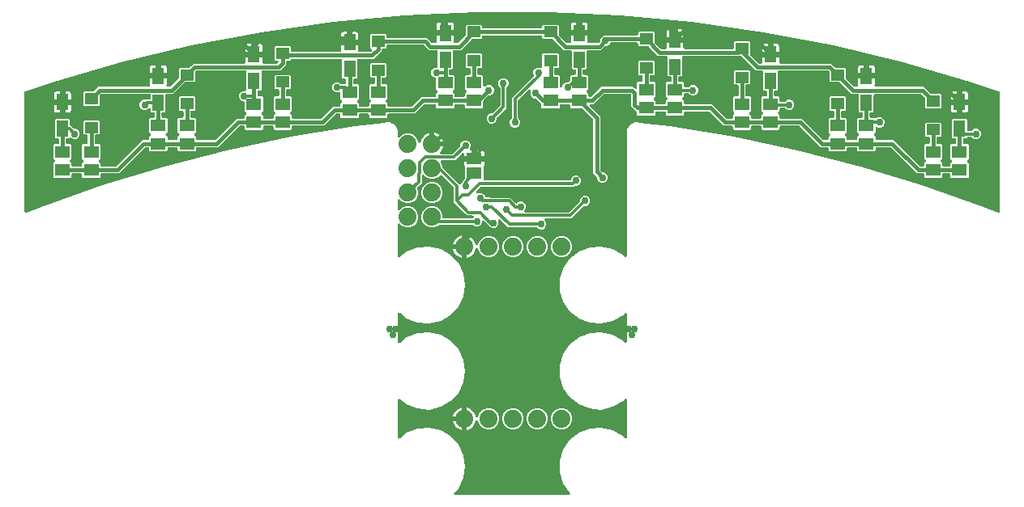
<source format=gbr>
G04 EAGLE Gerber RS-274X export*
G75*
%MOMM*%
%FSLAX34Y34*%
%LPD*%
%INBottom Copper*%
%IPPOS*%
%AMOC8*
5,1,8,0,0,1.08239X$1,22.5*%
G01*
%ADD10C,1.879600*%
%ADD11R,1.250000X1.700000*%
%ADD12R,1.600000X1.300000*%
%ADD13R,1.400000X1.200000*%
%ADD14R,1.600200X1.168400*%
%ADD15C,0.508000*%
%ADD16C,0.756400*%
%ADD17C,0.406400*%
%ADD18C,0.304800*%
%ADD19C,0.609600*%

G36*
X598976Y176D02*
X598976Y176D01*
X599108Y184D01*
X599149Y196D01*
X599191Y201D01*
X599315Y245D01*
X599442Y283D01*
X599479Y304D01*
X599519Y318D01*
X599630Y390D01*
X599745Y456D01*
X599776Y484D01*
X599811Y507D01*
X599904Y603D01*
X600001Y692D01*
X600024Y727D01*
X600054Y758D01*
X600122Y872D01*
X600196Y981D01*
X600211Y1021D01*
X600232Y1057D01*
X600273Y1183D01*
X600320Y1307D01*
X600326Y1349D01*
X600339Y1389D01*
X600349Y1521D01*
X600367Y1652D01*
X600363Y1694D01*
X600367Y1736D01*
X600347Y1867D01*
X600335Y1999D01*
X600321Y2039D01*
X600315Y2081D01*
X600266Y2204D01*
X600224Y2330D01*
X600198Y2375D01*
X600186Y2405D01*
X600158Y2445D01*
X600103Y2542D01*
X593399Y12374D01*
X589830Y23945D01*
X589830Y36055D01*
X593399Y47626D01*
X600221Y57631D01*
X609688Y65181D01*
X620960Y69605D01*
X633036Y70510D01*
X644841Y67815D01*
X655328Y61761D01*
X657199Y59744D01*
X657297Y59661D01*
X657390Y59571D01*
X657429Y59547D01*
X657464Y59518D01*
X657578Y59458D01*
X657689Y59392D01*
X657732Y59378D01*
X657773Y59357D01*
X657898Y59325D01*
X658021Y59286D01*
X658067Y59282D01*
X658111Y59271D01*
X658240Y59268D01*
X658368Y59258D01*
X658414Y59265D01*
X658460Y59264D01*
X658585Y59291D01*
X658713Y59310D01*
X658756Y59327D01*
X658800Y59336D01*
X658917Y59391D01*
X659037Y59438D01*
X659074Y59465D01*
X659116Y59484D01*
X659217Y59564D01*
X659323Y59637D01*
X659354Y59671D01*
X659390Y59700D01*
X659470Y59801D01*
X659556Y59896D01*
X659579Y59936D01*
X659607Y59972D01*
X659663Y60088D01*
X659725Y60201D01*
X659737Y60245D01*
X659757Y60287D01*
X659785Y60412D01*
X659820Y60537D01*
X659824Y60594D01*
X659832Y60627D01*
X659831Y60676D01*
X659839Y60780D01*
X659839Y99220D01*
X659825Y99348D01*
X659818Y99476D01*
X659805Y99520D01*
X659799Y99566D01*
X659756Y99687D01*
X659720Y99811D01*
X659697Y99851D01*
X659682Y99894D01*
X659612Y100002D01*
X659549Y100114D01*
X659518Y100148D01*
X659493Y100187D01*
X659400Y100276D01*
X659313Y100371D01*
X659275Y100397D01*
X659242Y100429D01*
X659132Y100495D01*
X659025Y100568D01*
X658982Y100584D01*
X658943Y100608D01*
X658821Y100647D01*
X658700Y100694D01*
X658655Y100700D01*
X658611Y100714D01*
X658483Y100724D01*
X658355Y100742D01*
X658310Y100738D01*
X658264Y100742D01*
X658136Y100723D01*
X658008Y100712D01*
X657965Y100697D01*
X657919Y100690D01*
X657799Y100643D01*
X657677Y100603D01*
X657638Y100579D01*
X657595Y100562D01*
X657490Y100488D01*
X657380Y100421D01*
X657337Y100382D01*
X657309Y100363D01*
X657277Y100327D01*
X657199Y100256D01*
X655328Y98239D01*
X644841Y92185D01*
X633036Y89490D01*
X620960Y90395D01*
X609688Y94819D01*
X600221Y102369D01*
X593399Y112374D01*
X589830Y123945D01*
X589830Y136055D01*
X593399Y147626D01*
X600221Y157631D01*
X609688Y165181D01*
X620960Y169605D01*
X633036Y170510D01*
X644841Y167815D01*
X655328Y161761D01*
X657199Y159744D01*
X657297Y159661D01*
X657390Y159571D01*
X657429Y159547D01*
X657464Y159518D01*
X657578Y159458D01*
X657689Y159392D01*
X657732Y159378D01*
X657773Y159357D01*
X657898Y159325D01*
X658021Y159286D01*
X658067Y159282D01*
X658111Y159271D01*
X658240Y159268D01*
X658368Y159258D01*
X658414Y159265D01*
X658460Y159264D01*
X658585Y159291D01*
X658713Y159310D01*
X658756Y159327D01*
X658800Y159336D01*
X658917Y159391D01*
X659037Y159438D01*
X659074Y159465D01*
X659116Y159484D01*
X659217Y159564D01*
X659323Y159637D01*
X659354Y159671D01*
X659390Y159700D01*
X659470Y159801D01*
X659556Y159896D01*
X659579Y159936D01*
X659607Y159972D01*
X659663Y160088D01*
X659725Y160201D01*
X659737Y160245D01*
X659757Y160287D01*
X659785Y160412D01*
X659820Y160537D01*
X659824Y160594D01*
X659832Y160627D01*
X659831Y160676D01*
X659839Y160780D01*
X659839Y189220D01*
X659825Y189348D01*
X659818Y189476D01*
X659805Y189520D01*
X659799Y189566D01*
X659756Y189687D01*
X659720Y189811D01*
X659697Y189851D01*
X659682Y189894D01*
X659612Y190002D01*
X659549Y190114D01*
X659518Y190148D01*
X659493Y190187D01*
X659400Y190276D01*
X659313Y190371D01*
X659275Y190397D01*
X659242Y190429D01*
X659132Y190495D01*
X659025Y190568D01*
X658982Y190584D01*
X658943Y190608D01*
X658821Y190647D01*
X658700Y190694D01*
X658655Y190700D01*
X658611Y190714D01*
X658483Y190724D01*
X658355Y190742D01*
X658310Y190738D01*
X658264Y190742D01*
X658136Y190723D01*
X658008Y190712D01*
X657965Y190697D01*
X657919Y190690D01*
X657799Y190643D01*
X657677Y190603D01*
X657638Y190579D01*
X657595Y190562D01*
X657490Y190488D01*
X657380Y190421D01*
X657337Y190382D01*
X657309Y190363D01*
X657277Y190327D01*
X657199Y190256D01*
X655328Y188239D01*
X644841Y182185D01*
X633036Y179490D01*
X620960Y180395D01*
X609688Y184819D01*
X600221Y192369D01*
X593399Y202374D01*
X589830Y213945D01*
X589830Y226055D01*
X593399Y237626D01*
X600221Y247631D01*
X609688Y255181D01*
X620960Y259605D01*
X633036Y260510D01*
X644841Y257815D01*
X655328Y251761D01*
X657199Y249744D01*
X657297Y249661D01*
X657390Y249571D01*
X657429Y249547D01*
X657464Y249518D01*
X657578Y249458D01*
X657689Y249392D01*
X657732Y249378D01*
X657773Y249357D01*
X657898Y249325D01*
X658021Y249286D01*
X658067Y249282D01*
X658111Y249271D01*
X658240Y249268D01*
X658368Y249258D01*
X658414Y249265D01*
X658460Y249264D01*
X658585Y249291D01*
X658713Y249310D01*
X658756Y249327D01*
X658800Y249336D01*
X658917Y249391D01*
X659037Y249438D01*
X659074Y249465D01*
X659116Y249484D01*
X659217Y249564D01*
X659323Y249637D01*
X659354Y249671D01*
X659390Y249700D01*
X659470Y249801D01*
X659556Y249896D01*
X659579Y249936D01*
X659607Y249972D01*
X659662Y250088D01*
X659725Y250201D01*
X659737Y250245D01*
X659757Y250287D01*
X659785Y250412D01*
X659820Y250537D01*
X659824Y250594D01*
X659832Y250627D01*
X659831Y250676D01*
X659839Y250780D01*
X659839Y378402D01*
X659830Y378486D01*
X659830Y378571D01*
X659805Y378699D01*
X659799Y378748D01*
X659791Y378772D01*
X659783Y378811D01*
X659670Y379219D01*
X659828Y380523D01*
X659828Y380573D01*
X659839Y380707D01*
X659839Y382021D01*
X660001Y382412D01*
X660024Y382493D01*
X660057Y382572D01*
X660083Y382699D01*
X660097Y382747D01*
X660098Y382773D01*
X660106Y382811D01*
X660157Y383232D01*
X660803Y384376D01*
X660822Y384422D01*
X660883Y384542D01*
X661386Y385756D01*
X661685Y386055D01*
X661738Y386121D01*
X661798Y386181D01*
X661871Y386289D01*
X661902Y386328D01*
X661913Y386351D01*
X661935Y386384D01*
X662143Y386752D01*
X663178Y387563D01*
X663213Y387597D01*
X663315Y387685D01*
X664244Y388614D01*
X664635Y388776D01*
X664710Y388817D01*
X664788Y388849D01*
X664896Y388921D01*
X664940Y388945D01*
X664959Y388962D01*
X664992Y388984D01*
X665325Y389245D01*
X666591Y389598D01*
X666637Y389617D01*
X666765Y389658D01*
X667979Y390161D01*
X668402Y390161D01*
X668486Y390170D01*
X668571Y390170D01*
X668699Y390195D01*
X668748Y390201D01*
X668772Y390209D01*
X668811Y390217D01*
X669219Y390330D01*
X670523Y390172D01*
X670573Y390172D01*
X670707Y390161D01*
X672021Y390161D01*
X672412Y389999D01*
X672494Y389975D01*
X672572Y389943D01*
X672699Y389917D01*
X672747Y389903D01*
X672773Y389902D01*
X672811Y389894D01*
X704850Y386002D01*
X771682Y374924D01*
X837970Y360959D01*
X903592Y344133D01*
X968421Y324478D01*
X1032338Y302031D01*
X1047749Y295855D01*
X1047886Y295818D01*
X1048021Y295775D01*
X1048054Y295772D01*
X1048086Y295763D01*
X1048227Y295758D01*
X1048368Y295747D01*
X1048401Y295752D01*
X1048434Y295750D01*
X1048573Y295777D01*
X1048713Y295798D01*
X1048744Y295811D01*
X1048776Y295817D01*
X1048905Y295875D01*
X1049037Y295927D01*
X1049064Y295946D01*
X1049094Y295959D01*
X1049207Y296045D01*
X1049323Y296126D01*
X1049345Y296150D01*
X1049371Y296171D01*
X1049462Y296280D01*
X1049556Y296385D01*
X1049572Y296414D01*
X1049593Y296439D01*
X1049656Y296565D01*
X1049725Y296690D01*
X1049734Y296722D01*
X1049749Y296751D01*
X1049781Y296889D01*
X1049820Y297025D01*
X1049823Y297065D01*
X1049829Y297090D01*
X1049829Y297140D01*
X1049839Y297269D01*
X1049839Y421548D01*
X1049824Y421680D01*
X1049816Y421812D01*
X1049804Y421852D01*
X1049799Y421894D01*
X1049755Y422019D01*
X1049717Y422146D01*
X1049696Y422183D01*
X1049682Y422222D01*
X1049610Y422334D01*
X1049544Y422449D01*
X1049516Y422480D01*
X1049493Y422515D01*
X1049397Y422607D01*
X1049307Y422705D01*
X1049272Y422728D01*
X1049242Y422757D01*
X1049128Y422825D01*
X1049018Y422900D01*
X1048970Y422920D01*
X1048943Y422936D01*
X1048896Y422951D01*
X1048793Y422994D01*
X1021026Y432139D01*
X1021006Y432144D01*
X1020975Y432155D01*
X948865Y453111D01*
X948838Y453115D01*
X948795Y453129D01*
X875778Y470663D01*
X875750Y470667D01*
X875708Y470678D01*
X801945Y484753D01*
X801918Y484755D01*
X801875Y484765D01*
X727531Y495348D01*
X727503Y495349D01*
X727460Y495356D01*
X652700Y502425D01*
X652672Y502424D01*
X652628Y502430D01*
X577618Y505968D01*
X577591Y505966D01*
X577547Y505970D01*
X502453Y505970D01*
X502426Y505967D01*
X502382Y505968D01*
X427372Y502430D01*
X427345Y502426D01*
X427300Y502425D01*
X352540Y495356D01*
X352513Y495351D01*
X352469Y495348D01*
X278125Y484765D01*
X278099Y484758D01*
X278055Y484753D01*
X204292Y470678D01*
X204266Y470670D01*
X204222Y470663D01*
X131205Y453129D01*
X131179Y453119D01*
X131135Y453111D01*
X59025Y432155D01*
X59006Y432147D01*
X58974Y432139D01*
X31207Y422994D01*
X31087Y422939D01*
X30963Y422890D01*
X30929Y422866D01*
X30891Y422848D01*
X30786Y422766D01*
X30677Y422691D01*
X30649Y422660D01*
X30616Y422634D01*
X30533Y422530D01*
X30444Y422432D01*
X30423Y422395D01*
X30397Y422363D01*
X30340Y422243D01*
X30275Y422127D01*
X30264Y422087D01*
X30246Y422049D01*
X30217Y421919D01*
X30180Y421791D01*
X30176Y421740D01*
X30169Y421709D01*
X30170Y421659D01*
X30161Y421548D01*
X30161Y297265D01*
X30177Y297125D01*
X30187Y296984D01*
X30197Y296952D01*
X30201Y296919D01*
X30248Y296786D01*
X30290Y296651D01*
X30307Y296622D01*
X30318Y296591D01*
X30395Y296472D01*
X30466Y296350D01*
X30489Y296326D01*
X30507Y296298D01*
X30609Y296200D01*
X30706Y296097D01*
X30734Y296079D01*
X30758Y296056D01*
X30879Y295983D01*
X30997Y295906D01*
X31028Y295894D01*
X31057Y295877D01*
X31192Y295834D01*
X31324Y295785D01*
X31357Y295781D01*
X31389Y295771D01*
X31530Y295760D01*
X31670Y295742D01*
X31703Y295746D01*
X31736Y295743D01*
X31876Y295764D01*
X32017Y295779D01*
X32055Y295791D01*
X32081Y295795D01*
X32127Y295813D01*
X32250Y295851D01*
X47666Y302025D01*
X111584Y324464D01*
X176413Y344115D01*
X242034Y360941D01*
X308320Y374910D01*
X375150Y385995D01*
X407188Y389894D01*
X407270Y389913D01*
X407354Y389923D01*
X407478Y389963D01*
X407527Y389975D01*
X407549Y389986D01*
X407587Y389998D01*
X407979Y390161D01*
X409292Y390161D01*
X409341Y390166D01*
X409476Y390172D01*
X410779Y390330D01*
X411188Y390217D01*
X411271Y390203D01*
X411353Y390180D01*
X411483Y390170D01*
X411532Y390162D01*
X411557Y390164D01*
X411597Y390161D01*
X412021Y390161D01*
X413234Y389658D01*
X413281Y389645D01*
X413408Y389598D01*
X414673Y389246D01*
X415007Y388984D01*
X415079Y388940D01*
X415146Y388888D01*
X415262Y388828D01*
X415304Y388802D01*
X415328Y388794D01*
X415364Y388776D01*
X415756Y388614D01*
X416684Y387686D01*
X416723Y387655D01*
X416822Y387563D01*
X417856Y386754D01*
X418064Y386384D01*
X418114Y386316D01*
X418155Y386242D01*
X418240Y386143D01*
X418269Y386102D01*
X418288Y386086D01*
X418314Y386056D01*
X418614Y385756D01*
X419116Y384543D01*
X419140Y384499D01*
X419197Y384377D01*
X419842Y383234D01*
X419893Y382812D01*
X419913Y382730D01*
X419923Y382646D01*
X419963Y382522D01*
X419975Y382473D01*
X419986Y382451D01*
X419998Y382413D01*
X420161Y382021D01*
X420161Y380708D01*
X420166Y380659D01*
X420172Y380524D01*
X420330Y379221D01*
X420217Y378812D01*
X420203Y378729D01*
X420180Y378647D01*
X420170Y378517D01*
X420162Y378468D01*
X420164Y378443D01*
X420161Y378403D01*
X420161Y375933D01*
X420172Y375833D01*
X420174Y375733D01*
X420192Y375661D01*
X420201Y375587D01*
X420234Y375493D01*
X420259Y375395D01*
X420293Y375329D01*
X420318Y375259D01*
X420373Y375175D01*
X420419Y375085D01*
X420467Y375029D01*
X420507Y374966D01*
X420579Y374896D01*
X420644Y374820D01*
X420704Y374776D01*
X420758Y374724D01*
X420844Y374672D01*
X420925Y374613D01*
X420993Y374583D01*
X421057Y374545D01*
X421153Y374514D01*
X421245Y374475D01*
X421318Y374462D01*
X421389Y374439D01*
X421489Y374431D01*
X421588Y374413D01*
X421662Y374417D01*
X421736Y374411D01*
X421836Y374426D01*
X421936Y374431D01*
X422007Y374452D01*
X422081Y374463D01*
X422174Y374500D01*
X422271Y374527D01*
X422336Y374564D01*
X422405Y374591D01*
X422487Y374649D01*
X422575Y374698D01*
X422651Y374763D01*
X422691Y374790D01*
X422715Y374817D01*
X422761Y374856D01*
X424617Y376712D01*
X428631Y378375D01*
X432977Y378375D01*
X436991Y376712D01*
X440064Y373639D01*
X441637Y369840D01*
X441689Y369748D01*
X441731Y369652D01*
X441773Y369596D01*
X441807Y369535D01*
X441878Y369458D01*
X441941Y369373D01*
X441994Y369329D01*
X442041Y369277D01*
X442128Y369217D01*
X442208Y369150D01*
X442270Y369119D01*
X442328Y369079D01*
X442426Y369041D01*
X442520Y368993D01*
X442587Y368977D01*
X442652Y368951D01*
X442756Y368936D01*
X442858Y368911D01*
X442928Y368911D01*
X442997Y368901D01*
X443102Y368909D01*
X443207Y368908D01*
X443275Y368924D01*
X443344Y368929D01*
X443444Y368962D01*
X443547Y368985D01*
X443610Y369015D01*
X443676Y369037D01*
X443766Y369091D01*
X443861Y369137D01*
X443915Y369180D01*
X443974Y369216D01*
X444050Y369290D01*
X444132Y369356D01*
X444174Y369411D01*
X444224Y369459D01*
X444281Y369548D01*
X444346Y369631D01*
X444375Y369694D01*
X444412Y369752D01*
X444448Y369852D01*
X444492Y369947D01*
X444513Y370037D01*
X444529Y370081D01*
X444533Y370119D01*
X444549Y370185D01*
X444559Y370248D01*
X445140Y372035D01*
X445993Y373709D01*
X447098Y375230D01*
X448426Y376558D01*
X449947Y377663D01*
X451621Y378516D01*
X453408Y379097D01*
X453665Y379137D01*
X453665Y368468D01*
X453668Y368442D01*
X453666Y368416D01*
X453688Y368269D01*
X453705Y368122D01*
X453713Y368097D01*
X453717Y368071D01*
X453772Y367934D01*
X453822Y367794D01*
X453836Y367772D01*
X453846Y367747D01*
X453931Y367626D01*
X454011Y367501D01*
X454030Y367483D01*
X454045Y367461D01*
X454155Y367362D01*
X454262Y367259D01*
X454284Y367245D01*
X454304Y367228D01*
X454434Y367156D01*
X454561Y367080D01*
X454586Y367072D01*
X454609Y367059D01*
X454752Y367019D01*
X454893Y366974D01*
X454919Y366972D01*
X454944Y366965D01*
X455188Y366945D01*
X455697Y366945D01*
X455697Y366436D01*
X455700Y366410D01*
X455698Y366384D01*
X455720Y366237D01*
X455737Y366090D01*
X455746Y366065D01*
X455750Y366039D01*
X455804Y365901D01*
X455854Y365762D01*
X455869Y365740D01*
X455878Y365715D01*
X455963Y365594D01*
X456043Y365469D01*
X456062Y365451D01*
X456077Y365429D01*
X456187Y365330D01*
X456294Y365227D01*
X456317Y365213D01*
X456336Y365196D01*
X456466Y365124D01*
X456593Y365048D01*
X456618Y365040D01*
X456641Y365027D01*
X456784Y364987D01*
X456925Y364942D01*
X456951Y364939D01*
X456976Y364932D01*
X457220Y364913D01*
X467889Y364913D01*
X467849Y364656D01*
X467268Y362869D01*
X466415Y361195D01*
X465311Y359675D01*
X465021Y359385D01*
X464959Y359306D01*
X464889Y359234D01*
X464851Y359170D01*
X464804Y359112D01*
X464761Y359021D01*
X464710Y358935D01*
X464687Y358864D01*
X464655Y358797D01*
X464634Y358699D01*
X464604Y358603D01*
X464598Y358529D01*
X464582Y358456D01*
X464584Y358356D01*
X464576Y358256D01*
X464587Y358182D01*
X464588Y358108D01*
X464613Y358010D01*
X464627Y357911D01*
X464655Y357842D01*
X464673Y357770D01*
X464719Y357681D01*
X464756Y357587D01*
X464799Y357526D01*
X464833Y357460D01*
X464898Y357384D01*
X464955Y357301D01*
X465010Y357251D01*
X465058Y357195D01*
X465139Y357135D01*
X465214Y357068D01*
X465279Y357032D01*
X465339Y356987D01*
X465431Y356948D01*
X465519Y356899D01*
X465590Y356879D01*
X465659Y356849D01*
X465758Y356832D01*
X465854Y356804D01*
X465955Y356796D01*
X466002Y356788D01*
X466037Y356790D01*
X466098Y356785D01*
X477018Y356785D01*
X477144Y356799D01*
X477270Y356806D01*
X477316Y356819D01*
X477364Y356825D01*
X477483Y356867D01*
X477605Y356902D01*
X477647Y356926D01*
X477693Y356942D01*
X477799Y357011D01*
X477909Y357072D01*
X477955Y357112D01*
X477985Y357131D01*
X478019Y357166D01*
X478095Y357231D01*
X485351Y364487D01*
X485430Y364586D01*
X485514Y364680D01*
X485538Y364722D01*
X485568Y364760D01*
X485622Y364874D01*
X485683Y364985D01*
X485696Y365031D01*
X485717Y365075D01*
X485743Y365198D01*
X485778Y365320D01*
X485783Y365381D01*
X485790Y365416D01*
X485789Y365464D01*
X485797Y365564D01*
X485797Y366984D01*
X486605Y368934D01*
X488098Y370427D01*
X490048Y371235D01*
X492160Y371235D01*
X494110Y370427D01*
X495603Y368934D01*
X496411Y366984D01*
X496411Y364872D01*
X495511Y362701D01*
X495470Y362556D01*
X495424Y362413D01*
X495422Y362389D01*
X495416Y362366D01*
X495408Y362215D01*
X495396Y362066D01*
X495400Y362042D01*
X495399Y362018D01*
X495426Y361870D01*
X495448Y361721D01*
X495457Y361699D01*
X495461Y361675D01*
X495521Y361537D01*
X495577Y361397D01*
X495590Y361377D01*
X495600Y361355D01*
X495690Y361234D01*
X495776Y361111D01*
X495793Y361095D01*
X495808Y361075D01*
X495923Y360978D01*
X496034Y360878D01*
X496056Y360866D01*
X496074Y360850D01*
X496207Y360782D01*
X496339Y360709D01*
X496363Y360703D01*
X496384Y360692D01*
X496530Y360655D01*
X496675Y360614D01*
X496704Y360612D01*
X496722Y360607D01*
X496769Y360607D01*
X496919Y360595D01*
X497328Y360595D01*
X497328Y355132D01*
X489706Y355132D01*
X489706Y356541D01*
X489695Y356641D01*
X489693Y356741D01*
X489675Y356814D01*
X489666Y356887D01*
X489633Y356982D01*
X489608Y357079D01*
X489574Y357146D01*
X489549Y357216D01*
X489494Y357300D01*
X489448Y357389D01*
X489400Y357446D01*
X489360Y357508D01*
X489288Y357578D01*
X489223Y357655D01*
X489163Y357699D01*
X489109Y357751D01*
X489023Y357802D01*
X488942Y357862D01*
X488874Y357891D01*
X488810Y357929D01*
X488714Y357960D01*
X488622Y358000D01*
X488549Y358013D01*
X488478Y358036D01*
X488378Y358044D01*
X488279Y358061D01*
X488205Y358058D01*
X488131Y358064D01*
X488032Y358049D01*
X487931Y358044D01*
X487860Y358023D01*
X487786Y358012D01*
X487693Y357975D01*
X487596Y357947D01*
X487531Y357911D01*
X487462Y357883D01*
X487380Y357826D01*
X487292Y357777D01*
X487216Y357712D01*
X487176Y357684D01*
X487152Y357658D01*
X487106Y357618D01*
X480175Y350687D01*
X466693Y350687D01*
X466593Y350676D01*
X466493Y350674D01*
X466421Y350656D01*
X466347Y350647D01*
X466252Y350613D01*
X466155Y350589D01*
X466089Y350555D01*
X466019Y350530D01*
X465934Y350475D01*
X465845Y350429D01*
X465788Y350381D01*
X465726Y350341D01*
X465656Y350269D01*
X465580Y350203D01*
X465535Y350144D01*
X465484Y350090D01*
X465432Y350004D01*
X465373Y349923D01*
X465343Y349855D01*
X465305Y349791D01*
X465274Y349695D01*
X465235Y349603D01*
X465221Y349530D01*
X465199Y349459D01*
X465191Y349359D01*
X465173Y349260D01*
X465177Y349186D01*
X465171Y349112D01*
X465186Y349012D01*
X465191Y348912D01*
X465212Y348841D01*
X465223Y348767D01*
X465260Y348674D01*
X465288Y348577D01*
X465324Y348512D01*
X465351Y348443D01*
X465409Y348361D01*
X465427Y348328D01*
X467127Y344225D01*
X467127Y343032D01*
X467141Y342906D01*
X467148Y342780D01*
X467161Y342734D01*
X467167Y342686D01*
X467209Y342567D01*
X467244Y342445D01*
X467268Y342403D01*
X467284Y342357D01*
X467353Y342251D01*
X467414Y342141D01*
X467454Y342095D01*
X467473Y342065D01*
X467508Y342031D01*
X467573Y341955D01*
X484015Y325513D01*
X484133Y325419D01*
X484248Y325322D01*
X484269Y325311D01*
X484288Y325296D01*
X484424Y325232D01*
X484558Y325163D01*
X484581Y325157D01*
X484603Y325147D01*
X484750Y325115D01*
X484896Y325079D01*
X484920Y325079D01*
X484944Y325074D01*
X485094Y325076D01*
X485245Y325074D01*
X485268Y325079D01*
X485292Y325080D01*
X485438Y325116D01*
X485585Y325148D01*
X485607Y325159D01*
X485630Y325165D01*
X485764Y325234D01*
X485900Y325298D01*
X485919Y325313D01*
X485940Y325324D01*
X486055Y325422D01*
X486172Y325515D01*
X486187Y325534D01*
X486206Y325550D01*
X486295Y325671D01*
X486388Y325789D01*
X486401Y325815D01*
X486413Y325830D01*
X486431Y325874D01*
X486499Y326007D01*
X486605Y326262D01*
X487609Y327266D01*
X487688Y327365D01*
X487772Y327459D01*
X487796Y327501D01*
X487826Y327539D01*
X487880Y327653D01*
X487941Y327764D01*
X487954Y327810D01*
X487975Y327854D01*
X488001Y327977D01*
X488036Y328099D01*
X488041Y328160D01*
X488048Y328195D01*
X488047Y328243D01*
X488055Y328343D01*
X488055Y329091D01*
X490276Y331312D01*
X490355Y331411D01*
X490439Y331505D01*
X490463Y331547D01*
X490493Y331585D01*
X490547Y331699D01*
X490608Y331810D01*
X490621Y331856D01*
X490642Y331900D01*
X490668Y332023D01*
X490703Y332145D01*
X490708Y332206D01*
X490715Y332241D01*
X490714Y332289D01*
X490722Y332389D01*
X490722Y343671D01*
X490708Y343796D01*
X490701Y343922D01*
X490688Y343969D01*
X490682Y344017D01*
X490640Y344136D01*
X490605Y344257D01*
X490581Y344299D01*
X490565Y344345D01*
X490496Y344451D01*
X490435Y344561D01*
X490395Y344608D01*
X490376Y344638D01*
X490341Y344671D01*
X490276Y344748D01*
X490214Y344810D01*
X489879Y345389D01*
X489706Y346035D01*
X489706Y349292D01*
X498851Y349292D01*
X498877Y349295D01*
X498903Y349293D01*
X499050Y349315D01*
X499197Y349332D01*
X499222Y349340D01*
X499248Y349344D01*
X499385Y349399D01*
X499525Y349449D01*
X499547Y349463D01*
X499572Y349473D01*
X499693Y349558D01*
X499818Y349638D01*
X499836Y349657D01*
X499858Y349672D01*
X499957Y349782D01*
X500060Y349889D01*
X500074Y349911D01*
X500091Y349931D01*
X500163Y350061D01*
X500239Y350188D01*
X500247Y350213D01*
X500251Y350220D01*
X500279Y350141D01*
X500294Y350119D01*
X500303Y350094D01*
X500388Y349973D01*
X500468Y349848D01*
X500487Y349830D01*
X500502Y349808D01*
X500612Y349709D01*
X500719Y349606D01*
X500742Y349592D01*
X500761Y349575D01*
X500891Y349503D01*
X501018Y349427D01*
X501043Y349419D01*
X501066Y349406D01*
X501209Y349366D01*
X501350Y349321D01*
X501376Y349318D01*
X501401Y349311D01*
X501645Y349292D01*
X510790Y349292D01*
X510790Y346035D01*
X510617Y345389D01*
X510282Y344810D01*
X510220Y344748D01*
X510141Y344649D01*
X510057Y344555D01*
X510033Y344513D01*
X510003Y344475D01*
X509949Y344360D01*
X509888Y344250D01*
X509875Y344203D01*
X509854Y344160D01*
X509828Y344036D01*
X509793Y343914D01*
X509788Y343854D01*
X509781Y343819D01*
X509782Y343771D01*
X509774Y343671D01*
X509774Y330708D01*
X509777Y330682D01*
X509775Y330656D01*
X509797Y330509D01*
X509814Y330362D01*
X509822Y330337D01*
X509826Y330311D01*
X509881Y330173D01*
X509931Y330034D01*
X509945Y330012D01*
X509955Y329987D01*
X510040Y329866D01*
X510120Y329741D01*
X510139Y329723D01*
X510154Y329701D01*
X510264Y329602D01*
X510371Y329499D01*
X510393Y329485D01*
X510413Y329468D01*
X510543Y329396D01*
X510670Y329320D01*
X510695Y329312D01*
X510718Y329299D01*
X510861Y329259D01*
X511002Y329214D01*
X511028Y329212D01*
X511053Y329204D01*
X511297Y329185D01*
X599791Y329185D01*
X599866Y329193D01*
X599943Y329192D01*
X600039Y329213D01*
X600137Y329225D01*
X600209Y329250D01*
X600283Y329267D01*
X600372Y329309D01*
X600465Y329342D01*
X600529Y329384D01*
X600598Y329416D01*
X600675Y329478D01*
X600758Y329531D01*
X600811Y329586D01*
X600871Y329634D01*
X600931Y329711D01*
X601000Y329782D01*
X601039Y329847D01*
X601086Y329907D01*
X601155Y330040D01*
X601179Y330081D01*
X601184Y330099D01*
X601198Y330125D01*
X602053Y332190D01*
X603546Y333683D01*
X605496Y334491D01*
X607608Y334491D01*
X609558Y333683D01*
X611051Y332190D01*
X611859Y330240D01*
X611859Y328128D01*
X611051Y326178D01*
X609558Y324685D01*
X607608Y323877D01*
X606188Y323877D01*
X606062Y323863D01*
X605936Y323856D01*
X605890Y323843D01*
X605842Y323837D01*
X605723Y323795D01*
X605601Y323760D01*
X605559Y323736D01*
X605513Y323720D01*
X605407Y323651D01*
X605297Y323590D01*
X605251Y323550D01*
X605221Y323531D01*
X605187Y323496D01*
X605111Y323431D01*
X604767Y323087D01*
X507862Y323087D01*
X507736Y323073D01*
X507610Y323066D01*
X507564Y323053D01*
X507516Y323047D01*
X507397Y323005D01*
X507275Y322970D01*
X507233Y322946D01*
X507187Y322930D01*
X507081Y322861D01*
X506971Y322800D01*
X506925Y322760D01*
X506895Y322741D01*
X506861Y322706D01*
X506785Y322641D01*
X502553Y318410D01*
X502522Y318370D01*
X502485Y318337D01*
X502414Y318234D01*
X502337Y318137D01*
X502315Y318091D01*
X502287Y318050D01*
X502241Y317934D01*
X502188Y317822D01*
X502177Y317773D01*
X502159Y317726D01*
X502141Y317602D01*
X502115Y317481D01*
X502115Y317431D01*
X502108Y317381D01*
X502118Y317257D01*
X502120Y317133D01*
X502133Y317084D01*
X502137Y317034D01*
X502175Y316915D01*
X502205Y316795D01*
X502229Y316750D01*
X502244Y316702D01*
X502308Y316595D01*
X502365Y316485D01*
X502398Y316446D01*
X502424Y316403D01*
X502510Y316314D01*
X502591Y316219D01*
X502631Y316189D01*
X502667Y316153D01*
X502771Y316086D01*
X502871Y316012D01*
X502918Y315992D01*
X502960Y315965D01*
X503077Y315923D01*
X503191Y315874D01*
X503241Y315865D01*
X503288Y315848D01*
X503412Y315835D01*
X503534Y315813D01*
X503585Y315815D01*
X503635Y315809D01*
X503758Y315824D01*
X503882Y315830D01*
X503931Y315844D01*
X503981Y315850D01*
X504213Y315925D01*
X504217Y315927D01*
X505288Y316371D01*
X507400Y316371D01*
X509350Y315563D01*
X510843Y314070D01*
X511394Y312739D01*
X511431Y312672D01*
X511459Y312601D01*
X511516Y312520D01*
X511563Y312434D01*
X511615Y312378D01*
X511658Y312315D01*
X511731Y312249D01*
X511798Y312176D01*
X511860Y312133D01*
X511917Y312082D01*
X512003Y312034D01*
X512084Y311978D01*
X512155Y311950D01*
X512222Y311913D01*
X512317Y311886D01*
X512408Y311850D01*
X512484Y311839D01*
X512558Y311818D01*
X512707Y311806D01*
X512753Y311799D01*
X512772Y311801D01*
X512801Y311799D01*
X516532Y311799D01*
X516820Y311511D01*
X516919Y311432D01*
X517013Y311348D01*
X517055Y311324D01*
X517093Y311294D01*
X517207Y311240D01*
X517318Y311179D01*
X517364Y311166D01*
X517408Y311145D01*
X517531Y311119D01*
X517653Y311084D01*
X517714Y311079D01*
X517749Y311072D01*
X517797Y311073D01*
X517897Y311065D01*
X538087Y311065D01*
X543294Y305857D01*
X543315Y305841D01*
X543332Y305821D01*
X543451Y305733D01*
X543567Y305641D01*
X543591Y305629D01*
X543612Y305614D01*
X543748Y305555D01*
X543882Y305492D01*
X543908Y305486D01*
X543932Y305476D01*
X544079Y305450D01*
X544223Y305418D01*
X544249Y305419D01*
X544275Y305414D01*
X544424Y305422D01*
X544572Y305424D01*
X544597Y305431D01*
X544623Y305432D01*
X544765Y305473D01*
X544910Y305509D01*
X544933Y305521D01*
X544958Y305529D01*
X545087Y305601D01*
X545219Y305669D01*
X545239Y305686D01*
X545262Y305699D01*
X545448Y305857D01*
X546010Y306419D01*
X547960Y307227D01*
X550072Y307227D01*
X552022Y306419D01*
X553515Y304926D01*
X554323Y302976D01*
X554323Y300864D01*
X553515Y298914D01*
X553026Y298425D01*
X552964Y298347D01*
X552894Y298274D01*
X552856Y298210D01*
X552809Y298152D01*
X552766Y298061D01*
X552715Y297975D01*
X552692Y297904D01*
X552660Y297837D01*
X552639Y297739D01*
X552609Y297643D01*
X552603Y297569D01*
X552587Y297496D01*
X552589Y297396D01*
X552581Y297296D01*
X552592Y297222D01*
X552593Y297148D01*
X552617Y297051D01*
X552632Y296951D01*
X552660Y296882D01*
X552678Y296810D01*
X552724Y296721D01*
X552761Y296627D01*
X552803Y296566D01*
X552838Y296500D01*
X552903Y296423D01*
X552960Y296341D01*
X553015Y296291D01*
X553063Y296235D01*
X553144Y296175D01*
X553219Y296108D01*
X553284Y296072D01*
X553344Y296027D01*
X553436Y295988D01*
X553524Y295939D01*
X553595Y295919D01*
X553664Y295889D01*
X553763Y295872D01*
X553859Y295844D01*
X553959Y295836D01*
X554007Y295828D01*
X554043Y295830D01*
X554103Y295825D01*
X598938Y295825D01*
X599064Y295839D01*
X599190Y295846D01*
X599236Y295859D01*
X599284Y295865D01*
X599403Y295907D01*
X599525Y295942D01*
X599567Y295966D01*
X599613Y295982D01*
X599719Y296051D01*
X599829Y296112D01*
X599875Y296152D01*
X599905Y296171D01*
X599939Y296206D01*
X600015Y296271D01*
X610319Y306575D01*
X610398Y306674D01*
X610482Y306768D01*
X610506Y306810D01*
X610536Y306848D01*
X610590Y306962D01*
X610651Y307073D01*
X610664Y307119D01*
X610685Y307163D01*
X610711Y307286D01*
X610746Y307408D01*
X610751Y307469D01*
X610758Y307503D01*
X610757Y307551D01*
X610765Y307652D01*
X610765Y309072D01*
X611573Y311022D01*
X613066Y312515D01*
X615016Y313323D01*
X617128Y313323D01*
X619078Y312515D01*
X620571Y311022D01*
X621379Y309072D01*
X621379Y306960D01*
X620571Y305010D01*
X619078Y303517D01*
X617128Y302709D01*
X615708Y302709D01*
X615582Y302695D01*
X615456Y302688D01*
X615410Y302675D01*
X615362Y302669D01*
X615243Y302627D01*
X615121Y302592D01*
X615079Y302568D01*
X615033Y302552D01*
X614927Y302483D01*
X614817Y302422D01*
X614771Y302382D01*
X614741Y302363D01*
X614707Y302328D01*
X614631Y302263D01*
X604327Y291959D01*
X602095Y289727D01*
X575439Y289727D01*
X575339Y289716D01*
X575239Y289714D01*
X575167Y289696D01*
X575093Y289687D01*
X574998Y289654D01*
X574901Y289629D01*
X574835Y289595D01*
X574765Y289570D01*
X574680Y289515D01*
X574591Y289469D01*
X574534Y289421D01*
X574472Y289381D01*
X574402Y289309D01*
X574326Y289244D01*
X574281Y289184D01*
X574230Y289130D01*
X574178Y289044D01*
X574118Y288963D01*
X574089Y288895D01*
X574051Y288831D01*
X574020Y288736D01*
X573980Y288643D01*
X573967Y288570D01*
X573945Y288499D01*
X573937Y288399D01*
X573919Y288300D01*
X573923Y288226D01*
X573917Y288152D01*
X573932Y288053D01*
X573937Y287952D01*
X573957Y287881D01*
X573968Y287807D01*
X574006Y287714D01*
X574033Y287617D01*
X574070Y287552D01*
X574097Y287483D01*
X574154Y287401D01*
X574203Y287313D01*
X574269Y287237D01*
X574296Y287197D01*
X574323Y287173D01*
X574362Y287127D01*
X574851Y286638D01*
X575659Y284688D01*
X575659Y282576D01*
X574851Y280626D01*
X573358Y279133D01*
X571408Y278325D01*
X569296Y278325D01*
X567346Y279133D01*
X566342Y280137D01*
X566243Y280216D01*
X566149Y280300D01*
X566107Y280324D01*
X566069Y280354D01*
X565955Y280408D01*
X565844Y280469D01*
X565798Y280482D01*
X565754Y280503D01*
X565631Y280529D01*
X565509Y280564D01*
X565448Y280569D01*
X565413Y280576D01*
X565365Y280575D01*
X565265Y280583D01*
X535561Y280583D01*
X527810Y288334D01*
X527771Y288365D01*
X527737Y288403D01*
X527635Y288473D01*
X527537Y288551D01*
X527492Y288572D01*
X527450Y288601D01*
X527335Y288646D01*
X527222Y288699D01*
X527173Y288710D01*
X527126Y288729D01*
X527003Y288747D01*
X526882Y288773D01*
X526831Y288772D01*
X526781Y288779D01*
X526657Y288769D01*
X526533Y288767D01*
X526484Y288755D01*
X526434Y288750D01*
X526316Y288712D01*
X526195Y288682D01*
X526150Y288659D01*
X526103Y288643D01*
X525996Y288579D01*
X525885Y288522D01*
X525847Y288490D01*
X525804Y288464D01*
X525715Y288377D01*
X525620Y288296D01*
X525590Y288256D01*
X525554Y288221D01*
X525487Y288116D01*
X525413Y288016D01*
X525393Y287970D01*
X525366Y287927D01*
X525324Y287810D01*
X525275Y287696D01*
X525266Y287647D01*
X525249Y287599D01*
X525235Y287476D01*
X525213Y287353D01*
X525216Y287303D01*
X525210Y287253D01*
X525225Y287129D01*
X525231Y287005D01*
X525245Y286957D01*
X525251Y286907D01*
X525326Y286674D01*
X525624Y285954D01*
X525624Y283843D01*
X524816Y281892D01*
X523324Y280400D01*
X521373Y279592D01*
X519262Y279592D01*
X517770Y280210D01*
X517768Y280210D01*
X517766Y280211D01*
X517599Y280259D01*
X517526Y280279D01*
X517501Y280299D01*
X517499Y280300D01*
X517497Y280301D01*
X517318Y280393D01*
X515810Y281902D01*
X515747Y282013D01*
X515663Y282165D01*
X515661Y282167D01*
X515660Y282169D01*
X515502Y282355D01*
X515299Y282558D01*
X515298Y282558D01*
X510946Y286911D01*
X510867Y286973D01*
X510795Y287043D01*
X510731Y287081D01*
X510673Y287128D01*
X510582Y287170D01*
X510496Y287222D01*
X510425Y287245D01*
X510357Y287276D01*
X510259Y287298D01*
X510164Y287328D01*
X510089Y287334D01*
X510017Y287350D01*
X509916Y287348D01*
X509816Y287356D01*
X509743Y287345D01*
X509668Y287344D01*
X509571Y287319D01*
X509472Y287304D01*
X509402Y287277D01*
X509330Y287259D01*
X509241Y287213D01*
X509148Y287176D01*
X509087Y287133D01*
X509020Y287099D01*
X508944Y287034D01*
X508862Y286977D01*
X508812Y286922D01*
X508755Y286873D01*
X508695Y286793D01*
X508628Y286718D01*
X508592Y286653D01*
X508548Y286593D01*
X508508Y286501D01*
X508460Y286413D01*
X508439Y286341D01*
X508410Y286273D01*
X508392Y286174D01*
X508365Y286078D01*
X508357Y285978D01*
X508348Y285930D01*
X508350Y285894D01*
X508345Y285834D01*
X508345Y285367D01*
X507537Y283416D01*
X506045Y281924D01*
X504094Y281116D01*
X501983Y281116D01*
X500032Y281924D01*
X499028Y282928D01*
X498929Y283006D01*
X498836Y283091D01*
X498793Y283114D01*
X498755Y283144D01*
X498641Y283198D01*
X498531Y283259D01*
X498484Y283272D01*
X498440Y283293D01*
X498317Y283320D01*
X498195Y283354D01*
X498134Y283359D01*
X498100Y283366D01*
X498052Y283366D01*
X497951Y283374D01*
X464404Y283374D01*
X464278Y283359D01*
X464152Y283353D01*
X464106Y283339D01*
X464058Y283334D01*
X463939Y283291D01*
X463817Y283256D01*
X463775Y283233D01*
X463729Y283216D01*
X463623Y283148D01*
X463513Y283086D01*
X463467Y283047D01*
X463437Y283027D01*
X463403Y282993D01*
X463327Y282928D01*
X462391Y281992D01*
X458377Y280329D01*
X454031Y280329D01*
X450017Y281992D01*
X446944Y285065D01*
X445281Y289079D01*
X445281Y293425D01*
X446944Y297439D01*
X450017Y300512D01*
X454031Y302175D01*
X458377Y302175D01*
X462391Y300512D01*
X465464Y297439D01*
X467127Y293425D01*
X467127Y290994D01*
X467130Y290968D01*
X467128Y290942D01*
X467150Y290795D01*
X467167Y290648D01*
X467175Y290624D01*
X467179Y290598D01*
X467234Y290460D01*
X467284Y290320D01*
X467298Y290298D01*
X467308Y290274D01*
X467393Y290152D01*
X467473Y290027D01*
X467492Y290009D01*
X467507Y289988D01*
X467617Y289888D01*
X467724Y289785D01*
X467746Y289772D01*
X467766Y289754D01*
X467896Y289682D01*
X468023Y289606D01*
X468048Y289598D01*
X468071Y289586D01*
X468214Y289545D01*
X468355Y289500D01*
X468381Y289498D01*
X468406Y289491D01*
X468650Y289471D01*
X497951Y289471D01*
X498077Y289486D01*
X498203Y289492D01*
X498250Y289506D01*
X498298Y289511D01*
X498416Y289554D01*
X498538Y289589D01*
X498580Y289612D01*
X498626Y289629D01*
X498732Y289697D01*
X498842Y289759D01*
X498888Y289798D01*
X498918Y289818D01*
X498952Y289852D01*
X499028Y289917D01*
X499286Y290175D01*
X499348Y290253D01*
X499418Y290326D01*
X499456Y290390D01*
X499503Y290448D01*
X499546Y290539D01*
X499597Y290625D01*
X499620Y290696D01*
X499652Y290763D01*
X499673Y290861D01*
X499703Y290957D01*
X499709Y291031D01*
X499725Y291104D01*
X499723Y291204D01*
X499731Y291304D01*
X499720Y291378D01*
X499719Y291452D01*
X499695Y291550D01*
X499680Y291649D01*
X499652Y291718D01*
X499634Y291790D01*
X499588Y291879D01*
X499551Y291973D01*
X499509Y292034D01*
X499474Y292100D01*
X499409Y292177D01*
X499352Y292259D01*
X499297Y292309D01*
X499249Y292365D01*
X499168Y292425D01*
X499093Y292492D01*
X499028Y292528D01*
X498968Y292572D01*
X498876Y292612D01*
X498788Y292661D01*
X498716Y292681D01*
X498648Y292711D01*
X498550Y292728D01*
X498453Y292756D01*
X498353Y292764D01*
X498305Y292772D01*
X498270Y292770D01*
X498209Y292775D01*
X492889Y292775D01*
X490657Y295007D01*
X481143Y304521D01*
X478911Y306753D01*
X478911Y321362D01*
X478897Y321488D01*
X478890Y321614D01*
X478877Y321660D01*
X478871Y321708D01*
X478829Y321827D01*
X478794Y321949D01*
X478770Y321991D01*
X478754Y322037D01*
X478685Y322143D01*
X478624Y322253D01*
X478584Y322299D01*
X478565Y322329D01*
X478530Y322363D01*
X478465Y322439D01*
X466329Y334576D01*
X466308Y334592D01*
X466291Y334612D01*
X466172Y334700D01*
X466056Y334792D01*
X466032Y334803D01*
X466011Y334819D01*
X465875Y334878D01*
X465741Y334941D01*
X465715Y334947D01*
X465691Y334957D01*
X465545Y334983D01*
X465400Y335014D01*
X465374Y335014D01*
X465348Y335019D01*
X465199Y335011D01*
X465052Y335009D01*
X465026Y335002D01*
X465000Y335001D01*
X464857Y334960D01*
X464714Y334924D01*
X464690Y334912D01*
X464665Y334904D01*
X464536Y334832D01*
X464404Y334764D01*
X464384Y334747D01*
X464361Y334734D01*
X464175Y334576D01*
X462391Y332792D01*
X458377Y331129D01*
X454031Y331129D01*
X450017Y332792D01*
X447985Y334824D01*
X447907Y334886D01*
X447834Y334956D01*
X447770Y334994D01*
X447712Y335040D01*
X447621Y335083D01*
X447535Y335135D01*
X447464Y335158D01*
X447397Y335189D01*
X447299Y335211D01*
X447203Y335241D01*
X447129Y335247D01*
X447056Y335263D01*
X446956Y335261D01*
X446856Y335269D01*
X446782Y335258D01*
X446708Y335257D01*
X446611Y335232D01*
X446511Y335217D01*
X446442Y335190D01*
X446370Y335172D01*
X446281Y335126D01*
X446187Y335089D01*
X446126Y335046D01*
X446060Y335012D01*
X445984Y334947D01*
X445901Y334890D01*
X445851Y334835D01*
X445795Y334786D01*
X445735Y334706D01*
X445668Y334631D01*
X445632Y334566D01*
X445587Y334506D01*
X445548Y334414D01*
X445499Y334326D01*
X445479Y334254D01*
X445449Y334186D01*
X445432Y334087D01*
X445404Y333991D01*
X445396Y333891D01*
X445388Y333843D01*
X445390Y333807D01*
X445385Y333747D01*
X445385Y326921D01*
X441146Y322683D01*
X441099Y322623D01*
X441044Y322570D01*
X440991Y322487D01*
X440930Y322410D01*
X440897Y322341D01*
X440856Y322276D01*
X440823Y322184D01*
X440781Y322095D01*
X440765Y322020D01*
X440739Y321948D01*
X440728Y321850D01*
X440708Y321754D01*
X440709Y321678D01*
X440700Y321602D01*
X440712Y321504D01*
X440713Y321406D01*
X440732Y321331D01*
X440741Y321256D01*
X440787Y321113D01*
X440798Y321068D01*
X440807Y321051D01*
X440816Y321023D01*
X441727Y318825D01*
X441727Y314479D01*
X440064Y310465D01*
X436991Y307392D01*
X432977Y305729D01*
X428631Y305729D01*
X424617Y307392D01*
X422761Y309248D01*
X422683Y309310D01*
X422610Y309380D01*
X422546Y309418D01*
X422488Y309464D01*
X422397Y309507D01*
X422311Y309559D01*
X422240Y309582D01*
X422173Y309613D01*
X422075Y309635D01*
X421979Y309665D01*
X421905Y309671D01*
X421832Y309687D01*
X421732Y309685D01*
X421632Y309693D01*
X421558Y309682D01*
X421484Y309681D01*
X421387Y309656D01*
X421287Y309641D01*
X421218Y309614D01*
X421146Y309596D01*
X421057Y309550D01*
X420963Y309513D01*
X420902Y309470D01*
X420836Y309436D01*
X420760Y309371D01*
X420677Y309314D01*
X420627Y309259D01*
X420571Y309210D01*
X420511Y309130D01*
X420444Y309055D01*
X420408Y308990D01*
X420363Y308930D01*
X420324Y308838D01*
X420275Y308750D01*
X420255Y308678D01*
X420225Y308610D01*
X420208Y308511D01*
X420180Y308415D01*
X420172Y308315D01*
X420164Y308267D01*
X420166Y308231D01*
X420161Y308171D01*
X420161Y299733D01*
X420172Y299633D01*
X420174Y299533D01*
X420192Y299461D01*
X420201Y299387D01*
X420234Y299293D01*
X420259Y299195D01*
X420293Y299129D01*
X420318Y299059D01*
X420373Y298975D01*
X420419Y298885D01*
X420467Y298829D01*
X420507Y298766D01*
X420579Y298696D01*
X420644Y298620D01*
X420704Y298576D01*
X420758Y298524D01*
X420844Y298472D01*
X420925Y298413D01*
X420993Y298383D01*
X421057Y298345D01*
X421153Y298314D01*
X421245Y298275D01*
X421318Y298262D01*
X421389Y298239D01*
X421489Y298231D01*
X421588Y298213D01*
X421662Y298217D01*
X421736Y298211D01*
X421836Y298226D01*
X421936Y298231D01*
X422007Y298252D01*
X422081Y298263D01*
X422174Y298300D01*
X422271Y298327D01*
X422336Y298364D01*
X422405Y298391D01*
X422487Y298449D01*
X422575Y298498D01*
X422651Y298563D01*
X422691Y298590D01*
X422715Y298617D01*
X422761Y298656D01*
X424617Y300512D01*
X428631Y302175D01*
X432977Y302175D01*
X436991Y300512D01*
X440064Y297439D01*
X441727Y293425D01*
X441727Y289079D01*
X440064Y285065D01*
X436991Y281992D01*
X432977Y280329D01*
X428631Y280329D01*
X424617Y281992D01*
X422761Y283848D01*
X422683Y283910D01*
X422610Y283980D01*
X422546Y284018D01*
X422488Y284064D01*
X422397Y284107D01*
X422311Y284159D01*
X422240Y284182D01*
X422173Y284213D01*
X422075Y284235D01*
X421979Y284265D01*
X421905Y284271D01*
X421832Y284287D01*
X421732Y284285D01*
X421632Y284293D01*
X421558Y284282D01*
X421484Y284281D01*
X421387Y284256D01*
X421287Y284241D01*
X421218Y284214D01*
X421146Y284196D01*
X421057Y284150D01*
X420963Y284113D01*
X420902Y284070D01*
X420836Y284036D01*
X420760Y283971D01*
X420677Y283914D01*
X420627Y283859D01*
X420571Y283810D01*
X420511Y283730D01*
X420444Y283655D01*
X420408Y283590D01*
X420363Y283530D01*
X420324Y283438D01*
X420275Y283350D01*
X420255Y283278D01*
X420225Y283210D01*
X420208Y283111D01*
X420180Y283015D01*
X420172Y282915D01*
X420164Y282867D01*
X420166Y282831D01*
X420161Y282771D01*
X420161Y250746D01*
X420162Y250731D01*
X420161Y250716D01*
X420182Y250558D01*
X420201Y250400D01*
X420206Y250386D01*
X420208Y250371D01*
X420265Y250221D01*
X420318Y250072D01*
X420326Y250059D01*
X420332Y250045D01*
X420421Y249913D01*
X420507Y249779D01*
X420518Y249769D01*
X420526Y249756D01*
X420643Y249647D01*
X420758Y249537D01*
X420771Y249529D01*
X420782Y249519D01*
X420920Y249440D01*
X421057Y249358D01*
X421071Y249353D01*
X421084Y249346D01*
X421237Y249300D01*
X421389Y249252D01*
X421404Y249251D01*
X421418Y249246D01*
X421578Y249237D01*
X421736Y249224D01*
X421751Y249226D01*
X421766Y249225D01*
X421923Y249252D01*
X422081Y249275D01*
X422095Y249281D01*
X422110Y249284D01*
X422256Y249345D01*
X422405Y249404D01*
X422417Y249413D01*
X422431Y249419D01*
X422634Y249555D01*
X429688Y255181D01*
X440960Y259605D01*
X453036Y260510D01*
X464841Y257815D01*
X475328Y251761D01*
X483565Y242884D01*
X488819Y231974D01*
X490624Y220000D01*
X488819Y208026D01*
X483565Y197116D01*
X475328Y188239D01*
X464841Y182185D01*
X453036Y179490D01*
X440960Y180395D01*
X429688Y184819D01*
X422634Y190445D01*
X422621Y190453D01*
X422610Y190463D01*
X422473Y190545D01*
X422338Y190630D01*
X422324Y190634D01*
X422311Y190642D01*
X422160Y190690D01*
X422008Y190742D01*
X421993Y190744D01*
X421979Y190748D01*
X421821Y190761D01*
X421662Y190777D01*
X421647Y190775D01*
X421632Y190776D01*
X421474Y190753D01*
X421316Y190732D01*
X421302Y190727D01*
X421287Y190725D01*
X421139Y190666D01*
X420990Y190610D01*
X420977Y190601D01*
X420963Y190596D01*
X420833Y190505D01*
X420700Y190416D01*
X420689Y190405D01*
X420677Y190397D01*
X420571Y190279D01*
X420461Y190162D01*
X420454Y190149D01*
X420444Y190138D01*
X420366Y189998D01*
X420287Y189861D01*
X420282Y189846D01*
X420275Y189833D01*
X420232Y189679D01*
X420185Y189527D01*
X420184Y189512D01*
X420180Y189498D01*
X420161Y189254D01*
X420161Y160746D01*
X420162Y160731D01*
X420161Y160716D01*
X420182Y160558D01*
X420201Y160400D01*
X420206Y160386D01*
X420208Y160371D01*
X420264Y160222D01*
X420318Y160072D01*
X420326Y160059D01*
X420332Y160045D01*
X420421Y159913D01*
X420507Y159779D01*
X420518Y159769D01*
X420526Y159756D01*
X420643Y159647D01*
X420758Y159537D01*
X420771Y159529D01*
X420782Y159519D01*
X420920Y159440D01*
X421057Y159358D01*
X421071Y159353D01*
X421084Y159346D01*
X421237Y159300D01*
X421389Y159252D01*
X421404Y159251D01*
X421418Y159246D01*
X421578Y159237D01*
X421736Y159224D01*
X421751Y159226D01*
X421766Y159225D01*
X421923Y159252D01*
X422081Y159275D01*
X422095Y159281D01*
X422110Y159284D01*
X422256Y159345D01*
X422405Y159404D01*
X422417Y159413D01*
X422431Y159419D01*
X422634Y159555D01*
X429688Y165181D01*
X440960Y169605D01*
X453036Y170510D01*
X464841Y167815D01*
X475328Y161761D01*
X483565Y152884D01*
X488819Y141974D01*
X490624Y130000D01*
X488819Y118026D01*
X483565Y107116D01*
X475328Y98239D01*
X464841Y92185D01*
X453036Y89490D01*
X440960Y90395D01*
X429688Y94819D01*
X422634Y100445D01*
X422621Y100453D01*
X422610Y100463D01*
X422473Y100545D01*
X422338Y100630D01*
X422324Y100634D01*
X422311Y100642D01*
X422160Y100690D01*
X422008Y100742D01*
X421993Y100744D01*
X421979Y100748D01*
X421821Y100761D01*
X421662Y100777D01*
X421647Y100775D01*
X421632Y100776D01*
X421474Y100753D01*
X421316Y100732D01*
X421302Y100727D01*
X421287Y100725D01*
X421139Y100666D01*
X420990Y100610D01*
X420977Y100601D01*
X420963Y100596D01*
X420833Y100505D01*
X420700Y100416D01*
X420689Y100405D01*
X420677Y100397D01*
X420571Y100279D01*
X420461Y100162D01*
X420454Y100149D01*
X420444Y100138D01*
X420366Y99998D01*
X420287Y99861D01*
X420282Y99846D01*
X420275Y99833D01*
X420232Y99679D01*
X420185Y99527D01*
X420184Y99512D01*
X420180Y99498D01*
X420161Y99254D01*
X420161Y60746D01*
X420162Y60731D01*
X420161Y60716D01*
X420182Y60558D01*
X420201Y60400D01*
X420206Y60386D01*
X420208Y60371D01*
X420264Y60222D01*
X420318Y60072D01*
X420326Y60059D01*
X420332Y60045D01*
X420421Y59913D01*
X420507Y59779D01*
X420518Y59769D01*
X420526Y59756D01*
X420643Y59647D01*
X420758Y59537D01*
X420771Y59529D01*
X420782Y59519D01*
X420920Y59440D01*
X421057Y59358D01*
X421071Y59353D01*
X421084Y59346D01*
X421237Y59300D01*
X421389Y59252D01*
X421404Y59251D01*
X421418Y59246D01*
X421577Y59237D01*
X421736Y59224D01*
X421751Y59226D01*
X421766Y59225D01*
X421923Y59252D01*
X422081Y59275D01*
X422095Y59281D01*
X422110Y59284D01*
X422256Y59345D01*
X422405Y59404D01*
X422417Y59413D01*
X422431Y59419D01*
X422634Y59555D01*
X429688Y65181D01*
X440960Y69605D01*
X453036Y70510D01*
X464841Y67815D01*
X475328Y61761D01*
X483565Y52884D01*
X488819Y41974D01*
X490624Y30000D01*
X488819Y18026D01*
X483565Y7116D01*
X479486Y2720D01*
X479443Y2662D01*
X479393Y2610D01*
X479340Y2522D01*
X479280Y2439D01*
X479251Y2373D01*
X479214Y2311D01*
X479183Y2213D01*
X479143Y2119D01*
X479130Y2048D01*
X479108Y1979D01*
X479100Y1877D01*
X479082Y1775D01*
X479086Y1703D01*
X479080Y1632D01*
X479095Y1530D01*
X479101Y1428D01*
X479121Y1358D01*
X479132Y1287D01*
X479170Y1192D01*
X479199Y1093D01*
X479234Y1030D01*
X479261Y963D01*
X479319Y879D01*
X479370Y789D01*
X479418Y736D01*
X479460Y677D01*
X479536Y608D01*
X479605Y533D01*
X479665Y492D01*
X479718Y444D01*
X479808Y394D01*
X479893Y336D01*
X479960Y310D01*
X480023Y275D01*
X480122Y247D01*
X480218Y210D01*
X480289Y200D01*
X480359Y180D01*
X480519Y167D01*
X480563Y161D01*
X480579Y163D01*
X480603Y161D01*
X598844Y161D01*
X598976Y176D01*
G37*
%LPC*%
G36*
X633304Y327093D02*
X633304Y327093D01*
X631354Y327901D01*
X629861Y329394D01*
X629053Y331344D01*
X629053Y332046D01*
X629039Y332171D01*
X629032Y332298D01*
X629019Y332344D01*
X629013Y332392D01*
X628971Y332511D01*
X628936Y332632D01*
X628912Y332675D01*
X628896Y332720D01*
X628827Y332826D01*
X628766Y332937D01*
X628726Y332983D01*
X628707Y333013D01*
X628672Y333046D01*
X628607Y333123D01*
X624707Y337023D01*
X624707Y392632D01*
X624693Y392757D01*
X624686Y392884D01*
X624673Y392930D01*
X624667Y392978D01*
X624625Y393097D01*
X624590Y393218D01*
X624566Y393261D01*
X624550Y393306D01*
X624481Y393412D01*
X624420Y393523D01*
X624380Y393569D01*
X624361Y393599D01*
X624326Y393633D01*
X624261Y393709D01*
X613441Y404529D01*
X613342Y404608D01*
X613248Y404692D01*
X613206Y404716D01*
X613168Y404746D01*
X613054Y404800D01*
X612943Y404861D01*
X612896Y404874D01*
X612853Y404895D01*
X612729Y404921D01*
X612608Y404956D01*
X612547Y404961D01*
X612512Y404968D01*
X612464Y404967D01*
X612364Y404975D01*
X601368Y404975D01*
X600475Y405868D01*
X600475Y407920D01*
X600472Y407946D01*
X600474Y407972D01*
X600452Y408119D01*
X600435Y408266D01*
X600427Y408291D01*
X600423Y408317D01*
X600368Y408455D01*
X600318Y408594D01*
X600304Y408616D01*
X600294Y408641D01*
X600209Y408762D01*
X600129Y408887D01*
X600110Y408905D01*
X600095Y408927D01*
X599985Y409026D01*
X599878Y409129D01*
X599856Y409143D01*
X599836Y409160D01*
X599706Y409232D01*
X599579Y409308D01*
X599554Y409316D01*
X599531Y409329D01*
X599388Y409369D01*
X599247Y409414D01*
X599221Y409416D01*
X599196Y409424D01*
X598952Y409443D01*
X591048Y409443D01*
X591022Y409440D01*
X590996Y409442D01*
X590849Y409420D01*
X590702Y409403D01*
X590677Y409395D01*
X590651Y409391D01*
X590513Y409336D01*
X590374Y409286D01*
X590352Y409272D01*
X590327Y409262D01*
X590206Y409177D01*
X590081Y409097D01*
X590063Y409078D01*
X590041Y409063D01*
X589942Y408953D01*
X589839Y408846D01*
X589825Y408824D01*
X589808Y408804D01*
X589736Y408674D01*
X589660Y408547D01*
X589652Y408522D01*
X589639Y408499D01*
X589599Y408356D01*
X589554Y408215D01*
X589552Y408189D01*
X589544Y408164D01*
X589525Y407920D01*
X589525Y405868D01*
X588632Y404975D01*
X571368Y404975D01*
X570475Y405868D01*
X570475Y408912D01*
X570461Y409037D01*
X570454Y409164D01*
X570441Y409210D01*
X570435Y409258D01*
X570393Y409377D01*
X570358Y409498D01*
X570334Y409541D01*
X570318Y409586D01*
X570249Y409692D01*
X570188Y409803D01*
X570148Y409849D01*
X570129Y409879D01*
X570094Y409912D01*
X570029Y409989D01*
X564979Y415039D01*
X564880Y415118D01*
X564786Y415202D01*
X564744Y415226D01*
X564706Y415256D01*
X564592Y415310D01*
X564481Y415371D01*
X564434Y415384D01*
X564391Y415405D01*
X564267Y415431D01*
X564146Y415466D01*
X564085Y415471D01*
X564050Y415478D01*
X564002Y415477D01*
X563902Y415485D01*
X563200Y415485D01*
X561250Y416293D01*
X559757Y417786D01*
X558949Y419736D01*
X558949Y421848D01*
X559247Y422567D01*
X559261Y422616D01*
X559283Y422661D01*
X559309Y422783D01*
X559343Y422903D01*
X559346Y422953D01*
X559356Y423002D01*
X559354Y423126D01*
X559360Y423251D01*
X559351Y423300D01*
X559350Y423351D01*
X559320Y423471D01*
X559298Y423594D01*
X559277Y423640D01*
X559265Y423689D01*
X559208Y423799D01*
X559159Y423913D01*
X559129Y423954D01*
X559106Y423998D01*
X559025Y424093D01*
X558951Y424193D01*
X558912Y424225D01*
X558880Y424264D01*
X558780Y424338D01*
X558685Y424418D01*
X558640Y424441D01*
X558599Y424471D01*
X558485Y424520D01*
X558375Y424577D01*
X558326Y424589D01*
X558279Y424609D01*
X558157Y424631D01*
X558036Y424661D01*
X557986Y424662D01*
X557936Y424671D01*
X557812Y424664D01*
X557688Y424666D01*
X557639Y424655D01*
X557588Y424653D01*
X557469Y424618D01*
X557347Y424592D01*
X557302Y424570D01*
X557254Y424556D01*
X557145Y424495D01*
X557033Y424442D01*
X556993Y424411D01*
X556949Y424386D01*
X556763Y424228D01*
X556760Y424225D01*
X546415Y413879D01*
X546336Y413780D01*
X546252Y413686D01*
X546228Y413644D01*
X546198Y413606D01*
X546144Y413492D01*
X546083Y413381D01*
X546070Y413335D01*
X546049Y413291D01*
X546023Y413168D01*
X545988Y413046D01*
X545983Y412985D01*
X545976Y412950D01*
X545977Y412902D01*
X545969Y412802D01*
X545969Y395399D01*
X545983Y395273D01*
X545990Y395147D01*
X546003Y395101D01*
X546009Y395053D01*
X546051Y394934D01*
X546086Y394812D01*
X546110Y394770D01*
X546126Y394725D01*
X546195Y394619D01*
X546256Y394508D01*
X546296Y394462D01*
X546315Y394432D01*
X546350Y394398D01*
X546415Y394322D01*
X547419Y393318D01*
X548227Y391368D01*
X548227Y389256D01*
X547419Y387306D01*
X545926Y385813D01*
X543976Y385005D01*
X541864Y385005D01*
X539914Y385813D01*
X538421Y387306D01*
X537613Y389256D01*
X537613Y391368D01*
X538421Y393318D01*
X539425Y394322D01*
X539504Y394421D01*
X539588Y394515D01*
X539612Y394557D01*
X539642Y394595D01*
X539696Y394709D01*
X539757Y394820D01*
X539770Y394866D01*
X539791Y394910D01*
X539817Y395033D01*
X539852Y395155D01*
X539857Y395216D01*
X539864Y395251D01*
X539863Y395299D01*
X539871Y395399D01*
X539871Y415959D01*
X562153Y438240D01*
X562200Y438300D01*
X562255Y438353D01*
X562308Y438436D01*
X562369Y438513D01*
X562402Y438582D01*
X562443Y438647D01*
X562476Y438739D01*
X562518Y438828D01*
X562534Y438903D01*
X562560Y438975D01*
X562571Y439073D01*
X562592Y439169D01*
X562590Y439245D01*
X562599Y439321D01*
X562587Y439419D01*
X562586Y439517D01*
X562567Y439592D01*
X562558Y439667D01*
X562512Y439809D01*
X562501Y439855D01*
X562492Y439873D01*
X562483Y439900D01*
X561997Y441072D01*
X561997Y443184D01*
X562805Y445134D01*
X564298Y446627D01*
X566248Y447435D01*
X568360Y447435D01*
X569369Y447017D01*
X569514Y446975D01*
X569657Y446929D01*
X569681Y446928D01*
X569704Y446921D01*
X569855Y446914D01*
X570004Y446902D01*
X570028Y446905D01*
X570052Y446904D01*
X570200Y446931D01*
X570349Y446953D01*
X570371Y446962D01*
X570395Y446966D01*
X570533Y447026D01*
X570673Y447082D01*
X570693Y447096D01*
X570715Y447105D01*
X570836Y447195D01*
X570959Y447281D01*
X570975Y447299D01*
X570995Y447313D01*
X571092Y447428D01*
X571192Y447540D01*
X571204Y447561D01*
X571220Y447579D01*
X571288Y447713D01*
X571361Y447845D01*
X571367Y447868D01*
X571378Y447889D01*
X571415Y448035D01*
X571456Y448180D01*
X571458Y448209D01*
X571463Y448228D01*
X571463Y448275D01*
X571475Y448424D01*
X571475Y461632D01*
X572368Y462525D01*
X587632Y462525D01*
X588525Y461632D01*
X588525Y448368D01*
X587632Y447475D01*
X585080Y447475D01*
X585054Y447472D01*
X585028Y447474D01*
X584881Y447452D01*
X584734Y447435D01*
X584709Y447427D01*
X584683Y447423D01*
X584545Y447368D01*
X584406Y447318D01*
X584384Y447304D01*
X584359Y447294D01*
X584238Y447209D01*
X584113Y447129D01*
X584095Y447110D01*
X584073Y447095D01*
X583974Y446985D01*
X583871Y446878D01*
X583857Y446856D01*
X583840Y446836D01*
X583768Y446706D01*
X583692Y446579D01*
X583684Y446554D01*
X583671Y446531D01*
X583631Y446388D01*
X583586Y446247D01*
X583584Y446221D01*
X583576Y446196D01*
X583557Y445952D01*
X583557Y441548D01*
X583560Y441522D01*
X583558Y441496D01*
X583580Y441349D01*
X583597Y441202D01*
X583605Y441177D01*
X583609Y441151D01*
X583664Y441013D01*
X583714Y440874D01*
X583728Y440852D01*
X583738Y440827D01*
X583823Y440706D01*
X583903Y440581D01*
X583922Y440563D01*
X583937Y440541D01*
X584047Y440442D01*
X584154Y440339D01*
X584176Y440325D01*
X584196Y440308D01*
X584326Y440236D01*
X584453Y440160D01*
X584478Y440152D01*
X584501Y440139D01*
X584644Y440099D01*
X584785Y440054D01*
X584811Y440052D01*
X584836Y440044D01*
X585080Y440025D01*
X588632Y440025D01*
X589525Y439132D01*
X589525Y428473D01*
X589530Y428423D01*
X589528Y428373D01*
X589550Y428251D01*
X589565Y428127D01*
X589582Y428080D01*
X589591Y428030D01*
X589640Y427916D01*
X589682Y427799D01*
X589709Y427757D01*
X589729Y427711D01*
X589804Y427611D01*
X589871Y427506D01*
X589907Y427471D01*
X589937Y427431D01*
X590032Y427351D01*
X590122Y427264D01*
X590165Y427238D01*
X590203Y427206D01*
X590314Y427149D01*
X590421Y427085D01*
X590469Y427070D01*
X590514Y427047D01*
X590634Y427017D01*
X590753Y426979D01*
X590803Y426975D01*
X590852Y426963D01*
X590976Y426961D01*
X591100Y426951D01*
X591150Y426958D01*
X591200Y426958D01*
X591322Y426984D01*
X591445Y427003D01*
X591492Y427021D01*
X591541Y427032D01*
X591653Y427085D01*
X591769Y427131D01*
X591810Y427160D01*
X591856Y427182D01*
X591953Y427259D01*
X592055Y427330D01*
X592089Y427368D01*
X592128Y427399D01*
X592205Y427497D01*
X592288Y427589D01*
X592313Y427633D01*
X592344Y427673D01*
X592455Y427890D01*
X593285Y429894D01*
X594778Y431387D01*
X596728Y432195D01*
X598148Y432195D01*
X598274Y432209D01*
X598400Y432216D01*
X598446Y432229D01*
X598494Y432235D01*
X598613Y432277D01*
X598735Y432312D01*
X598777Y432336D01*
X598823Y432352D01*
X598929Y432421D01*
X599039Y432482D01*
X599085Y432522D01*
X599115Y432541D01*
X599149Y432576D01*
X599225Y432641D01*
X599401Y432817D01*
X600029Y433445D01*
X600108Y433544D01*
X600192Y433638D01*
X600216Y433680D01*
X600246Y433718D01*
X600300Y433832D01*
X600361Y433943D01*
X600374Y433989D01*
X600395Y434033D01*
X600421Y434156D01*
X600456Y434278D01*
X600461Y434339D01*
X600468Y434373D01*
X600467Y434421D01*
X600475Y434522D01*
X600475Y439132D01*
X601368Y440025D01*
X604920Y440025D01*
X604946Y440028D01*
X604972Y440026D01*
X605119Y440048D01*
X605266Y440065D01*
X605291Y440073D01*
X605317Y440077D01*
X605455Y440132D01*
X605594Y440182D01*
X605616Y440196D01*
X605641Y440206D01*
X605762Y440291D01*
X605887Y440371D01*
X605905Y440390D01*
X605927Y440405D01*
X606026Y440515D01*
X606129Y440622D01*
X606143Y440644D01*
X606160Y440664D01*
X606232Y440794D01*
X606308Y440921D01*
X606316Y440946D01*
X606329Y440969D01*
X606369Y441112D01*
X606414Y441253D01*
X606416Y441279D01*
X606424Y441304D01*
X606443Y441548D01*
X606443Y444452D01*
X606440Y444478D01*
X606442Y444504D01*
X606420Y444651D01*
X606403Y444798D01*
X606395Y444823D01*
X606391Y444849D01*
X606336Y444987D01*
X606286Y445126D01*
X606272Y445148D01*
X606262Y445173D01*
X606177Y445294D01*
X606097Y445419D01*
X606078Y445437D01*
X606063Y445459D01*
X605953Y445558D01*
X605846Y445661D01*
X605824Y445675D01*
X605804Y445692D01*
X605674Y445764D01*
X605547Y445840D01*
X605522Y445848D01*
X605499Y445861D01*
X605356Y445901D01*
X605215Y445946D01*
X605189Y445948D01*
X605164Y445956D01*
X604920Y445975D01*
X603118Y445975D01*
X602225Y446868D01*
X602225Y464480D01*
X602222Y464506D01*
X602224Y464532D01*
X602202Y464679D01*
X602185Y464826D01*
X602177Y464851D01*
X602173Y464877D01*
X602118Y465015D01*
X602068Y465154D01*
X602054Y465176D01*
X602044Y465201D01*
X601959Y465322D01*
X601879Y465447D01*
X601860Y465465D01*
X601845Y465487D01*
X601735Y465586D01*
X601628Y465689D01*
X601606Y465703D01*
X601586Y465720D01*
X601456Y465792D01*
X601329Y465868D01*
X601304Y465876D01*
X601281Y465889D01*
X601138Y465929D01*
X600997Y465974D01*
X600971Y465976D01*
X600946Y465984D01*
X600702Y466003D01*
X593967Y466003D01*
X582941Y477029D01*
X582842Y477108D01*
X582748Y477192D01*
X582706Y477216D01*
X582668Y477246D01*
X582554Y477300D01*
X582443Y477361D01*
X582396Y477374D01*
X582353Y477395D01*
X582229Y477421D01*
X582108Y477456D01*
X582047Y477461D01*
X582012Y477468D01*
X581964Y477467D01*
X581864Y477475D01*
X572368Y477475D01*
X571475Y478368D01*
X571475Y479920D01*
X571472Y479946D01*
X571474Y479972D01*
X571452Y480119D01*
X571435Y480266D01*
X571427Y480291D01*
X571423Y480317D01*
X571368Y480455D01*
X571318Y480594D01*
X571304Y480616D01*
X571294Y480641D01*
X571209Y480762D01*
X571129Y480887D01*
X571110Y480905D01*
X571095Y480927D01*
X570985Y481026D01*
X570878Y481129D01*
X570856Y481143D01*
X570836Y481160D01*
X570706Y481232D01*
X570579Y481308D01*
X570554Y481316D01*
X570531Y481329D01*
X570388Y481369D01*
X570247Y481414D01*
X570221Y481416D01*
X570196Y481424D01*
X569952Y481443D01*
X510048Y481443D01*
X510022Y481440D01*
X509996Y481442D01*
X509849Y481420D01*
X509702Y481403D01*
X509677Y481395D01*
X509651Y481391D01*
X509513Y481336D01*
X509374Y481286D01*
X509352Y481272D01*
X509327Y481262D01*
X509206Y481177D01*
X509081Y481097D01*
X509063Y481078D01*
X509041Y481063D01*
X508942Y480953D01*
X508839Y480846D01*
X508825Y480824D01*
X508808Y480804D01*
X508736Y480674D01*
X508660Y480547D01*
X508652Y480522D01*
X508639Y480499D01*
X508599Y480356D01*
X508554Y480215D01*
X508552Y480189D01*
X508544Y480164D01*
X508525Y479920D01*
X508525Y478368D01*
X507632Y477475D01*
X498136Y477475D01*
X498011Y477461D01*
X497884Y477454D01*
X497838Y477441D01*
X497790Y477435D01*
X497671Y477393D01*
X497550Y477358D01*
X497507Y477334D01*
X497462Y477318D01*
X497356Y477249D01*
X497245Y477188D01*
X497199Y477148D01*
X497169Y477129D01*
X497136Y477094D01*
X497059Y477029D01*
X486033Y466003D01*
X479298Y466003D01*
X479272Y466000D01*
X479246Y466002D01*
X479099Y465980D01*
X478952Y465963D01*
X478927Y465955D01*
X478901Y465951D01*
X478763Y465896D01*
X478624Y465846D01*
X478602Y465832D01*
X478577Y465822D01*
X478456Y465737D01*
X478331Y465657D01*
X478313Y465638D01*
X478291Y465623D01*
X478192Y465513D01*
X478089Y465406D01*
X478075Y465384D01*
X478058Y465364D01*
X477986Y465234D01*
X477910Y465107D01*
X477902Y465082D01*
X477889Y465059D01*
X477849Y464916D01*
X477804Y464775D01*
X477802Y464749D01*
X477794Y464724D01*
X477775Y464480D01*
X477775Y446868D01*
X476882Y445975D01*
X475080Y445975D01*
X475054Y445972D01*
X475028Y445974D01*
X474881Y445952D01*
X474734Y445935D01*
X474709Y445927D01*
X474683Y445923D01*
X474545Y445868D01*
X474406Y445818D01*
X474384Y445804D01*
X474359Y445794D01*
X474238Y445709D01*
X474113Y445629D01*
X474095Y445610D01*
X474073Y445595D01*
X473974Y445485D01*
X473871Y445378D01*
X473857Y445356D01*
X473840Y445336D01*
X473768Y445206D01*
X473692Y445079D01*
X473684Y445054D01*
X473671Y445031D01*
X473631Y444888D01*
X473586Y444747D01*
X473584Y444721D01*
X473576Y444696D01*
X473557Y444452D01*
X473557Y441548D01*
X473560Y441522D01*
X473558Y441496D01*
X473580Y441349D01*
X473597Y441202D01*
X473605Y441177D01*
X473609Y441151D01*
X473664Y441013D01*
X473714Y440874D01*
X473728Y440852D01*
X473738Y440827D01*
X473823Y440706D01*
X473903Y440581D01*
X473922Y440563D01*
X473937Y440541D01*
X474047Y440442D01*
X474154Y440339D01*
X474176Y440325D01*
X474196Y440308D01*
X474326Y440236D01*
X474453Y440160D01*
X474478Y440152D01*
X474501Y440139D01*
X474644Y440099D01*
X474785Y440054D01*
X474811Y440052D01*
X474836Y440044D01*
X475080Y440025D01*
X478632Y440025D01*
X479525Y439132D01*
X479525Y424868D01*
X478233Y423577D01*
X478217Y423557D01*
X478197Y423540D01*
X478109Y423420D01*
X478017Y423304D01*
X478006Y423280D01*
X477990Y423259D01*
X477931Y423123D01*
X477868Y422989D01*
X477862Y422963D01*
X477852Y422939D01*
X477826Y422793D01*
X477794Y422648D01*
X477795Y422622D01*
X477790Y422596D01*
X477798Y422448D01*
X477800Y422300D01*
X477807Y422274D01*
X477808Y422248D01*
X477849Y422106D01*
X477885Y421962D01*
X477897Y421939D01*
X477905Y421913D01*
X477977Y421784D01*
X478045Y421652D01*
X478062Y421632D01*
X478075Y421609D01*
X478233Y421423D01*
X479525Y420132D01*
X479525Y418080D01*
X479528Y418054D01*
X479526Y418028D01*
X479548Y417881D01*
X479565Y417734D01*
X479573Y417709D01*
X479577Y417683D01*
X479632Y417545D01*
X479682Y417406D01*
X479696Y417384D01*
X479706Y417359D01*
X479791Y417238D01*
X479871Y417113D01*
X479890Y417095D01*
X479905Y417073D01*
X480015Y416974D01*
X480122Y416871D01*
X480144Y416857D01*
X480164Y416840D01*
X480294Y416768D01*
X480421Y416692D01*
X480446Y416684D01*
X480469Y416671D01*
X480612Y416631D01*
X480753Y416586D01*
X480779Y416584D01*
X480804Y416576D01*
X481048Y416557D01*
X488952Y416557D01*
X488978Y416560D01*
X489004Y416558D01*
X489151Y416580D01*
X489298Y416597D01*
X489323Y416605D01*
X489349Y416609D01*
X489487Y416664D01*
X489626Y416714D01*
X489648Y416728D01*
X489673Y416738D01*
X489794Y416823D01*
X489919Y416903D01*
X489937Y416922D01*
X489959Y416937D01*
X490058Y417047D01*
X490161Y417154D01*
X490175Y417176D01*
X490192Y417196D01*
X490264Y417326D01*
X490340Y417453D01*
X490348Y417478D01*
X490361Y417501D01*
X490401Y417644D01*
X490446Y417785D01*
X490448Y417811D01*
X490456Y417836D01*
X490475Y418080D01*
X490475Y420132D01*
X491767Y421423D01*
X491783Y421443D01*
X491803Y421460D01*
X491891Y421580D01*
X491983Y421696D01*
X491994Y421720D01*
X492010Y421741D01*
X492069Y421877D01*
X492132Y422011D01*
X492138Y422037D01*
X492148Y422061D01*
X492174Y422207D01*
X492206Y422352D01*
X492205Y422378D01*
X492210Y422404D01*
X492202Y422552D01*
X492200Y422700D01*
X492193Y422726D01*
X492192Y422752D01*
X492151Y422894D01*
X492115Y423038D01*
X492103Y423061D01*
X492095Y423087D01*
X492023Y423216D01*
X491955Y423348D01*
X491938Y423368D01*
X491925Y423391D01*
X491767Y423577D01*
X490475Y424868D01*
X490475Y439132D01*
X491368Y440025D01*
X494920Y440025D01*
X494946Y440028D01*
X494972Y440026D01*
X495119Y440048D01*
X495266Y440065D01*
X495291Y440073D01*
X495317Y440077D01*
X495455Y440132D01*
X495594Y440182D01*
X495616Y440196D01*
X495641Y440206D01*
X495762Y440291D01*
X495887Y440371D01*
X495905Y440390D01*
X495927Y440405D01*
X496026Y440515D01*
X496129Y440622D01*
X496143Y440644D01*
X496160Y440664D01*
X496232Y440794D01*
X496308Y440921D01*
X496316Y440946D01*
X496329Y440969D01*
X496369Y441112D01*
X496414Y441253D01*
X496416Y441279D01*
X496424Y441304D01*
X496443Y441548D01*
X496443Y445952D01*
X496440Y445978D01*
X496442Y446004D01*
X496420Y446151D01*
X496403Y446298D01*
X496395Y446323D01*
X496391Y446349D01*
X496336Y446487D01*
X496286Y446626D01*
X496272Y446648D01*
X496262Y446673D01*
X496177Y446794D01*
X496097Y446919D01*
X496078Y446937D01*
X496063Y446959D01*
X495953Y447058D01*
X495846Y447161D01*
X495824Y447175D01*
X495804Y447192D01*
X495674Y447264D01*
X495547Y447340D01*
X495522Y447348D01*
X495499Y447361D01*
X495356Y447401D01*
X495215Y447446D01*
X495189Y447448D01*
X495164Y447456D01*
X494920Y447475D01*
X492368Y447475D01*
X491475Y448368D01*
X491475Y461632D01*
X492368Y462525D01*
X507632Y462525D01*
X508525Y461632D01*
X508525Y448368D01*
X507632Y447475D01*
X505080Y447475D01*
X505054Y447472D01*
X505028Y447474D01*
X504881Y447452D01*
X504734Y447435D01*
X504709Y447427D01*
X504683Y447423D01*
X504545Y447368D01*
X504406Y447318D01*
X504384Y447304D01*
X504359Y447294D01*
X504238Y447209D01*
X504113Y447129D01*
X504095Y447110D01*
X504073Y447095D01*
X503974Y446985D01*
X503871Y446878D01*
X503857Y446856D01*
X503840Y446836D01*
X503768Y446706D01*
X503692Y446579D01*
X503684Y446554D01*
X503671Y446531D01*
X503631Y446388D01*
X503586Y446247D01*
X503584Y446221D01*
X503576Y446196D01*
X503557Y445952D01*
X503557Y441548D01*
X503560Y441522D01*
X503558Y441496D01*
X503580Y441349D01*
X503597Y441202D01*
X503605Y441177D01*
X503609Y441151D01*
X503664Y441013D01*
X503714Y440874D01*
X503728Y440852D01*
X503738Y440827D01*
X503823Y440706D01*
X503903Y440581D01*
X503922Y440563D01*
X503937Y440541D01*
X504047Y440442D01*
X504154Y440339D01*
X504176Y440325D01*
X504196Y440308D01*
X504326Y440236D01*
X504453Y440160D01*
X504478Y440152D01*
X504501Y440139D01*
X504644Y440099D01*
X504785Y440054D01*
X504811Y440052D01*
X504836Y440044D01*
X505080Y440025D01*
X508632Y440025D01*
X509525Y439132D01*
X509525Y429059D01*
X509536Y428959D01*
X509538Y428859D01*
X509556Y428787D01*
X509565Y428713D01*
X509598Y428618D01*
X509623Y428521D01*
X509657Y428455D01*
X509682Y428385D01*
X509737Y428300D01*
X509783Y428211D01*
X509831Y428154D01*
X509871Y428092D01*
X509943Y428022D01*
X510008Y427946D01*
X510068Y427901D01*
X510122Y427850D01*
X510208Y427798D01*
X510289Y427738D01*
X510357Y427709D01*
X510421Y427671D01*
X510516Y427640D01*
X510609Y427600D01*
X510682Y427587D01*
X510753Y427565D01*
X510853Y427557D01*
X510952Y427539D01*
X511026Y427543D01*
X511100Y427537D01*
X511199Y427552D01*
X511300Y427557D01*
X511371Y427577D01*
X511445Y427588D01*
X511538Y427625D01*
X511635Y427653D01*
X511700Y427690D01*
X511769Y427717D01*
X511851Y427774D01*
X511939Y427823D01*
X512015Y427889D01*
X512055Y427916D01*
X512079Y427942D01*
X512125Y427982D01*
X512482Y428339D01*
X514432Y429147D01*
X516544Y429147D01*
X518494Y428339D01*
X519987Y426846D01*
X520795Y424896D01*
X520795Y422784D01*
X519987Y420834D01*
X518494Y419341D01*
X516544Y418533D01*
X515842Y418533D01*
X515717Y418519D01*
X515590Y418512D01*
X515544Y418499D01*
X515496Y418493D01*
X515377Y418451D01*
X515256Y418416D01*
X515213Y418392D01*
X515168Y418376D01*
X515062Y418307D01*
X514951Y418246D01*
X514905Y418206D01*
X514875Y418187D01*
X514842Y418152D01*
X514765Y418087D01*
X509971Y413293D01*
X509892Y413194D01*
X509808Y413100D01*
X509784Y413058D01*
X509754Y413020D01*
X509700Y412906D01*
X509639Y412795D01*
X509626Y412748D01*
X509605Y412705D01*
X509579Y412581D01*
X509544Y412460D01*
X509539Y412399D01*
X509532Y412364D01*
X509533Y412316D01*
X509525Y412216D01*
X509525Y405868D01*
X508632Y404975D01*
X491368Y404975D01*
X490475Y405868D01*
X490475Y407920D01*
X490472Y407946D01*
X490474Y407972D01*
X490452Y408119D01*
X490435Y408266D01*
X490427Y408291D01*
X490423Y408317D01*
X490368Y408455D01*
X490318Y408594D01*
X490304Y408616D01*
X490294Y408641D01*
X490209Y408762D01*
X490129Y408887D01*
X490110Y408905D01*
X490095Y408927D01*
X489985Y409026D01*
X489878Y409129D01*
X489856Y409143D01*
X489836Y409160D01*
X489706Y409232D01*
X489579Y409308D01*
X489554Y409316D01*
X489531Y409329D01*
X489388Y409369D01*
X489247Y409414D01*
X489221Y409416D01*
X489196Y409424D01*
X488952Y409443D01*
X481048Y409443D01*
X481022Y409440D01*
X480996Y409442D01*
X480849Y409420D01*
X480702Y409403D01*
X480677Y409395D01*
X480651Y409391D01*
X480513Y409336D01*
X480374Y409286D01*
X480352Y409272D01*
X480327Y409262D01*
X480206Y409177D01*
X480081Y409097D01*
X480063Y409078D01*
X480041Y409063D01*
X479942Y408953D01*
X479839Y408846D01*
X479825Y408824D01*
X479808Y408804D01*
X479736Y408674D01*
X479660Y408547D01*
X479652Y408522D01*
X479639Y408499D01*
X479599Y408356D01*
X479554Y408215D01*
X479552Y408189D01*
X479544Y408164D01*
X479525Y407920D01*
X479525Y405868D01*
X478632Y404975D01*
X461368Y404975D01*
X460475Y405868D01*
X460475Y407920D01*
X460472Y407946D01*
X460474Y407972D01*
X460452Y408119D01*
X460435Y408266D01*
X460427Y408291D01*
X460423Y408317D01*
X460368Y408455D01*
X460318Y408594D01*
X460304Y408616D01*
X460294Y408641D01*
X460209Y408762D01*
X460129Y408887D01*
X460110Y408905D01*
X460095Y408927D01*
X459985Y409026D01*
X459878Y409129D01*
X459856Y409143D01*
X459836Y409160D01*
X459706Y409232D01*
X459579Y409308D01*
X459554Y409316D01*
X459531Y409329D01*
X459388Y409369D01*
X459247Y409414D01*
X459221Y409416D01*
X459196Y409424D01*
X458952Y409443D01*
X448840Y409443D01*
X448715Y409429D01*
X448588Y409422D01*
X448542Y409409D01*
X448494Y409403D01*
X448375Y409361D01*
X448254Y409326D01*
X448211Y409302D01*
X448166Y409286D01*
X448060Y409217D01*
X447949Y409156D01*
X447903Y409116D01*
X447873Y409097D01*
X447840Y409062D01*
X447763Y408997D01*
X438209Y399443D01*
X411048Y399443D01*
X411022Y399440D01*
X410996Y399442D01*
X410849Y399420D01*
X410702Y399403D01*
X410677Y399395D01*
X410651Y399391D01*
X410513Y399336D01*
X410374Y399286D01*
X410352Y399272D01*
X410327Y399262D01*
X410206Y399177D01*
X410081Y399097D01*
X410063Y399078D01*
X410041Y399063D01*
X409942Y398953D01*
X409839Y398846D01*
X409825Y398824D01*
X409808Y398804D01*
X409736Y398674D01*
X409660Y398547D01*
X409652Y398522D01*
X409639Y398499D01*
X409599Y398356D01*
X409554Y398215D01*
X409552Y398189D01*
X409544Y398164D01*
X409525Y397920D01*
X409525Y395868D01*
X408632Y394975D01*
X391368Y394975D01*
X390475Y395868D01*
X390475Y397920D01*
X390472Y397946D01*
X390474Y397972D01*
X390452Y398119D01*
X390435Y398266D01*
X390427Y398291D01*
X390423Y398317D01*
X390368Y398454D01*
X390318Y398594D01*
X390304Y398616D01*
X390294Y398641D01*
X390209Y398762D01*
X390129Y398887D01*
X390110Y398905D01*
X390095Y398927D01*
X389985Y399026D01*
X389878Y399129D01*
X389856Y399143D01*
X389836Y399160D01*
X389706Y399232D01*
X389579Y399308D01*
X389554Y399316D01*
X389531Y399329D01*
X389388Y399369D01*
X389247Y399414D01*
X389221Y399416D01*
X389196Y399424D01*
X388952Y399443D01*
X381048Y399443D01*
X381022Y399440D01*
X380996Y399442D01*
X380849Y399420D01*
X380702Y399403D01*
X380677Y399395D01*
X380651Y399391D01*
X380513Y399336D01*
X380374Y399286D01*
X380352Y399272D01*
X380327Y399262D01*
X380206Y399177D01*
X380081Y399097D01*
X380063Y399078D01*
X380041Y399063D01*
X379942Y398953D01*
X379839Y398846D01*
X379825Y398824D01*
X379808Y398804D01*
X379736Y398674D01*
X379660Y398547D01*
X379652Y398522D01*
X379639Y398499D01*
X379599Y398356D01*
X379554Y398215D01*
X379552Y398189D01*
X379544Y398164D01*
X379525Y397920D01*
X379525Y395868D01*
X378632Y394975D01*
X361368Y394975D01*
X360475Y395868D01*
X360475Y397920D01*
X360472Y397946D01*
X360474Y397972D01*
X360452Y398119D01*
X360435Y398266D01*
X360427Y398291D01*
X360423Y398317D01*
X360368Y398454D01*
X360318Y398594D01*
X360304Y398616D01*
X360294Y398641D01*
X360209Y398762D01*
X360129Y398887D01*
X360110Y398905D01*
X360095Y398927D01*
X359985Y399026D01*
X359878Y399129D01*
X359856Y399143D01*
X359836Y399160D01*
X359706Y399232D01*
X359579Y399308D01*
X359554Y399316D01*
X359531Y399329D01*
X359388Y399369D01*
X359247Y399414D01*
X359221Y399416D01*
X359196Y399424D01*
X358952Y399443D01*
X356544Y399443D01*
X356419Y399429D01*
X356292Y399422D01*
X356246Y399409D01*
X356198Y399403D01*
X356079Y399361D01*
X355958Y399326D01*
X355915Y399302D01*
X355870Y399286D01*
X355764Y399217D01*
X355653Y399156D01*
X355607Y399116D01*
X355577Y399097D01*
X355544Y399062D01*
X355467Y398997D01*
X343413Y386943D01*
X311048Y386943D01*
X311022Y386940D01*
X310996Y386942D01*
X310849Y386920D01*
X310702Y386903D01*
X310677Y386895D01*
X310651Y386891D01*
X310513Y386836D01*
X310374Y386786D01*
X310352Y386772D01*
X310327Y386762D01*
X310206Y386677D01*
X310081Y386597D01*
X310063Y386578D01*
X310041Y386563D01*
X309942Y386453D01*
X309839Y386346D01*
X309825Y386324D01*
X309808Y386304D01*
X309736Y386174D01*
X309660Y386047D01*
X309652Y386022D01*
X309639Y385999D01*
X309599Y385856D01*
X309554Y385715D01*
X309552Y385689D01*
X309544Y385664D01*
X309525Y385420D01*
X309525Y383368D01*
X308632Y382475D01*
X291368Y382475D01*
X290475Y383368D01*
X290475Y385420D01*
X290472Y385446D01*
X290474Y385472D01*
X290452Y385619D01*
X290435Y385766D01*
X290427Y385791D01*
X290423Y385817D01*
X290368Y385954D01*
X290318Y386094D01*
X290304Y386116D01*
X290294Y386141D01*
X290209Y386262D01*
X290129Y386387D01*
X290110Y386405D01*
X290095Y386427D01*
X289985Y386526D01*
X289878Y386629D01*
X289856Y386643D01*
X289836Y386660D01*
X289706Y386732D01*
X289579Y386808D01*
X289554Y386816D01*
X289531Y386829D01*
X289388Y386869D01*
X289247Y386914D01*
X289221Y386916D01*
X289196Y386924D01*
X288952Y386943D01*
X281048Y386943D01*
X281022Y386940D01*
X280996Y386942D01*
X280849Y386920D01*
X280702Y386903D01*
X280677Y386895D01*
X280651Y386891D01*
X280513Y386836D01*
X280374Y386786D01*
X280352Y386772D01*
X280327Y386762D01*
X280206Y386677D01*
X280081Y386597D01*
X280063Y386578D01*
X280041Y386563D01*
X279942Y386453D01*
X279839Y386346D01*
X279825Y386324D01*
X279808Y386304D01*
X279736Y386174D01*
X279660Y386047D01*
X279652Y386022D01*
X279639Y385999D01*
X279599Y385856D01*
X279554Y385715D01*
X279552Y385689D01*
X279544Y385664D01*
X279525Y385420D01*
X279525Y383368D01*
X278632Y382475D01*
X261368Y382475D01*
X260475Y383368D01*
X260475Y385420D01*
X260472Y385446D01*
X260474Y385472D01*
X260452Y385619D01*
X260435Y385766D01*
X260427Y385791D01*
X260423Y385817D01*
X260368Y385954D01*
X260318Y386094D01*
X260304Y386116D01*
X260294Y386141D01*
X260209Y386262D01*
X260129Y386387D01*
X260110Y386405D01*
X260095Y386427D01*
X259985Y386526D01*
X259878Y386629D01*
X259856Y386643D01*
X259836Y386660D01*
X259706Y386732D01*
X259579Y386808D01*
X259554Y386816D01*
X259531Y386829D01*
X259388Y386869D01*
X259247Y386914D01*
X259221Y386916D01*
X259196Y386924D01*
X258952Y386943D01*
X255652Y386943D01*
X255527Y386929D01*
X255400Y386922D01*
X255354Y386909D01*
X255306Y386903D01*
X255187Y386861D01*
X255066Y386826D01*
X255023Y386802D01*
X254978Y386786D01*
X254872Y386717D01*
X254761Y386656D01*
X254715Y386616D01*
X254685Y386597D01*
X254652Y386562D01*
X254575Y386497D01*
X232521Y364443D01*
X211048Y364443D01*
X211022Y364440D01*
X210996Y364442D01*
X210849Y364420D01*
X210702Y364403D01*
X210677Y364395D01*
X210651Y364391D01*
X210513Y364336D01*
X210374Y364286D01*
X210352Y364272D01*
X210327Y364262D01*
X210206Y364177D01*
X210081Y364097D01*
X210063Y364078D01*
X210041Y364063D01*
X209942Y363953D01*
X209839Y363846D01*
X209825Y363824D01*
X209808Y363804D01*
X209736Y363674D01*
X209660Y363547D01*
X209652Y363522D01*
X209639Y363499D01*
X209599Y363356D01*
X209554Y363215D01*
X209552Y363189D01*
X209544Y363164D01*
X209525Y362920D01*
X209525Y360868D01*
X208632Y359975D01*
X191368Y359975D01*
X190475Y360868D01*
X190475Y362920D01*
X190472Y362946D01*
X190474Y362972D01*
X190452Y363119D01*
X190435Y363266D01*
X190427Y363291D01*
X190423Y363317D01*
X190368Y363455D01*
X190318Y363594D01*
X190304Y363616D01*
X190294Y363641D01*
X190209Y363762D01*
X190129Y363887D01*
X190110Y363905D01*
X190095Y363927D01*
X189985Y364026D01*
X189878Y364129D01*
X189856Y364143D01*
X189836Y364160D01*
X189706Y364232D01*
X189579Y364308D01*
X189554Y364316D01*
X189531Y364329D01*
X189388Y364369D01*
X189247Y364414D01*
X189221Y364416D01*
X189196Y364424D01*
X188952Y364443D01*
X181048Y364443D01*
X181022Y364440D01*
X180996Y364442D01*
X180849Y364420D01*
X180702Y364403D01*
X180677Y364395D01*
X180651Y364391D01*
X180513Y364336D01*
X180374Y364286D01*
X180352Y364272D01*
X180327Y364262D01*
X180206Y364177D01*
X180081Y364097D01*
X180063Y364078D01*
X180041Y364063D01*
X179942Y363953D01*
X179839Y363846D01*
X179825Y363824D01*
X179808Y363804D01*
X179736Y363674D01*
X179660Y363547D01*
X179652Y363522D01*
X179639Y363499D01*
X179599Y363356D01*
X179554Y363215D01*
X179552Y363189D01*
X179544Y363164D01*
X179525Y362920D01*
X179525Y360868D01*
X178632Y359975D01*
X161368Y359975D01*
X160475Y360868D01*
X160475Y362920D01*
X160472Y362946D01*
X160474Y362972D01*
X160452Y363119D01*
X160435Y363266D01*
X160427Y363291D01*
X160423Y363317D01*
X160368Y363455D01*
X160318Y363594D01*
X160304Y363616D01*
X160294Y363641D01*
X160209Y363762D01*
X160129Y363887D01*
X160110Y363905D01*
X160095Y363927D01*
X159985Y364026D01*
X159878Y364129D01*
X159856Y364143D01*
X159836Y364160D01*
X159706Y364232D01*
X159579Y364308D01*
X159554Y364316D01*
X159531Y364329D01*
X159388Y364369D01*
X159247Y364414D01*
X159221Y364416D01*
X159196Y364424D01*
X158952Y364443D01*
X156952Y364443D01*
X156827Y364429D01*
X156700Y364422D01*
X156654Y364409D01*
X156606Y364403D01*
X156487Y364361D01*
X156366Y364326D01*
X156323Y364302D01*
X156278Y364286D01*
X156172Y364217D01*
X156061Y364156D01*
X156015Y364116D01*
X155985Y364097D01*
X155952Y364062D01*
X155875Y363997D01*
X128821Y336943D01*
X111048Y336943D01*
X111022Y336940D01*
X110996Y336942D01*
X110849Y336920D01*
X110702Y336903D01*
X110677Y336895D01*
X110651Y336891D01*
X110513Y336836D01*
X110374Y336786D01*
X110352Y336772D01*
X110327Y336762D01*
X110206Y336677D01*
X110081Y336597D01*
X110063Y336578D01*
X110041Y336563D01*
X109942Y336453D01*
X109839Y336346D01*
X109825Y336324D01*
X109808Y336304D01*
X109736Y336174D01*
X109660Y336047D01*
X109652Y336022D01*
X109639Y335999D01*
X109599Y335856D01*
X109554Y335715D01*
X109552Y335689D01*
X109544Y335664D01*
X109525Y335420D01*
X109525Y333368D01*
X108632Y332475D01*
X91368Y332475D01*
X90475Y333368D01*
X90475Y335420D01*
X90472Y335446D01*
X90474Y335472D01*
X90452Y335619D01*
X90435Y335766D01*
X90427Y335791D01*
X90423Y335817D01*
X90368Y335955D01*
X90318Y336094D01*
X90304Y336116D01*
X90294Y336141D01*
X90209Y336262D01*
X90129Y336387D01*
X90110Y336405D01*
X90095Y336427D01*
X89985Y336526D01*
X89878Y336629D01*
X89856Y336643D01*
X89836Y336660D01*
X89706Y336732D01*
X89579Y336808D01*
X89554Y336816D01*
X89531Y336829D01*
X89388Y336869D01*
X89247Y336914D01*
X89221Y336916D01*
X89196Y336924D01*
X88952Y336943D01*
X81048Y336943D01*
X81022Y336940D01*
X80996Y336942D01*
X80849Y336920D01*
X80702Y336903D01*
X80677Y336895D01*
X80651Y336891D01*
X80513Y336836D01*
X80374Y336786D01*
X80352Y336772D01*
X80327Y336762D01*
X80206Y336677D01*
X80081Y336597D01*
X80063Y336578D01*
X80041Y336563D01*
X79942Y336453D01*
X79839Y336346D01*
X79825Y336324D01*
X79808Y336304D01*
X79736Y336174D01*
X79660Y336047D01*
X79652Y336022D01*
X79639Y335999D01*
X79599Y335856D01*
X79554Y335715D01*
X79552Y335689D01*
X79544Y335664D01*
X79525Y335420D01*
X79525Y333368D01*
X78632Y332475D01*
X61368Y332475D01*
X60475Y333368D01*
X60475Y347632D01*
X61767Y348923D01*
X61783Y348943D01*
X61803Y348960D01*
X61891Y349080D01*
X61983Y349196D01*
X61994Y349220D01*
X62010Y349241D01*
X62069Y349377D01*
X62132Y349511D01*
X62138Y349537D01*
X62148Y349561D01*
X62174Y349707D01*
X62206Y349852D01*
X62205Y349878D01*
X62210Y349904D01*
X62202Y350052D01*
X62200Y350200D01*
X62193Y350226D01*
X62192Y350252D01*
X62151Y350394D01*
X62115Y350538D01*
X62103Y350561D01*
X62095Y350587D01*
X62023Y350716D01*
X61955Y350848D01*
X61938Y350868D01*
X61925Y350891D01*
X61767Y351077D01*
X60475Y352368D01*
X60475Y366632D01*
X61368Y367525D01*
X64920Y367525D01*
X64946Y367528D01*
X64972Y367526D01*
X65119Y367548D01*
X65266Y367565D01*
X65291Y367573D01*
X65317Y367577D01*
X65455Y367632D01*
X65594Y367682D01*
X65616Y367696D01*
X65641Y367706D01*
X65762Y367791D01*
X65887Y367871D01*
X65905Y367890D01*
X65927Y367905D01*
X66026Y368015D01*
X66129Y368122D01*
X66143Y368144D01*
X66160Y368164D01*
X66232Y368294D01*
X66308Y368421D01*
X66316Y368446D01*
X66329Y368469D01*
X66369Y368612D01*
X66414Y368753D01*
X66416Y368779D01*
X66424Y368804D01*
X66443Y369048D01*
X66443Y371952D01*
X66440Y371978D01*
X66442Y372004D01*
X66420Y372151D01*
X66403Y372298D01*
X66395Y372323D01*
X66391Y372349D01*
X66336Y372487D01*
X66286Y372626D01*
X66272Y372648D01*
X66262Y372673D01*
X66177Y372794D01*
X66097Y372919D01*
X66078Y372937D01*
X66063Y372959D01*
X65953Y373058D01*
X65846Y373161D01*
X65824Y373175D01*
X65804Y373192D01*
X65674Y373264D01*
X65547Y373340D01*
X65522Y373348D01*
X65499Y373361D01*
X65356Y373401D01*
X65215Y373446D01*
X65189Y373448D01*
X65164Y373456D01*
X64920Y373475D01*
X63118Y373475D01*
X62225Y374368D01*
X62225Y392632D01*
X63118Y393525D01*
X76882Y393525D01*
X77775Y392632D01*
X77775Y387960D01*
X77789Y387834D01*
X77796Y387708D01*
X77809Y387662D01*
X77815Y387614D01*
X77857Y387495D01*
X77892Y387373D01*
X77916Y387331D01*
X77932Y387285D01*
X78001Y387179D01*
X78062Y387069D01*
X78102Y387023D01*
X78121Y386993D01*
X78156Y386959D01*
X78221Y386883D01*
X81231Y383873D01*
X81330Y383794D01*
X81424Y383710D01*
X81466Y383686D01*
X81504Y383656D01*
X81618Y383602D01*
X81729Y383541D01*
X81775Y383528D01*
X81819Y383507D01*
X81942Y383481D01*
X82064Y383446D01*
X82125Y383441D01*
X82160Y383434D01*
X82208Y383435D01*
X82308Y383427D01*
X83728Y383427D01*
X85678Y382619D01*
X87171Y381126D01*
X87979Y379176D01*
X87979Y377064D01*
X87171Y375114D01*
X85678Y373621D01*
X83728Y372813D01*
X81616Y372813D01*
X79666Y373621D01*
X79424Y373863D01*
X79403Y373880D01*
X79386Y373900D01*
X79267Y373988D01*
X79151Y374080D01*
X79127Y374091D01*
X79106Y374107D01*
X78970Y374166D01*
X78836Y374229D01*
X78810Y374234D01*
X78786Y374245D01*
X78639Y374271D01*
X78495Y374302D01*
X78469Y374302D01*
X78443Y374306D01*
X78294Y374299D01*
X78147Y374296D01*
X78121Y374290D01*
X78095Y374289D01*
X77953Y374248D01*
X77809Y374211D01*
X77785Y374199D01*
X77760Y374192D01*
X77631Y374120D01*
X77499Y374052D01*
X77479Y374035D01*
X77456Y374022D01*
X77270Y373863D01*
X76882Y373475D01*
X75080Y373475D01*
X75054Y373472D01*
X75028Y373474D01*
X74881Y373452D01*
X74734Y373435D01*
X74709Y373427D01*
X74683Y373423D01*
X74545Y373368D01*
X74406Y373318D01*
X74384Y373304D01*
X74359Y373294D01*
X74238Y373209D01*
X74113Y373129D01*
X74095Y373110D01*
X74073Y373095D01*
X73974Y372985D01*
X73871Y372878D01*
X73857Y372856D01*
X73840Y372836D01*
X73768Y372706D01*
X73692Y372579D01*
X73684Y372554D01*
X73671Y372531D01*
X73631Y372388D01*
X73586Y372247D01*
X73584Y372221D01*
X73576Y372196D01*
X73557Y371952D01*
X73557Y369048D01*
X73560Y369022D01*
X73558Y368996D01*
X73580Y368849D01*
X73597Y368702D01*
X73605Y368677D01*
X73609Y368651D01*
X73664Y368513D01*
X73714Y368374D01*
X73728Y368352D01*
X73738Y368327D01*
X73823Y368206D01*
X73903Y368081D01*
X73922Y368063D01*
X73937Y368041D01*
X74047Y367942D01*
X74154Y367839D01*
X74176Y367825D01*
X74196Y367808D01*
X74326Y367736D01*
X74453Y367660D01*
X74478Y367652D01*
X74501Y367639D01*
X74644Y367599D01*
X74785Y367554D01*
X74811Y367552D01*
X74836Y367544D01*
X75080Y367525D01*
X78632Y367525D01*
X79525Y366632D01*
X79525Y352368D01*
X78233Y351077D01*
X78217Y351057D01*
X78197Y351040D01*
X78109Y350920D01*
X78017Y350804D01*
X78006Y350780D01*
X77990Y350759D01*
X77931Y350623D01*
X77868Y350489D01*
X77862Y350463D01*
X77852Y350439D01*
X77826Y350293D01*
X77794Y350148D01*
X77795Y350122D01*
X77790Y350096D01*
X77798Y349948D01*
X77800Y349800D01*
X77807Y349774D01*
X77808Y349748D01*
X77849Y349606D01*
X77885Y349462D01*
X77897Y349439D01*
X77905Y349413D01*
X77977Y349284D01*
X78045Y349152D01*
X78062Y349132D01*
X78075Y349109D01*
X78233Y348923D01*
X79525Y347632D01*
X79525Y345580D01*
X79528Y345554D01*
X79526Y345528D01*
X79548Y345381D01*
X79565Y345234D01*
X79573Y345209D01*
X79577Y345183D01*
X79632Y345045D01*
X79682Y344906D01*
X79696Y344884D01*
X79706Y344859D01*
X79791Y344738D01*
X79871Y344613D01*
X79890Y344595D01*
X79905Y344573D01*
X80015Y344474D01*
X80122Y344371D01*
X80144Y344357D01*
X80164Y344340D01*
X80294Y344268D01*
X80421Y344192D01*
X80446Y344184D01*
X80469Y344171D01*
X80612Y344131D01*
X80753Y344086D01*
X80779Y344084D01*
X80804Y344076D01*
X81048Y344057D01*
X88952Y344057D01*
X88978Y344060D01*
X89004Y344058D01*
X89151Y344080D01*
X89298Y344097D01*
X89323Y344105D01*
X89349Y344109D01*
X89487Y344164D01*
X89626Y344214D01*
X89648Y344228D01*
X89673Y344238D01*
X89794Y344323D01*
X89919Y344403D01*
X89937Y344422D01*
X89959Y344437D01*
X90058Y344547D01*
X90161Y344654D01*
X90175Y344676D01*
X90192Y344696D01*
X90264Y344826D01*
X90340Y344953D01*
X90348Y344978D01*
X90361Y345001D01*
X90401Y345144D01*
X90446Y345285D01*
X90448Y345311D01*
X90456Y345336D01*
X90475Y345580D01*
X90475Y347632D01*
X91767Y348923D01*
X91783Y348943D01*
X91803Y348960D01*
X91891Y349080D01*
X91983Y349196D01*
X91994Y349220D01*
X92010Y349241D01*
X92069Y349377D01*
X92132Y349511D01*
X92138Y349537D01*
X92148Y349561D01*
X92174Y349707D01*
X92206Y349852D01*
X92205Y349878D01*
X92210Y349904D01*
X92202Y350052D01*
X92200Y350200D01*
X92193Y350226D01*
X92192Y350252D01*
X92151Y350394D01*
X92115Y350538D01*
X92103Y350561D01*
X92095Y350587D01*
X92023Y350716D01*
X91955Y350848D01*
X91938Y350868D01*
X91925Y350891D01*
X91767Y351077D01*
X90475Y352368D01*
X90475Y366632D01*
X91368Y367525D01*
X94920Y367525D01*
X94946Y367528D01*
X94972Y367526D01*
X95119Y367548D01*
X95266Y367565D01*
X95291Y367573D01*
X95317Y367577D01*
X95455Y367632D01*
X95594Y367682D01*
X95616Y367696D01*
X95641Y367706D01*
X95762Y367791D01*
X95887Y367871D01*
X95905Y367890D01*
X95927Y367905D01*
X96026Y368015D01*
X96129Y368122D01*
X96143Y368144D01*
X96160Y368164D01*
X96232Y368294D01*
X96308Y368421D01*
X96316Y368446D01*
X96329Y368469D01*
X96369Y368612D01*
X96414Y368753D01*
X96416Y368779D01*
X96424Y368804D01*
X96443Y369048D01*
X96443Y375952D01*
X96440Y375978D01*
X96442Y376004D01*
X96420Y376151D01*
X96403Y376298D01*
X96395Y376323D01*
X96391Y376349D01*
X96336Y376487D01*
X96286Y376626D01*
X96272Y376648D01*
X96262Y376673D01*
X96177Y376794D01*
X96097Y376919D01*
X96078Y376937D01*
X96063Y376959D01*
X95953Y377058D01*
X95846Y377161D01*
X95824Y377175D01*
X95804Y377192D01*
X95674Y377264D01*
X95547Y377340D01*
X95522Y377348D01*
X95499Y377361D01*
X95356Y377401D01*
X95215Y377446D01*
X95189Y377448D01*
X95164Y377456D01*
X94920Y377475D01*
X92368Y377475D01*
X91475Y378368D01*
X91475Y391632D01*
X92368Y392525D01*
X107632Y392525D01*
X108525Y391632D01*
X108525Y378368D01*
X107632Y377475D01*
X105080Y377475D01*
X105054Y377472D01*
X105028Y377474D01*
X104881Y377452D01*
X104734Y377435D01*
X104709Y377427D01*
X104683Y377423D01*
X104545Y377368D01*
X104406Y377318D01*
X104384Y377304D01*
X104359Y377294D01*
X104238Y377209D01*
X104113Y377129D01*
X104095Y377110D01*
X104073Y377095D01*
X103974Y376985D01*
X103871Y376878D01*
X103857Y376856D01*
X103840Y376836D01*
X103768Y376706D01*
X103692Y376579D01*
X103684Y376554D01*
X103671Y376531D01*
X103631Y376388D01*
X103586Y376247D01*
X103584Y376221D01*
X103576Y376196D01*
X103557Y375952D01*
X103557Y369048D01*
X103560Y369022D01*
X103558Y368996D01*
X103580Y368849D01*
X103597Y368702D01*
X103605Y368677D01*
X103609Y368651D01*
X103664Y368513D01*
X103714Y368374D01*
X103728Y368352D01*
X103738Y368327D01*
X103823Y368206D01*
X103903Y368081D01*
X103922Y368063D01*
X103937Y368041D01*
X104047Y367942D01*
X104154Y367839D01*
X104176Y367825D01*
X104196Y367808D01*
X104326Y367736D01*
X104453Y367660D01*
X104478Y367652D01*
X104501Y367639D01*
X104644Y367599D01*
X104785Y367554D01*
X104811Y367552D01*
X104836Y367544D01*
X105080Y367525D01*
X108632Y367525D01*
X109525Y366632D01*
X109525Y352368D01*
X108233Y351077D01*
X108217Y351057D01*
X108197Y351040D01*
X108109Y350920D01*
X108017Y350804D01*
X108006Y350780D01*
X107990Y350759D01*
X107931Y350623D01*
X107868Y350489D01*
X107862Y350463D01*
X107852Y350439D01*
X107826Y350293D01*
X107794Y350148D01*
X107795Y350122D01*
X107790Y350096D01*
X107798Y349948D01*
X107800Y349800D01*
X107807Y349774D01*
X107808Y349748D01*
X107849Y349606D01*
X107885Y349462D01*
X107897Y349439D01*
X107905Y349413D01*
X107977Y349284D01*
X108045Y349152D01*
X108062Y349132D01*
X108075Y349109D01*
X108233Y348923D01*
X109525Y347632D01*
X109525Y345580D01*
X109528Y345554D01*
X109526Y345528D01*
X109548Y345381D01*
X109565Y345234D01*
X109573Y345209D01*
X109577Y345183D01*
X109632Y345045D01*
X109682Y344906D01*
X109696Y344884D01*
X109706Y344859D01*
X109791Y344738D01*
X109871Y344613D01*
X109890Y344595D01*
X109905Y344573D01*
X110015Y344474D01*
X110122Y344371D01*
X110144Y344357D01*
X110164Y344340D01*
X110294Y344268D01*
X110421Y344192D01*
X110446Y344184D01*
X110469Y344171D01*
X110612Y344131D01*
X110753Y344086D01*
X110779Y344084D01*
X110804Y344076D01*
X111048Y344057D01*
X125244Y344057D01*
X125369Y344071D01*
X125496Y344078D01*
X125542Y344091D01*
X125590Y344097D01*
X125709Y344139D01*
X125830Y344174D01*
X125873Y344198D01*
X125918Y344214D01*
X126024Y344283D01*
X126135Y344344D01*
X126181Y344384D01*
X126211Y344403D01*
X126244Y344438D01*
X126321Y344503D01*
X153375Y371557D01*
X158952Y371557D01*
X158978Y371560D01*
X159004Y371558D01*
X159151Y371580D01*
X159298Y371597D01*
X159323Y371605D01*
X159349Y371609D01*
X159487Y371664D01*
X159626Y371714D01*
X159648Y371728D01*
X159673Y371738D01*
X159794Y371823D01*
X159919Y371903D01*
X159937Y371922D01*
X159959Y371937D01*
X160058Y372047D01*
X160161Y372154D01*
X160175Y372176D01*
X160192Y372196D01*
X160264Y372326D01*
X160340Y372453D01*
X160348Y372478D01*
X160361Y372501D01*
X160401Y372644D01*
X160446Y372785D01*
X160448Y372811D01*
X160456Y372836D01*
X160475Y373080D01*
X160475Y375132D01*
X161767Y376423D01*
X161783Y376443D01*
X161803Y376460D01*
X161891Y376580D01*
X161983Y376696D01*
X161994Y376720D01*
X162010Y376741D01*
X162069Y376877D01*
X162132Y377011D01*
X162138Y377037D01*
X162148Y377061D01*
X162174Y377207D01*
X162206Y377352D01*
X162205Y377378D01*
X162210Y377404D01*
X162202Y377552D01*
X162200Y377700D01*
X162193Y377726D01*
X162192Y377752D01*
X162151Y377894D01*
X162115Y378038D01*
X162103Y378061D01*
X162095Y378087D01*
X162023Y378216D01*
X161955Y378348D01*
X161938Y378368D01*
X161925Y378391D01*
X161767Y378577D01*
X160475Y379868D01*
X160475Y394132D01*
X161368Y395025D01*
X164920Y395025D01*
X164946Y395028D01*
X164972Y395026D01*
X165119Y395048D01*
X165266Y395065D01*
X165291Y395073D01*
X165317Y395077D01*
X165455Y395132D01*
X165594Y395182D01*
X165616Y395196D01*
X165641Y395206D01*
X165762Y395291D01*
X165887Y395371D01*
X165905Y395390D01*
X165927Y395405D01*
X166026Y395515D01*
X166129Y395622D01*
X166143Y395644D01*
X166160Y395664D01*
X166232Y395794D01*
X166308Y395921D01*
X166316Y395946D01*
X166329Y395969D01*
X166369Y396112D01*
X166414Y396253D01*
X166416Y396279D01*
X166424Y396304D01*
X166443Y396548D01*
X166443Y399452D01*
X166440Y399478D01*
X166442Y399504D01*
X166420Y399651D01*
X166403Y399798D01*
X166395Y399823D01*
X166391Y399849D01*
X166336Y399987D01*
X166286Y400126D01*
X166272Y400148D01*
X166262Y400173D01*
X166177Y400294D01*
X166097Y400419D01*
X166078Y400437D01*
X166063Y400459D01*
X165953Y400558D01*
X165846Y400661D01*
X165824Y400675D01*
X165804Y400692D01*
X165674Y400764D01*
X165547Y400840D01*
X165522Y400848D01*
X165499Y400861D01*
X165356Y400901D01*
X165215Y400946D01*
X165189Y400948D01*
X165164Y400956D01*
X164920Y400975D01*
X163118Y400975D01*
X162225Y401868D01*
X162225Y403819D01*
X162214Y403919D01*
X162212Y404019D01*
X162194Y404091D01*
X162185Y404165D01*
X162151Y404260D01*
X162127Y404357D01*
X162093Y404423D01*
X162068Y404493D01*
X162013Y404578D01*
X161967Y404667D01*
X161919Y404724D01*
X161879Y404786D01*
X161807Y404856D01*
X161742Y404932D01*
X161682Y404977D01*
X161628Y405028D01*
X161542Y405080D01*
X161461Y405140D01*
X161393Y405169D01*
X161329Y405207D01*
X161233Y405238D01*
X161141Y405278D01*
X161068Y405291D01*
X160997Y405313D01*
X160897Y405321D01*
X160798Y405339D01*
X160724Y405335D01*
X160650Y405341D01*
X160550Y405326D01*
X160450Y405321D01*
X160379Y405301D01*
X160305Y405290D01*
X160212Y405252D01*
X160115Y405225D01*
X160050Y405188D01*
X159981Y405161D01*
X159899Y405104D01*
X159811Y405055D01*
X159735Y404989D01*
X159695Y404962D01*
X159671Y404936D01*
X159625Y404896D01*
X158830Y404101D01*
X156880Y403293D01*
X154768Y403293D01*
X152818Y404101D01*
X151325Y405594D01*
X150517Y407544D01*
X150517Y409656D01*
X151325Y411606D01*
X152818Y413099D01*
X154768Y413907D01*
X156188Y413907D01*
X156314Y413921D01*
X156440Y413928D01*
X156486Y413941D01*
X156534Y413947D01*
X156653Y413989D01*
X156775Y414024D01*
X156817Y414048D01*
X156820Y414049D01*
X160702Y414049D01*
X160728Y414052D01*
X160754Y414050D01*
X160901Y414072D01*
X161048Y414089D01*
X161073Y414097D01*
X161099Y414101D01*
X161237Y414156D01*
X161376Y414206D01*
X161398Y414220D01*
X161423Y414230D01*
X161544Y414314D01*
X161669Y414395D01*
X161687Y414414D01*
X161709Y414429D01*
X161808Y414539D01*
X161911Y414646D01*
X161925Y414668D01*
X161942Y414688D01*
X162014Y414818D01*
X162090Y414945D01*
X162098Y414970D01*
X162111Y414993D01*
X162151Y415136D01*
X162196Y415277D01*
X162198Y415303D01*
X162206Y415328D01*
X162225Y415572D01*
X162225Y418760D01*
X162222Y418786D01*
X162224Y418812D01*
X162202Y418959D01*
X162185Y419106D01*
X162177Y419131D01*
X162173Y419157D01*
X162118Y419295D01*
X162068Y419434D01*
X162054Y419456D01*
X162044Y419481D01*
X161959Y419602D01*
X161879Y419727D01*
X161860Y419745D01*
X161845Y419767D01*
X161735Y419866D01*
X161628Y419969D01*
X161606Y419983D01*
X161586Y420000D01*
X161456Y420072D01*
X161329Y420148D01*
X161304Y420156D01*
X161281Y420169D01*
X161138Y420209D01*
X160997Y420254D01*
X160971Y420256D01*
X160946Y420264D01*
X160702Y420283D01*
X110944Y420283D01*
X110819Y420269D01*
X110692Y420262D01*
X110646Y420249D01*
X110598Y420243D01*
X110479Y420201D01*
X110358Y420166D01*
X110315Y420142D01*
X110270Y420126D01*
X110164Y420057D01*
X110053Y419996D01*
X110007Y419956D01*
X109977Y419937D01*
X109944Y419902D01*
X109867Y419837D01*
X108971Y418941D01*
X108892Y418842D01*
X108808Y418748D01*
X108784Y418706D01*
X108754Y418668D01*
X108700Y418554D01*
X108639Y418443D01*
X108626Y418397D01*
X108605Y418353D01*
X108579Y418229D01*
X108544Y418108D01*
X108539Y418047D01*
X108532Y418012D01*
X108533Y417964D01*
X108525Y417864D01*
X108525Y408368D01*
X107632Y407475D01*
X92368Y407475D01*
X91475Y408368D01*
X91475Y421632D01*
X92368Y422525D01*
X101864Y422525D01*
X101989Y422539D01*
X102116Y422546D01*
X102162Y422559D01*
X102210Y422565D01*
X102329Y422607D01*
X102451Y422642D01*
X102493Y422666D01*
X102538Y422682D01*
X102644Y422751D01*
X102755Y422812D01*
X102801Y422852D01*
X102831Y422871D01*
X102864Y422906D01*
X102941Y422971D01*
X104837Y424867D01*
X107367Y427397D01*
X159970Y427397D01*
X160046Y427406D01*
X160123Y427405D01*
X160219Y427425D01*
X160316Y427437D01*
X160388Y427463D01*
X160464Y427479D01*
X160552Y427521D01*
X160644Y427554D01*
X160709Y427596D01*
X160778Y427629D01*
X160855Y427690D01*
X160937Y427743D01*
X160990Y427799D01*
X161050Y427847D01*
X161111Y427923D01*
X161179Y427994D01*
X161218Y428060D01*
X161266Y428120D01*
X161307Y428209D01*
X161358Y428293D01*
X161381Y428366D01*
X161414Y428436D01*
X161434Y428532D01*
X161464Y428625D01*
X161470Y428702D01*
X161486Y428777D01*
X161484Y428875D01*
X161492Y428972D01*
X161480Y429048D01*
X161479Y429125D01*
X161455Y429220D01*
X161440Y429317D01*
X161429Y429344D01*
X161209Y430165D01*
X161209Y435953D01*
X168476Y435953D01*
X168502Y435956D01*
X168528Y435954D01*
X168675Y435976D01*
X168822Y435993D01*
X168847Y436001D01*
X168873Y436005D01*
X169011Y436060D01*
X169150Y436110D01*
X169172Y436124D01*
X169197Y436134D01*
X169318Y436219D01*
X169443Y436299D01*
X169461Y436318D01*
X169483Y436333D01*
X169582Y436443D01*
X169685Y436550D01*
X169699Y436572D01*
X169716Y436592D01*
X169788Y436722D01*
X169864Y436849D01*
X169872Y436874D01*
X169885Y436897D01*
X169925Y437040D01*
X169970Y437181D01*
X169972Y437207D01*
X169980Y437232D01*
X169999Y437476D01*
X169999Y439001D01*
X170001Y439001D01*
X170001Y437476D01*
X170004Y437450D01*
X170002Y437424D01*
X170024Y437277D01*
X170041Y437130D01*
X170050Y437105D01*
X170053Y437079D01*
X170108Y436941D01*
X170158Y436802D01*
X170172Y436780D01*
X170182Y436755D01*
X170267Y436634D01*
X170347Y436509D01*
X170366Y436491D01*
X170381Y436469D01*
X170491Y436370D01*
X170598Y436267D01*
X170620Y436253D01*
X170640Y436236D01*
X170770Y436164D01*
X170897Y436088D01*
X170922Y436080D01*
X170945Y436067D01*
X171088Y436027D01*
X171229Y435982D01*
X171255Y435980D01*
X171280Y435972D01*
X171524Y435953D01*
X178791Y435953D01*
X178791Y430165D01*
X178580Y429380D01*
X178573Y429364D01*
X178568Y429333D01*
X178566Y429326D01*
X178563Y429307D01*
X178560Y429289D01*
X178536Y429215D01*
X178528Y429118D01*
X178511Y429022D01*
X178514Y428945D01*
X178508Y428868D01*
X178523Y428771D01*
X178527Y428673D01*
X178548Y428599D01*
X178560Y428523D01*
X178596Y428432D01*
X178623Y428338D01*
X178660Y428271D01*
X178689Y428199D01*
X178744Y428119D01*
X178792Y428034D01*
X178843Y427976D01*
X178887Y427913D01*
X178960Y427848D01*
X179026Y427775D01*
X179089Y427731D01*
X179146Y427680D01*
X179232Y427632D01*
X179312Y427577D01*
X179384Y427548D01*
X179451Y427511D01*
X179545Y427485D01*
X179636Y427449D01*
X179713Y427437D01*
X179787Y427416D01*
X179934Y427404D01*
X179981Y427398D01*
X180000Y427399D01*
X180030Y427397D01*
X181736Y427397D01*
X181861Y427411D01*
X181988Y427418D01*
X182034Y427431D01*
X182082Y427437D01*
X182201Y427479D01*
X182322Y427514D01*
X182365Y427538D01*
X182410Y427554D01*
X182516Y427623D01*
X182627Y427684D01*
X182673Y427724D01*
X182703Y427743D01*
X182737Y427778D01*
X182813Y427843D01*
X191029Y436059D01*
X191108Y436158D01*
X191192Y436252D01*
X191216Y436294D01*
X191246Y436332D01*
X191300Y436446D01*
X191361Y436557D01*
X191374Y436604D01*
X191395Y436647D01*
X191421Y436770D01*
X191456Y436892D01*
X191461Y436953D01*
X191468Y436988D01*
X191467Y437036D01*
X191475Y437136D01*
X191475Y446632D01*
X192368Y447525D01*
X201864Y447525D01*
X201989Y447539D01*
X202116Y447546D01*
X202162Y447559D01*
X202210Y447565D01*
X202329Y447607D01*
X202451Y447642D01*
X202493Y447666D01*
X202538Y447682D01*
X202644Y447751D01*
X202755Y447812D01*
X202801Y447852D01*
X202831Y447871D01*
X202864Y447906D01*
X202941Y447971D01*
X204221Y449251D01*
X206751Y451781D01*
X259686Y451781D01*
X259712Y451784D01*
X259738Y451782D01*
X259885Y451804D01*
X260032Y451821D01*
X260057Y451829D01*
X260083Y451833D01*
X260221Y451888D01*
X260360Y451938D01*
X260382Y451952D01*
X260407Y451962D01*
X260528Y452047D01*
X260653Y452127D01*
X260671Y452146D01*
X260693Y452161D01*
X260792Y452271D01*
X260895Y452378D01*
X260909Y452400D01*
X260926Y452420D01*
X260998Y452550D01*
X261074Y452677D01*
X261082Y452702D01*
X261095Y452725D01*
X261135Y452868D01*
X261180Y453009D01*
X261182Y453035D01*
X261190Y453060D01*
X261209Y453304D01*
X261209Y458453D01*
X268476Y458453D01*
X268502Y458456D01*
X268528Y458454D01*
X268675Y458476D01*
X268822Y458493D01*
X268847Y458501D01*
X268873Y458505D01*
X269011Y458560D01*
X269150Y458610D01*
X269172Y458624D01*
X269197Y458634D01*
X269318Y458719D01*
X269443Y458799D01*
X269461Y458818D01*
X269483Y458833D01*
X269582Y458943D01*
X269685Y459050D01*
X269699Y459072D01*
X269716Y459092D01*
X269788Y459222D01*
X269864Y459349D01*
X269872Y459374D01*
X269885Y459397D01*
X269925Y459540D01*
X269970Y459681D01*
X269972Y459707D01*
X269980Y459732D01*
X269999Y459976D01*
X269999Y461501D01*
X270001Y461501D01*
X270001Y459976D01*
X270004Y459950D01*
X270002Y459924D01*
X270024Y459777D01*
X270041Y459630D01*
X270050Y459605D01*
X270053Y459579D01*
X270108Y459441D01*
X270158Y459302D01*
X270172Y459280D01*
X270182Y459255D01*
X270267Y459134D01*
X270347Y459009D01*
X270366Y458991D01*
X270381Y458969D01*
X270491Y458870D01*
X270598Y458767D01*
X270620Y458753D01*
X270640Y458736D01*
X270770Y458664D01*
X270897Y458588D01*
X270922Y458580D01*
X270945Y458567D01*
X271088Y458527D01*
X271229Y458482D01*
X271255Y458480D01*
X271280Y458472D01*
X271524Y458453D01*
X278791Y458453D01*
X278791Y453304D01*
X278794Y453278D01*
X278792Y453252D01*
X278814Y453105D01*
X278831Y452958D01*
X278839Y452933D01*
X278843Y452907D01*
X278898Y452769D01*
X278948Y452630D01*
X278962Y452608D01*
X278972Y452583D01*
X279057Y452462D01*
X279137Y452337D01*
X279156Y452319D01*
X279171Y452297D01*
X279281Y452198D01*
X279388Y452095D01*
X279410Y452081D01*
X279430Y452064D01*
X279560Y451992D01*
X279687Y451916D01*
X279712Y451908D01*
X279735Y451895D01*
X279878Y451855D01*
X280019Y451810D01*
X280045Y451808D01*
X280070Y451800D01*
X280314Y451781D01*
X293928Y451781D01*
X294053Y451795D01*
X294179Y451802D01*
X294226Y451815D01*
X294274Y451821D01*
X294393Y451863D01*
X294514Y451898D01*
X294557Y451922D01*
X294602Y451938D01*
X294708Y452007D01*
X294818Y452068D01*
X294865Y452108D01*
X294895Y452127D01*
X294928Y452162D01*
X295005Y452227D01*
X295153Y452375D01*
X295215Y452454D01*
X295285Y452526D01*
X295323Y452590D01*
X295370Y452648D01*
X295412Y452739D01*
X295464Y452825D01*
X295487Y452896D01*
X295518Y452963D01*
X295540Y453061D01*
X295570Y453157D01*
X295576Y453231D01*
X295592Y453304D01*
X295590Y453404D01*
X295598Y453504D01*
X295587Y453578D01*
X295586Y453652D01*
X295561Y453749D01*
X295547Y453849D01*
X295519Y453918D01*
X295501Y453990D01*
X295455Y454079D01*
X295418Y454173D01*
X295375Y454234D01*
X295341Y454300D01*
X295276Y454376D01*
X295219Y454459D01*
X295164Y454509D01*
X295116Y454565D01*
X295035Y454625D01*
X294960Y454692D01*
X294895Y454728D01*
X294835Y454772D01*
X294743Y454812D01*
X294655Y454861D01*
X294583Y454881D01*
X294515Y454911D01*
X294416Y454928D01*
X294320Y454956D01*
X294220Y454964D01*
X294172Y454972D01*
X294137Y454970D01*
X294076Y454975D01*
X292368Y454975D01*
X291475Y455868D01*
X291475Y469132D01*
X292368Y470025D01*
X307632Y470025D01*
X308525Y469132D01*
X308525Y465496D01*
X308528Y465470D01*
X308526Y465444D01*
X308548Y465297D01*
X308565Y465150D01*
X308573Y465125D01*
X308577Y465099D01*
X308632Y464961D01*
X308682Y464822D01*
X308696Y464800D01*
X308706Y464775D01*
X308791Y464654D01*
X308871Y464529D01*
X308890Y464511D01*
X308905Y464489D01*
X309015Y464390D01*
X309122Y464287D01*
X309144Y464273D01*
X309164Y464256D01*
X309294Y464184D01*
X309421Y464108D01*
X309446Y464100D01*
X309469Y464087D01*
X309612Y464047D01*
X309753Y464002D01*
X309779Y464000D01*
X309804Y463992D01*
X310048Y463973D01*
X359686Y463973D01*
X359712Y463976D01*
X359738Y463974D01*
X359885Y463996D01*
X360032Y464013D01*
X360057Y464021D01*
X360083Y464025D01*
X360221Y464080D01*
X360360Y464130D01*
X360382Y464144D01*
X360407Y464154D01*
X360528Y464239D01*
X360653Y464319D01*
X360671Y464338D01*
X360693Y464353D01*
X360792Y464463D01*
X360895Y464570D01*
X360909Y464592D01*
X360926Y464612D01*
X360998Y464742D01*
X361074Y464869D01*
X361082Y464894D01*
X361095Y464917D01*
X361135Y465060D01*
X361180Y465201D01*
X361182Y465227D01*
X361190Y465252D01*
X361209Y465496D01*
X361209Y470953D01*
X368476Y470953D01*
X368502Y470956D01*
X368528Y470954D01*
X368675Y470976D01*
X368822Y470993D01*
X368847Y471001D01*
X368873Y471005D01*
X369011Y471060D01*
X369150Y471110D01*
X369172Y471124D01*
X369197Y471134D01*
X369318Y471219D01*
X369443Y471299D01*
X369461Y471318D01*
X369483Y471333D01*
X369582Y471443D01*
X369685Y471550D01*
X369699Y471572D01*
X369716Y471592D01*
X369788Y471722D01*
X369864Y471849D01*
X369872Y471874D01*
X369885Y471897D01*
X369925Y472040D01*
X369970Y472181D01*
X369972Y472207D01*
X369980Y472232D01*
X369999Y472476D01*
X369999Y474001D01*
X370001Y474001D01*
X370001Y472476D01*
X370004Y472450D01*
X370002Y472424D01*
X370024Y472277D01*
X370041Y472130D01*
X370050Y472105D01*
X370053Y472079D01*
X370108Y471941D01*
X370158Y471802D01*
X370172Y471780D01*
X370182Y471755D01*
X370267Y471634D01*
X370347Y471509D01*
X370366Y471491D01*
X370381Y471469D01*
X370491Y471370D01*
X370598Y471267D01*
X370620Y471253D01*
X370640Y471236D01*
X370770Y471164D01*
X370897Y471088D01*
X370922Y471080D01*
X370945Y471067D01*
X371088Y471027D01*
X371229Y470982D01*
X371255Y470980D01*
X371280Y470972D01*
X371524Y470953D01*
X378791Y470953D01*
X378791Y465496D01*
X378794Y465470D01*
X378792Y465444D01*
X378814Y465297D01*
X378831Y465150D01*
X378839Y465125D01*
X378843Y465099D01*
X378898Y464961D01*
X378948Y464822D01*
X378962Y464800D01*
X378972Y464775D01*
X379057Y464654D01*
X379137Y464529D01*
X379156Y464511D01*
X379171Y464489D01*
X379281Y464390D01*
X379388Y464287D01*
X379410Y464273D01*
X379430Y464256D01*
X379559Y464184D01*
X379687Y464108D01*
X379712Y464100D01*
X379735Y464087D01*
X379877Y464047D01*
X380019Y464002D01*
X380045Y464000D01*
X380070Y463992D01*
X380314Y463973D01*
X391464Y463973D01*
X391589Y463987D01*
X391716Y463994D01*
X391762Y464007D01*
X391810Y464013D01*
X391929Y464055D01*
X392050Y464090D01*
X392093Y464114D01*
X392138Y464130D01*
X392244Y464199D01*
X392355Y464260D01*
X392401Y464300D01*
X392431Y464319D01*
X392464Y464354D01*
X392541Y464419D01*
X392997Y464875D01*
X393059Y464953D01*
X393129Y465026D01*
X393167Y465090D01*
X393214Y465148D01*
X393256Y465239D01*
X393308Y465325D01*
X393331Y465396D01*
X393362Y465463D01*
X393384Y465561D01*
X393414Y465657D01*
X393420Y465731D01*
X393436Y465804D01*
X393434Y465904D01*
X393442Y466004D01*
X393431Y466078D01*
X393430Y466152D01*
X393405Y466250D01*
X393391Y466349D01*
X393363Y466418D01*
X393345Y466490D01*
X393299Y466579D01*
X393262Y466673D01*
X393219Y466734D01*
X393185Y466800D01*
X393120Y466876D01*
X393063Y466959D01*
X393008Y467009D01*
X392959Y467065D01*
X392879Y467125D01*
X392804Y467192D01*
X392739Y467228D01*
X392679Y467273D01*
X392587Y467312D01*
X392499Y467361D01*
X392476Y467367D01*
X391475Y468368D01*
X391475Y481632D01*
X392368Y482525D01*
X407632Y482525D01*
X408525Y481632D01*
X408525Y480080D01*
X408528Y480054D01*
X408526Y480028D01*
X408548Y479881D01*
X408565Y479734D01*
X408573Y479709D01*
X408577Y479683D01*
X408632Y479545D01*
X408682Y479406D01*
X408696Y479384D01*
X408706Y479359D01*
X408791Y479238D01*
X408871Y479113D01*
X408890Y479095D01*
X408905Y479073D01*
X409015Y478974D01*
X409122Y478871D01*
X409144Y478857D01*
X409164Y478840D01*
X409294Y478768D01*
X409421Y478692D01*
X409446Y478684D01*
X409469Y478671D01*
X409612Y478631D01*
X409753Y478586D01*
X409779Y478584D01*
X409804Y478576D01*
X410048Y478557D01*
X450561Y478557D01*
X455555Y473563D01*
X455654Y473484D01*
X455748Y473400D01*
X455790Y473376D01*
X455828Y473346D01*
X455942Y473292D01*
X456053Y473231D01*
X456100Y473218D01*
X456143Y473197D01*
X456267Y473171D01*
X456388Y473136D01*
X456449Y473131D01*
X456484Y473124D01*
X456532Y473125D01*
X456632Y473117D01*
X459773Y473117D01*
X459824Y473123D01*
X459875Y473120D01*
X459996Y473142D01*
X460119Y473157D01*
X460167Y473174D01*
X460218Y473183D01*
X460331Y473232D01*
X460447Y473274D01*
X460490Y473302D01*
X460537Y473322D01*
X460636Y473396D01*
X460740Y473463D01*
X460776Y473500D01*
X460817Y473530D01*
X460896Y473625D01*
X460982Y473714D01*
X461009Y473758D01*
X461042Y473797D01*
X461098Y473907D01*
X461161Y474013D01*
X461177Y474062D01*
X461200Y474107D01*
X461230Y474227D01*
X461267Y474345D01*
X461272Y474396D01*
X461284Y474445D01*
X461286Y474569D01*
X461295Y474692D01*
X461288Y474743D01*
X461289Y474794D01*
X461244Y475034D01*
X461244Y475037D01*
X461209Y475165D01*
X461209Y480953D01*
X468476Y480953D01*
X468502Y480956D01*
X468528Y480954D01*
X468675Y480976D01*
X468822Y480993D01*
X468847Y481001D01*
X468873Y481005D01*
X469011Y481060D01*
X469150Y481110D01*
X469172Y481124D01*
X469197Y481134D01*
X469318Y481219D01*
X469443Y481299D01*
X469461Y481318D01*
X469483Y481333D01*
X469582Y481443D01*
X469685Y481550D01*
X469699Y481572D01*
X469716Y481592D01*
X469788Y481722D01*
X469864Y481849D01*
X469872Y481874D01*
X469885Y481897D01*
X469925Y482040D01*
X469970Y482181D01*
X469972Y482207D01*
X469980Y482232D01*
X469999Y482476D01*
X469999Y484001D01*
X470001Y484001D01*
X470001Y482476D01*
X470004Y482450D01*
X470002Y482424D01*
X470024Y482277D01*
X470041Y482130D01*
X470050Y482105D01*
X470053Y482079D01*
X470108Y481941D01*
X470158Y481802D01*
X470172Y481780D01*
X470182Y481755D01*
X470267Y481634D01*
X470347Y481509D01*
X470366Y481491D01*
X470381Y481469D01*
X470491Y481370D01*
X470598Y481267D01*
X470620Y481253D01*
X470640Y481236D01*
X470770Y481164D01*
X470897Y481088D01*
X470922Y481080D01*
X470945Y481067D01*
X471088Y481027D01*
X471229Y480982D01*
X471255Y480980D01*
X471280Y480972D01*
X471524Y480953D01*
X478791Y480953D01*
X478791Y475165D01*
X478756Y475034D01*
X478748Y474984D01*
X478733Y474935D01*
X478723Y474812D01*
X478704Y474690D01*
X478709Y474639D01*
X478705Y474588D01*
X478723Y474466D01*
X478733Y474342D01*
X478749Y474294D01*
X478756Y474243D01*
X478802Y474128D01*
X478840Y474010D01*
X478866Y473967D01*
X478885Y473919D01*
X478956Y473818D01*
X479019Y473712D01*
X479055Y473675D01*
X479084Y473633D01*
X479176Y473550D01*
X479262Y473461D01*
X479305Y473434D01*
X479343Y473400D01*
X479451Y473340D01*
X479555Y473273D01*
X479603Y473256D01*
X479648Y473231D01*
X479767Y473197D01*
X479883Y473156D01*
X479934Y473150D01*
X479983Y473136D01*
X480227Y473117D01*
X482456Y473117D01*
X482581Y473131D01*
X482708Y473138D01*
X482754Y473151D01*
X482802Y473157D01*
X482921Y473199D01*
X483042Y473234D01*
X483085Y473258D01*
X483130Y473274D01*
X483236Y473343D01*
X483347Y473404D01*
X483393Y473444D01*
X483423Y473463D01*
X483456Y473498D01*
X483533Y473563D01*
X491029Y481059D01*
X491108Y481158D01*
X491192Y481252D01*
X491216Y481294D01*
X491246Y481332D01*
X491300Y481446D01*
X491361Y481557D01*
X491374Y481604D01*
X491395Y481647D01*
X491421Y481771D01*
X491456Y481892D01*
X491461Y481953D01*
X491468Y481988D01*
X491467Y482036D01*
X491475Y482136D01*
X491475Y491632D01*
X492368Y492525D01*
X507632Y492525D01*
X508525Y491632D01*
X508525Y490080D01*
X508528Y490054D01*
X508526Y490028D01*
X508548Y489881D01*
X508565Y489734D01*
X508573Y489709D01*
X508577Y489683D01*
X508632Y489545D01*
X508682Y489406D01*
X508696Y489384D01*
X508706Y489359D01*
X508791Y489238D01*
X508871Y489113D01*
X508890Y489095D01*
X508905Y489073D01*
X509015Y488974D01*
X509122Y488871D01*
X509144Y488857D01*
X509164Y488840D01*
X509294Y488768D01*
X509421Y488692D01*
X509446Y488684D01*
X509469Y488671D01*
X509612Y488631D01*
X509753Y488586D01*
X509779Y488584D01*
X509804Y488576D01*
X510048Y488557D01*
X569952Y488557D01*
X569978Y488560D01*
X570004Y488558D01*
X570151Y488580D01*
X570298Y488597D01*
X570323Y488605D01*
X570349Y488609D01*
X570487Y488664D01*
X570626Y488714D01*
X570648Y488728D01*
X570673Y488738D01*
X570794Y488823D01*
X570919Y488903D01*
X570937Y488922D01*
X570959Y488937D01*
X571058Y489047D01*
X571161Y489154D01*
X571175Y489176D01*
X571192Y489196D01*
X571264Y489326D01*
X571340Y489453D01*
X571348Y489478D01*
X571361Y489501D01*
X571401Y489643D01*
X571446Y489785D01*
X571448Y489811D01*
X571456Y489836D01*
X571475Y490080D01*
X571475Y491632D01*
X572368Y492525D01*
X587632Y492525D01*
X588525Y491632D01*
X588525Y482136D01*
X588539Y482011D01*
X588546Y481884D01*
X588559Y481838D01*
X588565Y481790D01*
X588607Y481671D01*
X588642Y481550D01*
X588666Y481507D01*
X588682Y481462D01*
X588751Y481356D01*
X588812Y481245D01*
X588852Y481199D01*
X588871Y481169D01*
X588906Y481136D01*
X588971Y481059D01*
X596467Y473563D01*
X596566Y473484D01*
X596660Y473400D01*
X596702Y473376D01*
X596740Y473346D01*
X596854Y473292D01*
X596965Y473231D01*
X597012Y473218D01*
X597055Y473197D01*
X597179Y473171D01*
X597300Y473136D01*
X597361Y473131D01*
X597396Y473124D01*
X597444Y473125D01*
X597544Y473117D01*
X599773Y473117D01*
X599824Y473123D01*
X599875Y473120D01*
X599996Y473142D01*
X600119Y473157D01*
X600167Y473174D01*
X600218Y473183D01*
X600331Y473232D01*
X600447Y473274D01*
X600490Y473302D01*
X600537Y473322D01*
X600636Y473396D01*
X600740Y473463D01*
X600776Y473500D01*
X600817Y473530D01*
X600896Y473625D01*
X600982Y473714D01*
X601009Y473758D01*
X601042Y473797D01*
X601098Y473907D01*
X601161Y474013D01*
X601177Y474062D01*
X601200Y474107D01*
X601230Y474227D01*
X601267Y474345D01*
X601272Y474396D01*
X601284Y474445D01*
X601286Y474569D01*
X601295Y474692D01*
X601288Y474743D01*
X601289Y474794D01*
X601244Y475034D01*
X601244Y475037D01*
X601209Y475165D01*
X601209Y480953D01*
X608476Y480953D01*
X608502Y480956D01*
X608528Y480954D01*
X608675Y480976D01*
X608822Y480993D01*
X608847Y481001D01*
X608873Y481005D01*
X609011Y481060D01*
X609150Y481110D01*
X609172Y481124D01*
X609197Y481134D01*
X609318Y481219D01*
X609443Y481299D01*
X609461Y481318D01*
X609483Y481333D01*
X609582Y481443D01*
X609685Y481550D01*
X609699Y481572D01*
X609716Y481592D01*
X609788Y481722D01*
X609864Y481849D01*
X609872Y481874D01*
X609885Y481897D01*
X609925Y482040D01*
X609970Y482181D01*
X609972Y482207D01*
X609980Y482232D01*
X609999Y482476D01*
X609999Y484001D01*
X610001Y484001D01*
X610001Y482476D01*
X610004Y482450D01*
X610002Y482424D01*
X610024Y482277D01*
X610041Y482130D01*
X610050Y482105D01*
X610053Y482079D01*
X610108Y481941D01*
X610158Y481802D01*
X610172Y481780D01*
X610182Y481755D01*
X610267Y481634D01*
X610347Y481509D01*
X610366Y481491D01*
X610381Y481469D01*
X610491Y481370D01*
X610598Y481267D01*
X610620Y481253D01*
X610640Y481236D01*
X610770Y481164D01*
X610897Y481088D01*
X610922Y481080D01*
X610945Y481067D01*
X611088Y481027D01*
X611229Y480982D01*
X611255Y480980D01*
X611280Y480972D01*
X611524Y480953D01*
X618791Y480953D01*
X618791Y475165D01*
X618756Y475034D01*
X618748Y474984D01*
X618733Y474935D01*
X618723Y474812D01*
X618704Y474690D01*
X618709Y474639D01*
X618705Y474588D01*
X618723Y474466D01*
X618733Y474342D01*
X618749Y474294D01*
X618756Y474243D01*
X618802Y474128D01*
X618840Y474010D01*
X618866Y473967D01*
X618885Y473919D01*
X618956Y473818D01*
X619019Y473712D01*
X619055Y473675D01*
X619084Y473633D01*
X619176Y473550D01*
X619262Y473461D01*
X619305Y473434D01*
X619343Y473400D01*
X619451Y473340D01*
X619555Y473273D01*
X619603Y473256D01*
X619648Y473231D01*
X619767Y473197D01*
X619883Y473156D01*
X619934Y473150D01*
X619983Y473136D01*
X620227Y473117D01*
X629208Y473117D01*
X629333Y473131D01*
X629460Y473138D01*
X629506Y473151D01*
X629554Y473157D01*
X629673Y473199D01*
X629794Y473234D01*
X629837Y473258D01*
X629882Y473274D01*
X629988Y473343D01*
X630099Y473404D01*
X630145Y473444D01*
X630175Y473463D01*
X630208Y473498D01*
X630285Y473563D01*
X631655Y474933D01*
X631734Y475032D01*
X631818Y475126D01*
X631842Y475168D01*
X631872Y475206D01*
X631926Y475320D01*
X631987Y475431D01*
X632000Y475478D01*
X632021Y475521D01*
X632047Y475645D01*
X632082Y475766D01*
X632087Y475827D01*
X632094Y475862D01*
X632093Y475910D01*
X632101Y476010D01*
X632101Y476712D01*
X632909Y478662D01*
X634402Y480155D01*
X636352Y480963D01*
X637054Y480963D01*
X637179Y480977D01*
X637306Y480984D01*
X637352Y480997D01*
X637400Y481003D01*
X637519Y481045D01*
X637559Y481057D01*
X669952Y481057D01*
X669978Y481060D01*
X670004Y481058D01*
X670151Y481080D01*
X670298Y481097D01*
X670323Y481105D01*
X670349Y481109D01*
X670487Y481164D01*
X670626Y481214D01*
X670648Y481228D01*
X670673Y481238D01*
X670794Y481323D01*
X670919Y481403D01*
X670937Y481422D01*
X670959Y481437D01*
X671058Y481547D01*
X671161Y481654D01*
X671175Y481676D01*
X671192Y481696D01*
X671264Y481826D01*
X671340Y481953D01*
X671348Y481978D01*
X671361Y482001D01*
X671401Y482144D01*
X671446Y482285D01*
X671448Y482311D01*
X671456Y482336D01*
X671475Y482580D01*
X671475Y484132D01*
X672368Y485025D01*
X687632Y485025D01*
X688525Y484132D01*
X688525Y474636D01*
X688539Y474511D01*
X688546Y474384D01*
X688559Y474338D01*
X688565Y474290D01*
X688607Y474171D01*
X688642Y474050D01*
X688666Y474007D01*
X688682Y473962D01*
X688751Y473856D01*
X688812Y473745D01*
X688852Y473699D01*
X688871Y473669D01*
X688906Y473636D01*
X688971Y473559D01*
X695063Y467467D01*
X695162Y467388D01*
X695256Y467304D01*
X695298Y467280D01*
X695336Y467250D01*
X695450Y467196D01*
X695561Y467135D01*
X695608Y467122D01*
X695651Y467101D01*
X695775Y467075D01*
X695896Y467040D01*
X695957Y467035D01*
X695992Y467028D01*
X696040Y467029D01*
X696140Y467021D01*
X699686Y467021D01*
X699712Y467024D01*
X699738Y467022D01*
X699885Y467044D01*
X700032Y467061D01*
X700057Y467069D01*
X700083Y467073D01*
X700221Y467128D01*
X700360Y467178D01*
X700382Y467192D01*
X700407Y467202D01*
X700528Y467287D01*
X700653Y467367D01*
X700671Y467386D01*
X700693Y467401D01*
X700792Y467511D01*
X700895Y467618D01*
X700909Y467640D01*
X700926Y467660D01*
X700998Y467790D01*
X701074Y467917D01*
X701082Y467942D01*
X701095Y467965D01*
X701135Y468108D01*
X701180Y468249D01*
X701182Y468275D01*
X701190Y468300D01*
X701209Y468544D01*
X701209Y473453D01*
X708476Y473453D01*
X708502Y473456D01*
X708528Y473454D01*
X708675Y473476D01*
X708822Y473493D01*
X708847Y473501D01*
X708873Y473505D01*
X709011Y473560D01*
X709150Y473610D01*
X709172Y473624D01*
X709197Y473634D01*
X709318Y473719D01*
X709443Y473799D01*
X709461Y473818D01*
X709483Y473833D01*
X709582Y473943D01*
X709685Y474050D01*
X709699Y474072D01*
X709716Y474092D01*
X709788Y474222D01*
X709864Y474349D01*
X709872Y474374D01*
X709885Y474397D01*
X709925Y474540D01*
X709970Y474681D01*
X709972Y474707D01*
X709980Y474732D01*
X709999Y474976D01*
X709999Y476501D01*
X710001Y476501D01*
X710001Y474976D01*
X710004Y474950D01*
X710002Y474924D01*
X710024Y474777D01*
X710041Y474630D01*
X710050Y474605D01*
X710053Y474579D01*
X710108Y474441D01*
X710158Y474302D01*
X710172Y474280D01*
X710182Y474255D01*
X710267Y474134D01*
X710347Y474009D01*
X710366Y473991D01*
X710381Y473969D01*
X710491Y473870D01*
X710598Y473767D01*
X710620Y473753D01*
X710640Y473736D01*
X710770Y473664D01*
X710897Y473588D01*
X710922Y473580D01*
X710945Y473567D01*
X711088Y473527D01*
X711229Y473482D01*
X711255Y473480D01*
X711280Y473472D01*
X711524Y473453D01*
X718791Y473453D01*
X718791Y468544D01*
X718794Y468518D01*
X718792Y468492D01*
X718814Y468345D01*
X718831Y468198D01*
X718839Y468173D01*
X718843Y468147D01*
X718898Y468009D01*
X718948Y467870D01*
X718962Y467848D01*
X718972Y467823D01*
X719057Y467702D01*
X719137Y467577D01*
X719156Y467559D01*
X719171Y467537D01*
X719281Y467438D01*
X719388Y467335D01*
X719410Y467321D01*
X719430Y467304D01*
X719560Y467232D01*
X719687Y467156D01*
X719712Y467148D01*
X719735Y467135D01*
X719878Y467095D01*
X720019Y467050D01*
X720045Y467048D01*
X720070Y467040D01*
X720314Y467021D01*
X769952Y467021D01*
X769978Y467024D01*
X770004Y467022D01*
X770151Y467044D01*
X770298Y467061D01*
X770323Y467069D01*
X770349Y467073D01*
X770487Y467128D01*
X770626Y467178D01*
X770648Y467192D01*
X770673Y467202D01*
X770794Y467287D01*
X770919Y467367D01*
X770937Y467386D01*
X770959Y467401D01*
X771058Y467511D01*
X771161Y467618D01*
X771175Y467640D01*
X771192Y467660D01*
X771264Y467790D01*
X771340Y467917D01*
X771348Y467942D01*
X771361Y467965D01*
X771401Y468108D01*
X771446Y468249D01*
X771448Y468275D01*
X771456Y468300D01*
X771475Y468544D01*
X771475Y474132D01*
X772368Y475025D01*
X787632Y475025D01*
X788525Y474132D01*
X788525Y461264D01*
X788539Y461139D01*
X788546Y461012D01*
X788559Y460966D01*
X788565Y460918D01*
X788607Y460799D01*
X788642Y460678D01*
X788666Y460635D01*
X788682Y460590D01*
X788751Y460484D01*
X788812Y460373D01*
X788852Y460327D01*
X788871Y460297D01*
X788906Y460264D01*
X788971Y460187D01*
X796931Y452227D01*
X797030Y452148D01*
X797124Y452064D01*
X797166Y452040D01*
X797204Y452010D01*
X797318Y451956D01*
X797429Y451895D01*
X797476Y451882D01*
X797519Y451861D01*
X797643Y451835D01*
X797764Y451800D01*
X797825Y451795D01*
X797860Y451788D01*
X797908Y451789D01*
X798008Y451781D01*
X799686Y451781D01*
X799712Y451784D01*
X799738Y451782D01*
X799885Y451804D01*
X800032Y451821D01*
X800057Y451829D01*
X800083Y451833D01*
X800221Y451888D01*
X800360Y451938D01*
X800382Y451952D01*
X800407Y451962D01*
X800528Y452047D01*
X800653Y452127D01*
X800671Y452146D01*
X800693Y452161D01*
X800792Y452271D01*
X800895Y452378D01*
X800909Y452400D01*
X800926Y452420D01*
X800998Y452550D01*
X801074Y452677D01*
X801082Y452702D01*
X801095Y452725D01*
X801135Y452868D01*
X801180Y453009D01*
X801182Y453035D01*
X801190Y453060D01*
X801209Y453304D01*
X801209Y458453D01*
X808476Y458453D01*
X808502Y458456D01*
X808528Y458454D01*
X808675Y458476D01*
X808822Y458493D01*
X808847Y458501D01*
X808873Y458505D01*
X809011Y458560D01*
X809150Y458610D01*
X809172Y458624D01*
X809197Y458634D01*
X809318Y458719D01*
X809443Y458799D01*
X809461Y458818D01*
X809483Y458833D01*
X809582Y458943D01*
X809685Y459050D01*
X809699Y459072D01*
X809716Y459092D01*
X809788Y459222D01*
X809864Y459349D01*
X809872Y459374D01*
X809885Y459397D01*
X809925Y459540D01*
X809970Y459681D01*
X809972Y459707D01*
X809980Y459732D01*
X809999Y459976D01*
X809999Y461501D01*
X810001Y461501D01*
X810001Y459976D01*
X810004Y459950D01*
X810002Y459924D01*
X810024Y459777D01*
X810041Y459630D01*
X810050Y459605D01*
X810053Y459579D01*
X810108Y459441D01*
X810158Y459302D01*
X810172Y459280D01*
X810182Y459255D01*
X810267Y459134D01*
X810347Y459009D01*
X810366Y458991D01*
X810381Y458969D01*
X810491Y458870D01*
X810598Y458767D01*
X810620Y458753D01*
X810640Y458736D01*
X810770Y458664D01*
X810897Y458588D01*
X810922Y458580D01*
X810945Y458567D01*
X811088Y458527D01*
X811229Y458482D01*
X811255Y458480D01*
X811280Y458472D01*
X811524Y458453D01*
X818791Y458453D01*
X818791Y453304D01*
X818794Y453278D01*
X818792Y453252D01*
X818814Y453105D01*
X818831Y452958D01*
X818839Y452933D01*
X818843Y452907D01*
X818898Y452769D01*
X818948Y452630D01*
X818962Y452608D01*
X818972Y452583D01*
X819057Y452462D01*
X819137Y452337D01*
X819156Y452319D01*
X819171Y452297D01*
X819281Y452198D01*
X819388Y452095D01*
X819410Y452081D01*
X819430Y452064D01*
X819560Y451992D01*
X819687Y451916D01*
X819712Y451908D01*
X819735Y451895D01*
X819878Y451855D01*
X820019Y451810D01*
X820045Y451808D01*
X820070Y451800D01*
X820314Y451781D01*
X873249Y451781D01*
X877059Y447971D01*
X877158Y447892D01*
X877252Y447808D01*
X877294Y447784D01*
X877332Y447754D01*
X877446Y447700D01*
X877557Y447639D01*
X877604Y447626D01*
X877647Y447605D01*
X877771Y447579D01*
X877892Y447544D01*
X877953Y447539D01*
X877988Y447532D01*
X878036Y447533D01*
X878136Y447525D01*
X887632Y447525D01*
X888525Y446632D01*
X888525Y437136D01*
X888539Y437011D01*
X888546Y436884D01*
X888559Y436838D01*
X888565Y436790D01*
X888607Y436671D01*
X888642Y436550D01*
X888666Y436507D01*
X888682Y436462D01*
X888751Y436356D01*
X888812Y436245D01*
X888852Y436199D01*
X888871Y436169D01*
X888906Y436136D01*
X888971Y436059D01*
X897187Y427843D01*
X897286Y427764D01*
X897380Y427680D01*
X897422Y427656D01*
X897460Y427626D01*
X897574Y427572D01*
X897685Y427511D01*
X897732Y427498D01*
X897775Y427477D01*
X897899Y427451D01*
X898020Y427416D01*
X898081Y427411D01*
X898116Y427404D01*
X898164Y427405D01*
X898264Y427397D01*
X899970Y427397D01*
X900046Y427406D01*
X900123Y427405D01*
X900219Y427425D01*
X900316Y427437D01*
X900388Y427463D01*
X900464Y427479D01*
X900552Y427521D01*
X900644Y427554D01*
X900709Y427596D01*
X900778Y427629D01*
X900855Y427690D01*
X900937Y427743D01*
X900990Y427799D01*
X901050Y427847D01*
X901111Y427923D01*
X901179Y427994D01*
X901218Y428060D01*
X901266Y428120D01*
X901307Y428209D01*
X901358Y428293D01*
X901381Y428366D01*
X901414Y428436D01*
X901434Y428532D01*
X901464Y428625D01*
X901470Y428702D01*
X901486Y428777D01*
X901484Y428875D01*
X901492Y428972D01*
X901480Y429048D01*
X901479Y429125D01*
X901455Y429220D01*
X901440Y429317D01*
X901429Y429344D01*
X901209Y430165D01*
X901209Y435953D01*
X908476Y435953D01*
X908502Y435956D01*
X908528Y435954D01*
X908675Y435976D01*
X908822Y435993D01*
X908847Y436001D01*
X908873Y436005D01*
X909011Y436060D01*
X909150Y436110D01*
X909172Y436124D01*
X909197Y436134D01*
X909318Y436219D01*
X909443Y436299D01*
X909461Y436318D01*
X909483Y436333D01*
X909582Y436443D01*
X909685Y436550D01*
X909699Y436572D01*
X909716Y436592D01*
X909788Y436722D01*
X909864Y436849D01*
X909872Y436874D01*
X909885Y436897D01*
X909925Y437040D01*
X909970Y437181D01*
X909972Y437207D01*
X909980Y437232D01*
X909999Y437476D01*
X909999Y439001D01*
X910001Y439001D01*
X910001Y437476D01*
X910004Y437450D01*
X910002Y437424D01*
X910024Y437277D01*
X910041Y437130D01*
X910050Y437105D01*
X910053Y437079D01*
X910108Y436941D01*
X910158Y436802D01*
X910172Y436780D01*
X910182Y436755D01*
X910267Y436634D01*
X910347Y436509D01*
X910366Y436491D01*
X910381Y436469D01*
X910491Y436370D01*
X910598Y436267D01*
X910620Y436253D01*
X910640Y436236D01*
X910770Y436164D01*
X910897Y436088D01*
X910922Y436080D01*
X910945Y436067D01*
X911088Y436027D01*
X911229Y435982D01*
X911255Y435980D01*
X911280Y435972D01*
X911524Y435953D01*
X918791Y435953D01*
X918791Y430165D01*
X918580Y429380D01*
X918573Y429364D01*
X918568Y429333D01*
X918566Y429326D01*
X918563Y429307D01*
X918560Y429289D01*
X918536Y429215D01*
X918528Y429118D01*
X918511Y429022D01*
X918514Y428945D01*
X918508Y428868D01*
X918523Y428771D01*
X918527Y428673D01*
X918548Y428599D01*
X918560Y428523D01*
X918596Y428432D01*
X918623Y428338D01*
X918660Y428271D01*
X918689Y428199D01*
X918744Y428119D01*
X918792Y428034D01*
X918843Y427976D01*
X918887Y427913D01*
X918960Y427848D01*
X919026Y427775D01*
X919089Y427731D01*
X919146Y427680D01*
X919232Y427632D01*
X919312Y427577D01*
X919384Y427548D01*
X919451Y427511D01*
X919545Y427485D01*
X919636Y427449D01*
X919713Y427437D01*
X919787Y427416D01*
X919934Y427404D01*
X919981Y427398D01*
X920000Y427399D01*
X920030Y427397D01*
X970133Y427397D01*
X977059Y420471D01*
X977158Y420392D01*
X977252Y420308D01*
X977294Y420284D01*
X977332Y420254D01*
X977446Y420200D01*
X977557Y420139D01*
X977604Y420126D01*
X977647Y420105D01*
X977771Y420079D01*
X977892Y420044D01*
X977953Y420039D01*
X977988Y420032D01*
X978036Y420033D01*
X978136Y420025D01*
X987632Y420025D01*
X988525Y419132D01*
X988525Y405868D01*
X987632Y404975D01*
X972368Y404975D01*
X971475Y405868D01*
X971475Y415364D01*
X971461Y415489D01*
X971454Y415616D01*
X971441Y415662D01*
X971435Y415710D01*
X971393Y415829D01*
X971358Y415950D01*
X971334Y415993D01*
X971318Y416038D01*
X971249Y416144D01*
X971188Y416255D01*
X971148Y416301D01*
X971129Y416331D01*
X971094Y416364D01*
X971029Y416441D01*
X967633Y419837D01*
X967534Y419916D01*
X967440Y420000D01*
X967398Y420024D01*
X967360Y420054D01*
X967246Y420108D01*
X967135Y420169D01*
X967088Y420182D01*
X967045Y420203D01*
X966921Y420229D01*
X966800Y420264D01*
X966739Y420269D01*
X966704Y420276D01*
X966656Y420275D01*
X966556Y420283D01*
X919298Y420283D01*
X919272Y420280D01*
X919246Y420282D01*
X919099Y420260D01*
X918952Y420243D01*
X918927Y420235D01*
X918901Y420231D01*
X918763Y420176D01*
X918624Y420126D01*
X918602Y420112D01*
X918577Y420102D01*
X918456Y420017D01*
X918331Y419937D01*
X918313Y419918D01*
X918291Y419903D01*
X918192Y419793D01*
X918089Y419686D01*
X918075Y419664D01*
X918058Y419644D01*
X917986Y419514D01*
X917910Y419387D01*
X917902Y419362D01*
X917889Y419339D01*
X917849Y419196D01*
X917804Y419055D01*
X917802Y419029D01*
X917794Y419004D01*
X917775Y418760D01*
X917775Y401868D01*
X916882Y400975D01*
X915080Y400975D01*
X915054Y400972D01*
X915028Y400974D01*
X914881Y400952D01*
X914734Y400935D01*
X914709Y400927D01*
X914683Y400923D01*
X914545Y400868D01*
X914406Y400818D01*
X914384Y400804D01*
X914359Y400794D01*
X914238Y400709D01*
X914113Y400629D01*
X914095Y400610D01*
X914073Y400595D01*
X913974Y400485D01*
X913871Y400378D01*
X913857Y400356D01*
X913840Y400336D01*
X913768Y400206D01*
X913692Y400079D01*
X913684Y400054D01*
X913671Y400031D01*
X913631Y399888D01*
X913586Y399747D01*
X913584Y399721D01*
X913576Y399696D01*
X913557Y399452D01*
X913557Y396548D01*
X913560Y396522D01*
X913558Y396496D01*
X913580Y396349D01*
X913597Y396202D01*
X913605Y396177D01*
X913609Y396151D01*
X913664Y396013D01*
X913714Y395874D01*
X913728Y395852D01*
X913738Y395827D01*
X913823Y395706D01*
X913903Y395581D01*
X913922Y395563D01*
X913937Y395541D01*
X914047Y395442D01*
X914154Y395339D01*
X914176Y395325D01*
X914196Y395308D01*
X914326Y395236D01*
X914453Y395160D01*
X914478Y395152D01*
X914501Y395139D01*
X914644Y395099D01*
X914785Y395054D01*
X914811Y395052D01*
X914836Y395044D01*
X915080Y395025D01*
X918632Y395025D01*
X918803Y394854D01*
X918823Y394837D01*
X918840Y394817D01*
X918959Y394729D01*
X919076Y394637D01*
X919099Y394626D01*
X919120Y394610D01*
X919256Y394552D01*
X919391Y394488D01*
X919416Y394483D01*
X919440Y394472D01*
X919586Y394446D01*
X919731Y394415D01*
X919758Y394415D01*
X919783Y394411D01*
X919932Y394418D01*
X920080Y394421D01*
X920105Y394427D01*
X920132Y394428D01*
X920274Y394470D01*
X920418Y394506D01*
X920441Y394518D01*
X920466Y394525D01*
X920596Y394597D01*
X920728Y394665D01*
X920748Y394682D01*
X920771Y394695D01*
X920899Y394805D01*
X922864Y395619D01*
X924976Y395619D01*
X926926Y394811D01*
X928419Y393318D01*
X929227Y391368D01*
X929227Y389256D01*
X928419Y387306D01*
X926926Y385813D01*
X924976Y385005D01*
X922864Y385005D01*
X921631Y385516D01*
X921486Y385557D01*
X921343Y385603D01*
X921319Y385605D01*
X921296Y385612D01*
X921145Y385619D01*
X920996Y385631D01*
X920972Y385628D01*
X920948Y385629D01*
X920800Y385602D01*
X920651Y385580D01*
X920629Y385571D01*
X920605Y385566D01*
X920467Y385506D01*
X920327Y385451D01*
X920307Y385437D01*
X920285Y385427D01*
X920164Y385338D01*
X920041Y385252D01*
X920025Y385234D01*
X920005Y385220D01*
X919908Y385105D01*
X919808Y384993D01*
X919796Y384972D01*
X919780Y384954D01*
X919712Y384820D01*
X919639Y384688D01*
X919633Y384665D01*
X919622Y384643D01*
X919585Y384498D01*
X919544Y384353D01*
X919542Y384324D01*
X919537Y384305D01*
X919537Y384258D01*
X919525Y384109D01*
X919525Y379868D01*
X918233Y378577D01*
X918217Y378557D01*
X918197Y378540D01*
X918109Y378420D01*
X918017Y378304D01*
X918006Y378280D01*
X917990Y378259D01*
X917931Y378123D01*
X917868Y377989D01*
X917862Y377963D01*
X917852Y377939D01*
X917826Y377793D01*
X917794Y377648D01*
X917795Y377622D01*
X917790Y377596D01*
X917798Y377448D01*
X917800Y377300D01*
X917807Y377274D01*
X917808Y377248D01*
X917849Y377106D01*
X917885Y376962D01*
X917897Y376939D01*
X917905Y376913D01*
X917978Y376783D01*
X918045Y376652D01*
X918062Y376632D01*
X918075Y376609D01*
X918233Y376423D01*
X919525Y375132D01*
X919525Y373080D01*
X919528Y373054D01*
X919526Y373028D01*
X919548Y372881D01*
X919565Y372734D01*
X919573Y372709D01*
X919577Y372683D01*
X919632Y372545D01*
X919682Y372406D01*
X919696Y372384D01*
X919706Y372359D01*
X919791Y372238D01*
X919871Y372113D01*
X919890Y372095D01*
X919905Y372073D01*
X920015Y371974D01*
X920122Y371871D01*
X920144Y371857D01*
X920164Y371840D01*
X920294Y371768D01*
X920421Y371692D01*
X920446Y371684D01*
X920469Y371671D01*
X920612Y371631D01*
X920753Y371586D01*
X920779Y371584D01*
X920804Y371576D01*
X921048Y371557D01*
X938561Y371557D01*
X965615Y344503D01*
X965714Y344424D01*
X965808Y344340D01*
X965850Y344316D01*
X965888Y344286D01*
X966002Y344232D01*
X966113Y344171D01*
X966160Y344158D01*
X966203Y344137D01*
X966327Y344111D01*
X966448Y344076D01*
X966509Y344071D01*
X966544Y344064D01*
X966592Y344065D01*
X966692Y344057D01*
X968952Y344057D01*
X968978Y344060D01*
X969004Y344058D01*
X969151Y344080D01*
X969298Y344097D01*
X969323Y344105D01*
X969349Y344109D01*
X969487Y344164D01*
X969626Y344214D01*
X969648Y344228D01*
X969673Y344238D01*
X969794Y344323D01*
X969919Y344403D01*
X969937Y344422D01*
X969959Y344437D01*
X970058Y344547D01*
X970161Y344654D01*
X970175Y344676D01*
X970192Y344696D01*
X970264Y344826D01*
X970340Y344953D01*
X970348Y344978D01*
X970361Y345001D01*
X970401Y345144D01*
X970446Y345285D01*
X970448Y345311D01*
X970456Y345336D01*
X970475Y345580D01*
X970475Y347632D01*
X971767Y348923D01*
X971783Y348943D01*
X971803Y348960D01*
X971891Y349080D01*
X971983Y349196D01*
X971994Y349220D01*
X972010Y349241D01*
X972069Y349377D01*
X972132Y349511D01*
X972138Y349537D01*
X972148Y349561D01*
X972174Y349707D01*
X972206Y349852D01*
X972205Y349878D01*
X972210Y349904D01*
X972202Y350052D01*
X972200Y350200D01*
X972193Y350226D01*
X972192Y350252D01*
X972151Y350394D01*
X972115Y350538D01*
X972103Y350561D01*
X972095Y350587D01*
X972023Y350716D01*
X971955Y350848D01*
X971938Y350868D01*
X971925Y350891D01*
X971767Y351077D01*
X970475Y352368D01*
X970475Y366632D01*
X971368Y367525D01*
X974920Y367525D01*
X974946Y367528D01*
X974972Y367526D01*
X975119Y367548D01*
X975266Y367565D01*
X975291Y367573D01*
X975317Y367577D01*
X975455Y367632D01*
X975594Y367682D01*
X975616Y367696D01*
X975641Y367706D01*
X975762Y367791D01*
X975887Y367871D01*
X975905Y367890D01*
X975927Y367905D01*
X976026Y368015D01*
X976129Y368122D01*
X976143Y368144D01*
X976160Y368164D01*
X976232Y368294D01*
X976308Y368421D01*
X976316Y368446D01*
X976329Y368469D01*
X976369Y368612D01*
X976414Y368753D01*
X976416Y368779D01*
X976424Y368804D01*
X976443Y369048D01*
X976443Y373452D01*
X976440Y373478D01*
X976442Y373504D01*
X976420Y373651D01*
X976403Y373798D01*
X976395Y373823D01*
X976391Y373849D01*
X976336Y373987D01*
X976286Y374126D01*
X976272Y374148D01*
X976262Y374173D01*
X976177Y374294D01*
X976097Y374419D01*
X976078Y374437D01*
X976063Y374459D01*
X975953Y374558D01*
X975846Y374661D01*
X975824Y374675D01*
X975804Y374692D01*
X975674Y374764D01*
X975547Y374840D01*
X975522Y374848D01*
X975499Y374861D01*
X975356Y374901D01*
X975215Y374946D01*
X975189Y374948D01*
X975164Y374956D01*
X974920Y374975D01*
X972368Y374975D01*
X971475Y375868D01*
X971475Y389132D01*
X972368Y390025D01*
X987632Y390025D01*
X988525Y389132D01*
X988525Y375868D01*
X987632Y374975D01*
X985080Y374975D01*
X985054Y374972D01*
X985028Y374974D01*
X984881Y374952D01*
X984734Y374935D01*
X984709Y374927D01*
X984683Y374923D01*
X984545Y374868D01*
X984406Y374818D01*
X984384Y374804D01*
X984359Y374794D01*
X984238Y374709D01*
X984113Y374629D01*
X984095Y374610D01*
X984073Y374595D01*
X983974Y374485D01*
X983871Y374378D01*
X983857Y374356D01*
X983840Y374336D01*
X983768Y374206D01*
X983692Y374079D01*
X983684Y374054D01*
X983671Y374031D01*
X983631Y373888D01*
X983586Y373747D01*
X983584Y373721D01*
X983576Y373696D01*
X983557Y373452D01*
X983557Y369048D01*
X983560Y369022D01*
X983558Y368996D01*
X983580Y368849D01*
X983597Y368702D01*
X983605Y368677D01*
X983609Y368651D01*
X983664Y368513D01*
X983714Y368374D01*
X983728Y368352D01*
X983738Y368327D01*
X983823Y368206D01*
X983903Y368081D01*
X983922Y368063D01*
X983937Y368041D01*
X984047Y367942D01*
X984154Y367839D01*
X984176Y367825D01*
X984196Y367808D01*
X984326Y367736D01*
X984453Y367660D01*
X984478Y367652D01*
X984501Y367639D01*
X984644Y367599D01*
X984785Y367554D01*
X984811Y367552D01*
X984836Y367544D01*
X985080Y367525D01*
X988632Y367525D01*
X989525Y366632D01*
X989525Y352368D01*
X988233Y351077D01*
X988217Y351057D01*
X988197Y351040D01*
X988109Y350920D01*
X988017Y350804D01*
X988006Y350780D01*
X987990Y350759D01*
X987931Y350623D01*
X987868Y350489D01*
X987862Y350463D01*
X987852Y350439D01*
X987826Y350293D01*
X987794Y350148D01*
X987795Y350122D01*
X987790Y350096D01*
X987798Y349948D01*
X987800Y349800D01*
X987807Y349774D01*
X987808Y349748D01*
X987849Y349606D01*
X987885Y349462D01*
X987897Y349439D01*
X987905Y349413D01*
X987977Y349284D01*
X988045Y349152D01*
X988062Y349132D01*
X988075Y349109D01*
X988233Y348923D01*
X989525Y347632D01*
X989525Y345580D01*
X989528Y345554D01*
X989526Y345528D01*
X989548Y345381D01*
X989565Y345234D01*
X989573Y345209D01*
X989577Y345183D01*
X989632Y345045D01*
X989682Y344906D01*
X989696Y344884D01*
X989706Y344859D01*
X989791Y344738D01*
X989871Y344613D01*
X989890Y344595D01*
X989905Y344573D01*
X990015Y344474D01*
X990122Y344371D01*
X990144Y344357D01*
X990164Y344340D01*
X990294Y344268D01*
X990421Y344192D01*
X990446Y344184D01*
X990469Y344171D01*
X990612Y344131D01*
X990753Y344086D01*
X990779Y344084D01*
X990804Y344076D01*
X991048Y344057D01*
X996452Y344057D01*
X996478Y344060D01*
X996504Y344058D01*
X996651Y344080D01*
X996798Y344097D01*
X996823Y344105D01*
X996849Y344109D01*
X996987Y344164D01*
X997126Y344214D01*
X997148Y344228D01*
X997173Y344238D01*
X997294Y344323D01*
X997419Y344403D01*
X997437Y344422D01*
X997459Y344437D01*
X997558Y344547D01*
X997661Y344654D01*
X997675Y344676D01*
X997692Y344696D01*
X997764Y344826D01*
X997840Y344953D01*
X997848Y344978D01*
X997861Y345001D01*
X997901Y345144D01*
X997946Y345285D01*
X997948Y345311D01*
X997956Y345336D01*
X997975Y345580D01*
X997975Y347632D01*
X999267Y348923D01*
X999283Y348943D01*
X999303Y348960D01*
X999391Y349080D01*
X999483Y349196D01*
X999494Y349220D01*
X999510Y349241D01*
X999569Y349377D01*
X999632Y349511D01*
X999638Y349537D01*
X999648Y349561D01*
X999674Y349707D01*
X999706Y349852D01*
X999705Y349878D01*
X999710Y349904D01*
X999702Y350052D01*
X999700Y350200D01*
X999693Y350226D01*
X999692Y350252D01*
X999651Y350394D01*
X999615Y350538D01*
X999603Y350561D01*
X999595Y350587D01*
X999523Y350716D01*
X999455Y350848D01*
X999438Y350868D01*
X999425Y350891D01*
X999267Y351077D01*
X997975Y352368D01*
X997975Y366632D01*
X998868Y367525D01*
X1002420Y367525D01*
X1002446Y367528D01*
X1002472Y367526D01*
X1002619Y367548D01*
X1002766Y367565D01*
X1002791Y367573D01*
X1002817Y367577D01*
X1002955Y367632D01*
X1003094Y367682D01*
X1003116Y367696D01*
X1003141Y367706D01*
X1003262Y367791D01*
X1003387Y367871D01*
X1003405Y367890D01*
X1003427Y367905D01*
X1003526Y368015D01*
X1003629Y368122D01*
X1003643Y368144D01*
X1003660Y368164D01*
X1003732Y368294D01*
X1003808Y368421D01*
X1003816Y368446D01*
X1003829Y368469D01*
X1003869Y368612D01*
X1003914Y368753D01*
X1003916Y368779D01*
X1003924Y368804D01*
X1003943Y369048D01*
X1003943Y371952D01*
X1003940Y371978D01*
X1003942Y372004D01*
X1003920Y372151D01*
X1003903Y372298D01*
X1003895Y372323D01*
X1003891Y372349D01*
X1003836Y372487D01*
X1003786Y372626D01*
X1003772Y372648D01*
X1003762Y372673D01*
X1003677Y372794D01*
X1003597Y372919D01*
X1003578Y372937D01*
X1003563Y372959D01*
X1003453Y373058D01*
X1003346Y373161D01*
X1003324Y373175D01*
X1003304Y373192D01*
X1003174Y373264D01*
X1003047Y373340D01*
X1003022Y373348D01*
X1002999Y373361D01*
X1002856Y373401D01*
X1002715Y373446D01*
X1002689Y373448D01*
X1002664Y373456D01*
X1002420Y373475D01*
X1000618Y373475D01*
X999725Y374368D01*
X999725Y392632D01*
X1000618Y393525D01*
X1014382Y393525D01*
X1015275Y392632D01*
X1015275Y382692D01*
X1015278Y382666D01*
X1015276Y382640D01*
X1015298Y382493D01*
X1015315Y382346D01*
X1015323Y382321D01*
X1015327Y382295D01*
X1015382Y382157D01*
X1015432Y382018D01*
X1015446Y381996D01*
X1015456Y381971D01*
X1015541Y381850D01*
X1015621Y381725D01*
X1015640Y381707D01*
X1015655Y381685D01*
X1015765Y381586D01*
X1015872Y381483D01*
X1015894Y381469D01*
X1015914Y381452D01*
X1016044Y381380D01*
X1016171Y381304D01*
X1016196Y381296D01*
X1016219Y381283D01*
X1016362Y381243D01*
X1016503Y381198D01*
X1016529Y381196D01*
X1016554Y381188D01*
X1016798Y381169D01*
X1019417Y381169D01*
X1019543Y381183D01*
X1019669Y381190D01*
X1019715Y381203D01*
X1019763Y381209D01*
X1019882Y381251D01*
X1020004Y381286D01*
X1020046Y381310D01*
X1020091Y381326D01*
X1020197Y381395D01*
X1020308Y381456D01*
X1020354Y381496D01*
X1020384Y381515D01*
X1020418Y381550D01*
X1020494Y381615D01*
X1021498Y382619D01*
X1023448Y383427D01*
X1025560Y383427D01*
X1027510Y382619D01*
X1029003Y381126D01*
X1029811Y379176D01*
X1029811Y377064D01*
X1029003Y375114D01*
X1027510Y373621D01*
X1025560Y372813D01*
X1023448Y372813D01*
X1021498Y373621D01*
X1020494Y374625D01*
X1020395Y374704D01*
X1020301Y374788D01*
X1020259Y374812D01*
X1020221Y374842D01*
X1020107Y374896D01*
X1019996Y374957D01*
X1019950Y374970D01*
X1019906Y374991D01*
X1019783Y375017D01*
X1019661Y375052D01*
X1019600Y375057D01*
X1019565Y375064D01*
X1019517Y375063D01*
X1019417Y375071D01*
X1016608Y375071D01*
X1016483Y375057D01*
X1016357Y375050D01*
X1016310Y375037D01*
X1016262Y375031D01*
X1016143Y374989D01*
X1016022Y374954D01*
X1015980Y374930D01*
X1015934Y374914D01*
X1015828Y374845D01*
X1015718Y374784D01*
X1015671Y374744D01*
X1015641Y374725D01*
X1015608Y374690D01*
X1015531Y374625D01*
X1014382Y373475D01*
X1012580Y373475D01*
X1012554Y373472D01*
X1012528Y373474D01*
X1012381Y373452D01*
X1012234Y373435D01*
X1012209Y373427D01*
X1012183Y373423D01*
X1012045Y373368D01*
X1011906Y373318D01*
X1011884Y373304D01*
X1011859Y373294D01*
X1011738Y373209D01*
X1011613Y373129D01*
X1011595Y373110D01*
X1011573Y373095D01*
X1011474Y372985D01*
X1011371Y372878D01*
X1011357Y372856D01*
X1011340Y372836D01*
X1011268Y372706D01*
X1011192Y372579D01*
X1011184Y372554D01*
X1011171Y372531D01*
X1011131Y372388D01*
X1011086Y372247D01*
X1011084Y372221D01*
X1011076Y372196D01*
X1011057Y371952D01*
X1011057Y369048D01*
X1011060Y369022D01*
X1011058Y368996D01*
X1011080Y368849D01*
X1011097Y368702D01*
X1011105Y368677D01*
X1011109Y368651D01*
X1011164Y368513D01*
X1011214Y368374D01*
X1011228Y368352D01*
X1011238Y368327D01*
X1011323Y368206D01*
X1011403Y368081D01*
X1011422Y368063D01*
X1011437Y368041D01*
X1011547Y367942D01*
X1011654Y367839D01*
X1011676Y367825D01*
X1011696Y367808D01*
X1011826Y367736D01*
X1011953Y367660D01*
X1011978Y367652D01*
X1012001Y367639D01*
X1012144Y367599D01*
X1012285Y367554D01*
X1012311Y367552D01*
X1012336Y367544D01*
X1012580Y367525D01*
X1016132Y367525D01*
X1017025Y366632D01*
X1017025Y352368D01*
X1015733Y351077D01*
X1015717Y351057D01*
X1015697Y351040D01*
X1015609Y350920D01*
X1015517Y350804D01*
X1015506Y350780D01*
X1015490Y350759D01*
X1015431Y350623D01*
X1015368Y350489D01*
X1015362Y350463D01*
X1015352Y350439D01*
X1015326Y350293D01*
X1015294Y350148D01*
X1015295Y350122D01*
X1015290Y350096D01*
X1015298Y349948D01*
X1015300Y349800D01*
X1015307Y349774D01*
X1015308Y349748D01*
X1015349Y349606D01*
X1015385Y349462D01*
X1015397Y349439D01*
X1015405Y349413D01*
X1015477Y349284D01*
X1015545Y349152D01*
X1015562Y349132D01*
X1015575Y349109D01*
X1015733Y348923D01*
X1017025Y347632D01*
X1017025Y333368D01*
X1016132Y332475D01*
X998868Y332475D01*
X997975Y333368D01*
X997975Y335420D01*
X997972Y335446D01*
X997974Y335472D01*
X997952Y335619D01*
X997935Y335766D01*
X997927Y335791D01*
X997923Y335817D01*
X997868Y335955D01*
X997818Y336094D01*
X997804Y336116D01*
X997794Y336141D01*
X997709Y336262D01*
X997629Y336387D01*
X997610Y336405D01*
X997595Y336427D01*
X997485Y336526D01*
X997378Y336629D01*
X997356Y336643D01*
X997336Y336660D01*
X997206Y336732D01*
X997079Y336808D01*
X997054Y336816D01*
X997031Y336829D01*
X996888Y336869D01*
X996747Y336914D01*
X996721Y336916D01*
X996696Y336924D01*
X996452Y336943D01*
X991048Y336943D01*
X991022Y336940D01*
X990996Y336942D01*
X990849Y336920D01*
X990702Y336903D01*
X990677Y336895D01*
X990651Y336891D01*
X990513Y336836D01*
X990374Y336786D01*
X990352Y336772D01*
X990327Y336762D01*
X990206Y336677D01*
X990081Y336597D01*
X990063Y336578D01*
X990041Y336563D01*
X989942Y336453D01*
X989839Y336346D01*
X989825Y336324D01*
X989808Y336304D01*
X989736Y336174D01*
X989660Y336047D01*
X989652Y336022D01*
X989639Y335999D01*
X989599Y335856D01*
X989554Y335715D01*
X989552Y335689D01*
X989544Y335664D01*
X989525Y335420D01*
X989525Y333368D01*
X988632Y332475D01*
X971368Y332475D01*
X970475Y333368D01*
X970475Y335420D01*
X970472Y335446D01*
X970474Y335472D01*
X970452Y335619D01*
X970435Y335766D01*
X970427Y335791D01*
X970423Y335817D01*
X970368Y335955D01*
X970318Y336094D01*
X970304Y336116D01*
X970294Y336141D01*
X970209Y336262D01*
X970129Y336387D01*
X970110Y336405D01*
X970095Y336427D01*
X969985Y336526D01*
X969878Y336629D01*
X969856Y336643D01*
X969836Y336660D01*
X969706Y336732D01*
X969579Y336808D01*
X969554Y336816D01*
X969531Y336829D01*
X969388Y336869D01*
X969247Y336914D01*
X969221Y336916D01*
X969196Y336924D01*
X968952Y336943D01*
X963115Y336943D01*
X936061Y363997D01*
X935962Y364076D01*
X935868Y364160D01*
X935826Y364184D01*
X935788Y364214D01*
X935674Y364268D01*
X935563Y364329D01*
X935516Y364342D01*
X935473Y364363D01*
X935349Y364389D01*
X935228Y364424D01*
X935167Y364429D01*
X935132Y364436D01*
X935084Y364435D01*
X934984Y364443D01*
X921048Y364443D01*
X921022Y364440D01*
X920996Y364442D01*
X920849Y364420D01*
X920702Y364403D01*
X920677Y364395D01*
X920651Y364391D01*
X920513Y364336D01*
X920374Y364286D01*
X920352Y364272D01*
X920327Y364262D01*
X920206Y364177D01*
X920081Y364097D01*
X920063Y364078D01*
X920041Y364063D01*
X919942Y363953D01*
X919839Y363846D01*
X919825Y363824D01*
X919808Y363804D01*
X919736Y363674D01*
X919660Y363547D01*
X919652Y363522D01*
X919639Y363499D01*
X919599Y363356D01*
X919554Y363215D01*
X919552Y363189D01*
X919544Y363164D01*
X919525Y362920D01*
X919525Y360868D01*
X918632Y359975D01*
X901368Y359975D01*
X900475Y360868D01*
X900475Y362920D01*
X900472Y362946D01*
X900474Y362972D01*
X900452Y363119D01*
X900435Y363266D01*
X900427Y363291D01*
X900423Y363317D01*
X900368Y363455D01*
X900318Y363594D01*
X900304Y363616D01*
X900294Y363641D01*
X900209Y363762D01*
X900129Y363887D01*
X900110Y363905D01*
X900095Y363927D01*
X899985Y364026D01*
X899878Y364129D01*
X899856Y364143D01*
X899836Y364160D01*
X899706Y364232D01*
X899579Y364308D01*
X899554Y364316D01*
X899531Y364329D01*
X899388Y364369D01*
X899247Y364414D01*
X899221Y364416D01*
X899196Y364424D01*
X898952Y364443D01*
X891048Y364443D01*
X891022Y364440D01*
X890996Y364442D01*
X890849Y364420D01*
X890702Y364403D01*
X890677Y364395D01*
X890651Y364391D01*
X890513Y364336D01*
X890374Y364286D01*
X890352Y364272D01*
X890327Y364262D01*
X890206Y364177D01*
X890081Y364097D01*
X890063Y364078D01*
X890041Y364063D01*
X889942Y363953D01*
X889839Y363846D01*
X889825Y363824D01*
X889808Y363804D01*
X889736Y363674D01*
X889660Y363547D01*
X889652Y363522D01*
X889639Y363499D01*
X889599Y363356D01*
X889554Y363215D01*
X889552Y363189D01*
X889544Y363164D01*
X889525Y362920D01*
X889525Y360868D01*
X888632Y359975D01*
X871368Y359975D01*
X870475Y360868D01*
X870475Y362920D01*
X870472Y362946D01*
X870474Y362972D01*
X870452Y363119D01*
X870435Y363266D01*
X870427Y363291D01*
X870423Y363317D01*
X870368Y363455D01*
X870318Y363594D01*
X870304Y363616D01*
X870294Y363641D01*
X870209Y363762D01*
X870129Y363887D01*
X870110Y363905D01*
X870095Y363927D01*
X869985Y364026D01*
X869878Y364129D01*
X869856Y364143D01*
X869836Y364160D01*
X869706Y364232D01*
X869579Y364308D01*
X869554Y364316D01*
X869531Y364329D01*
X869388Y364369D01*
X869247Y364414D01*
X869221Y364416D01*
X869196Y364424D01*
X868952Y364443D01*
X862463Y364443D01*
X840409Y386497D01*
X840310Y386576D01*
X840216Y386660D01*
X840174Y386684D01*
X840136Y386714D01*
X840022Y386768D01*
X839911Y386829D01*
X839864Y386842D01*
X839821Y386863D01*
X839697Y386889D01*
X839576Y386924D01*
X839515Y386929D01*
X839480Y386936D01*
X839432Y386935D01*
X839332Y386943D01*
X821048Y386943D01*
X821022Y386940D01*
X820996Y386942D01*
X820849Y386920D01*
X820702Y386903D01*
X820677Y386895D01*
X820651Y386891D01*
X820513Y386836D01*
X820374Y386786D01*
X820352Y386772D01*
X820327Y386762D01*
X820206Y386677D01*
X820081Y386597D01*
X820063Y386578D01*
X820041Y386563D01*
X819942Y386453D01*
X819839Y386346D01*
X819825Y386324D01*
X819808Y386304D01*
X819736Y386174D01*
X819660Y386047D01*
X819652Y386022D01*
X819639Y385999D01*
X819599Y385856D01*
X819554Y385715D01*
X819552Y385689D01*
X819544Y385664D01*
X819525Y385420D01*
X819525Y383368D01*
X818632Y382475D01*
X801368Y382475D01*
X800475Y383368D01*
X800475Y385420D01*
X800472Y385446D01*
X800474Y385472D01*
X800452Y385619D01*
X800435Y385766D01*
X800427Y385791D01*
X800423Y385817D01*
X800368Y385954D01*
X800318Y386094D01*
X800304Y386116D01*
X800294Y386141D01*
X800209Y386262D01*
X800129Y386387D01*
X800110Y386405D01*
X800095Y386427D01*
X799985Y386526D01*
X799878Y386629D01*
X799856Y386643D01*
X799836Y386660D01*
X799706Y386732D01*
X799579Y386808D01*
X799554Y386816D01*
X799531Y386829D01*
X799388Y386869D01*
X799247Y386914D01*
X799221Y386916D01*
X799196Y386924D01*
X798952Y386943D01*
X791048Y386943D01*
X791022Y386940D01*
X790996Y386942D01*
X790849Y386920D01*
X790702Y386903D01*
X790677Y386895D01*
X790651Y386891D01*
X790513Y386836D01*
X790374Y386786D01*
X790352Y386772D01*
X790327Y386762D01*
X790206Y386677D01*
X790081Y386597D01*
X790063Y386578D01*
X790041Y386563D01*
X789942Y386453D01*
X789839Y386346D01*
X789825Y386324D01*
X789808Y386304D01*
X789736Y386174D01*
X789660Y386047D01*
X789652Y386022D01*
X789639Y385999D01*
X789599Y385856D01*
X789554Y385715D01*
X789552Y385689D01*
X789544Y385664D01*
X789525Y385420D01*
X789525Y383368D01*
X788632Y382475D01*
X771368Y382475D01*
X770475Y383368D01*
X770475Y385232D01*
X770472Y385258D01*
X770474Y385284D01*
X770452Y385431D01*
X770435Y385578D01*
X770427Y385603D01*
X770423Y385629D01*
X770368Y385767D01*
X770318Y385906D01*
X770304Y385928D01*
X770294Y385953D01*
X770209Y386074D01*
X770129Y386199D01*
X770110Y386217D01*
X770095Y386239D01*
X769985Y386338D01*
X769878Y386441D01*
X769856Y386455D01*
X769836Y386472D01*
X769706Y386544D01*
X769579Y386620D01*
X769554Y386628D01*
X769531Y386641D01*
X769388Y386681D01*
X769247Y386726D01*
X769221Y386728D01*
X769196Y386736D01*
X768952Y386755D01*
X760903Y386755D01*
X746161Y401497D01*
X746062Y401576D01*
X745968Y401660D01*
X745926Y401684D01*
X745888Y401714D01*
X745774Y401768D01*
X745663Y401829D01*
X745616Y401842D01*
X745573Y401863D01*
X745449Y401889D01*
X745328Y401924D01*
X745267Y401929D01*
X745232Y401936D01*
X745184Y401935D01*
X745084Y401943D01*
X721048Y401943D01*
X721022Y401940D01*
X720996Y401942D01*
X720849Y401920D01*
X720702Y401903D01*
X720677Y401895D01*
X720651Y401891D01*
X720513Y401836D01*
X720374Y401786D01*
X720352Y401772D01*
X720327Y401762D01*
X720206Y401677D01*
X720081Y401597D01*
X720063Y401578D01*
X720041Y401563D01*
X719942Y401453D01*
X719839Y401346D01*
X719825Y401324D01*
X719808Y401304D01*
X719736Y401174D01*
X719660Y401047D01*
X719652Y401022D01*
X719639Y400999D01*
X719599Y400856D01*
X719554Y400715D01*
X719552Y400689D01*
X719544Y400664D01*
X719525Y400420D01*
X719525Y398368D01*
X718632Y397475D01*
X701368Y397475D01*
X700475Y398368D01*
X700475Y400420D01*
X700472Y400446D01*
X700474Y400472D01*
X700452Y400619D01*
X700435Y400766D01*
X700427Y400791D01*
X700423Y400817D01*
X700368Y400955D01*
X700318Y401094D01*
X700304Y401116D01*
X700294Y401141D01*
X700209Y401262D01*
X700129Y401387D01*
X700110Y401405D01*
X700095Y401427D01*
X699985Y401526D01*
X699878Y401629D01*
X699856Y401643D01*
X699836Y401660D01*
X699706Y401732D01*
X699579Y401808D01*
X699554Y401816D01*
X699531Y401829D01*
X699388Y401869D01*
X699247Y401914D01*
X699221Y401916D01*
X699196Y401924D01*
X698952Y401943D01*
X691048Y401943D01*
X691022Y401940D01*
X690996Y401942D01*
X690849Y401920D01*
X690702Y401903D01*
X690677Y401895D01*
X690651Y401891D01*
X690513Y401836D01*
X690374Y401786D01*
X690352Y401772D01*
X690327Y401762D01*
X690206Y401677D01*
X690081Y401597D01*
X690063Y401578D01*
X690041Y401563D01*
X689942Y401453D01*
X689839Y401346D01*
X689825Y401324D01*
X689808Y401304D01*
X689736Y401174D01*
X689660Y401047D01*
X689652Y401022D01*
X689639Y400999D01*
X689599Y400856D01*
X689554Y400715D01*
X689552Y400689D01*
X689544Y400664D01*
X689525Y400420D01*
X689525Y398368D01*
X688632Y397475D01*
X671368Y397475D01*
X670475Y398368D01*
X670475Y400420D01*
X670472Y400446D01*
X670474Y400472D01*
X670452Y400619D01*
X670435Y400766D01*
X670427Y400791D01*
X670423Y400817D01*
X670368Y400955D01*
X670318Y401094D01*
X670304Y401116D01*
X670294Y401141D01*
X670209Y401262D01*
X670129Y401387D01*
X670110Y401405D01*
X670095Y401427D01*
X669985Y401526D01*
X669878Y401629D01*
X669856Y401643D01*
X669836Y401660D01*
X669750Y401708D01*
X664331Y407127D01*
X664331Y418688D01*
X664317Y418813D01*
X664310Y418940D01*
X664297Y418986D01*
X664291Y419034D01*
X664249Y419153D01*
X664214Y419274D01*
X664190Y419317D01*
X664174Y419362D01*
X664105Y419468D01*
X664044Y419579D01*
X664004Y419625D01*
X663985Y419655D01*
X663950Y419688D01*
X663885Y419765D01*
X663813Y419837D01*
X663714Y419916D01*
X663620Y420000D01*
X663578Y420024D01*
X663540Y420054D01*
X663426Y420108D01*
X663315Y420169D01*
X663268Y420182D01*
X663225Y420203D01*
X663101Y420229D01*
X662980Y420264D01*
X662919Y420269D01*
X662884Y420276D01*
X662836Y420275D01*
X662736Y420283D01*
X636464Y420283D01*
X636339Y420269D01*
X636212Y420262D01*
X636166Y420249D01*
X636118Y420243D01*
X635999Y420201D01*
X635878Y420166D01*
X635835Y420142D01*
X635790Y420126D01*
X635684Y420057D01*
X635573Y419996D01*
X635527Y419956D01*
X635497Y419937D01*
X635464Y419902D01*
X635387Y419837D01*
X624993Y409443D01*
X622264Y409443D01*
X622164Y409432D01*
X622064Y409430D01*
X621992Y409412D01*
X621918Y409403D01*
X621823Y409370D01*
X621726Y409345D01*
X621660Y409311D01*
X621590Y409286D01*
X621505Y409231D01*
X621416Y409185D01*
X621359Y409137D01*
X621297Y409097D01*
X621227Y409025D01*
X621151Y408960D01*
X621107Y408900D01*
X621055Y408846D01*
X621003Y408760D01*
X620944Y408679D01*
X620914Y408611D01*
X620876Y408547D01*
X620845Y408451D01*
X620806Y408359D01*
X620792Y408286D01*
X620770Y408215D01*
X620762Y408115D01*
X620744Y408016D01*
X620748Y407942D01*
X620742Y407868D01*
X620757Y407768D01*
X620762Y407668D01*
X620782Y407597D01*
X620793Y407523D01*
X620831Y407430D01*
X620858Y407333D01*
X620895Y407268D01*
X620922Y407199D01*
X620979Y407117D01*
X621029Y407029D01*
X621094Y406953D01*
X621121Y406913D01*
X621148Y406889D01*
X621187Y406843D01*
X629291Y398739D01*
X631821Y396209D01*
X631821Y340600D01*
X631835Y340475D01*
X631842Y340348D01*
X631855Y340302D01*
X631861Y340254D01*
X631903Y340135D01*
X631938Y340014D01*
X631962Y339971D01*
X631978Y339926D01*
X632047Y339820D01*
X632108Y339709D01*
X632148Y339663D01*
X632167Y339633D01*
X632202Y339600D01*
X632267Y339523D01*
X633637Y338153D01*
X633736Y338074D01*
X633830Y337990D01*
X633872Y337966D01*
X633910Y337936D01*
X634024Y337882D01*
X634135Y337821D01*
X634182Y337808D01*
X634225Y337787D01*
X634349Y337761D01*
X634470Y337726D01*
X634531Y337721D01*
X634566Y337714D01*
X634614Y337715D01*
X634714Y337707D01*
X635416Y337707D01*
X637366Y336899D01*
X638859Y335406D01*
X639667Y333456D01*
X639667Y331344D01*
X638859Y329394D01*
X637366Y327901D01*
X635416Y327093D01*
X633304Y327093D01*
G37*
%LPD*%
G36*
X188978Y371560D02*
X188978Y371560D01*
X189004Y371558D01*
X189151Y371580D01*
X189298Y371597D01*
X189323Y371605D01*
X189349Y371609D01*
X189487Y371664D01*
X189626Y371714D01*
X189648Y371728D01*
X189673Y371738D01*
X189794Y371823D01*
X189919Y371903D01*
X189937Y371922D01*
X189959Y371937D01*
X190058Y372047D01*
X190161Y372154D01*
X190175Y372176D01*
X190192Y372196D01*
X190264Y372326D01*
X190340Y372453D01*
X190348Y372478D01*
X190361Y372501D01*
X190401Y372644D01*
X190446Y372785D01*
X190448Y372811D01*
X190456Y372836D01*
X190475Y373080D01*
X190475Y375132D01*
X191767Y376423D01*
X191783Y376443D01*
X191803Y376460D01*
X191891Y376580D01*
X191983Y376696D01*
X191994Y376720D01*
X192010Y376741D01*
X192069Y376877D01*
X192132Y377011D01*
X192138Y377037D01*
X192148Y377061D01*
X192174Y377207D01*
X192206Y377352D01*
X192205Y377378D01*
X192210Y377404D01*
X192202Y377552D01*
X192200Y377700D01*
X192193Y377726D01*
X192192Y377752D01*
X192151Y377894D01*
X192115Y378038D01*
X192103Y378061D01*
X192095Y378087D01*
X192023Y378216D01*
X191955Y378348D01*
X191938Y378368D01*
X191925Y378391D01*
X191767Y378577D01*
X190475Y379868D01*
X190475Y394132D01*
X191368Y395025D01*
X194920Y395025D01*
X194946Y395028D01*
X194972Y395026D01*
X195119Y395048D01*
X195266Y395065D01*
X195291Y395073D01*
X195317Y395077D01*
X195455Y395132D01*
X195594Y395182D01*
X195616Y395196D01*
X195641Y395206D01*
X195762Y395291D01*
X195887Y395371D01*
X195905Y395390D01*
X195927Y395405D01*
X196026Y395515D01*
X196129Y395622D01*
X196143Y395644D01*
X196160Y395664D01*
X196232Y395794D01*
X196308Y395921D01*
X196316Y395946D01*
X196329Y395969D01*
X196369Y396112D01*
X196414Y396253D01*
X196416Y396279D01*
X196424Y396304D01*
X196443Y396548D01*
X196443Y400952D01*
X196440Y400978D01*
X196442Y401004D01*
X196420Y401151D01*
X196403Y401298D01*
X196395Y401323D01*
X196391Y401349D01*
X196336Y401487D01*
X196286Y401626D01*
X196272Y401648D01*
X196262Y401673D01*
X196177Y401794D01*
X196097Y401919D01*
X196078Y401937D01*
X196063Y401959D01*
X195953Y402058D01*
X195846Y402161D01*
X195824Y402175D01*
X195804Y402192D01*
X195674Y402264D01*
X195547Y402340D01*
X195522Y402348D01*
X195499Y402361D01*
X195356Y402401D01*
X195215Y402446D01*
X195189Y402448D01*
X195164Y402456D01*
X194920Y402475D01*
X192368Y402475D01*
X191475Y403368D01*
X191475Y416632D01*
X192368Y417525D01*
X207632Y417525D01*
X208525Y416632D01*
X208525Y403368D01*
X207632Y402475D01*
X205080Y402475D01*
X205054Y402472D01*
X205028Y402474D01*
X204881Y402452D01*
X204734Y402435D01*
X204709Y402427D01*
X204683Y402423D01*
X204545Y402368D01*
X204406Y402318D01*
X204384Y402304D01*
X204359Y402294D01*
X204238Y402209D01*
X204113Y402129D01*
X204095Y402110D01*
X204073Y402095D01*
X203974Y401985D01*
X203871Y401878D01*
X203857Y401856D01*
X203840Y401836D01*
X203768Y401706D01*
X203692Y401579D01*
X203684Y401554D01*
X203671Y401531D01*
X203631Y401388D01*
X203586Y401247D01*
X203584Y401221D01*
X203576Y401196D01*
X203557Y400952D01*
X203557Y396548D01*
X203560Y396522D01*
X203558Y396496D01*
X203580Y396349D01*
X203597Y396202D01*
X203605Y396177D01*
X203609Y396151D01*
X203664Y396013D01*
X203714Y395874D01*
X203728Y395852D01*
X203738Y395827D01*
X203823Y395706D01*
X203903Y395581D01*
X203922Y395563D01*
X203937Y395541D01*
X204047Y395442D01*
X204154Y395339D01*
X204176Y395325D01*
X204196Y395308D01*
X204326Y395236D01*
X204453Y395160D01*
X204478Y395152D01*
X204501Y395139D01*
X204644Y395099D01*
X204785Y395054D01*
X204811Y395052D01*
X204836Y395044D01*
X205080Y395025D01*
X208632Y395025D01*
X209525Y394132D01*
X209525Y379868D01*
X208233Y378577D01*
X208217Y378557D01*
X208197Y378540D01*
X208109Y378420D01*
X208017Y378304D01*
X208006Y378280D01*
X207990Y378259D01*
X207931Y378123D01*
X207868Y377989D01*
X207862Y377963D01*
X207852Y377939D01*
X207826Y377793D01*
X207794Y377648D01*
X207795Y377622D01*
X207790Y377596D01*
X207798Y377448D01*
X207800Y377300D01*
X207807Y377274D01*
X207808Y377248D01*
X207849Y377106D01*
X207885Y376962D01*
X207897Y376939D01*
X207905Y376913D01*
X207978Y376783D01*
X208045Y376652D01*
X208062Y376632D01*
X208075Y376609D01*
X208233Y376423D01*
X209525Y375132D01*
X209525Y373080D01*
X209528Y373054D01*
X209526Y373028D01*
X209548Y372881D01*
X209565Y372734D01*
X209573Y372709D01*
X209577Y372683D01*
X209632Y372545D01*
X209682Y372406D01*
X209696Y372384D01*
X209706Y372359D01*
X209791Y372238D01*
X209871Y372113D01*
X209890Y372095D01*
X209905Y372073D01*
X210015Y371974D01*
X210122Y371871D01*
X210144Y371857D01*
X210164Y371840D01*
X210294Y371768D01*
X210421Y371692D01*
X210446Y371684D01*
X210469Y371671D01*
X210612Y371631D01*
X210753Y371586D01*
X210779Y371584D01*
X210804Y371576D01*
X211048Y371557D01*
X228944Y371557D01*
X229069Y371571D01*
X229196Y371578D01*
X229242Y371591D01*
X229290Y371597D01*
X229409Y371639D01*
X229530Y371674D01*
X229573Y371698D01*
X229618Y371714D01*
X229724Y371783D01*
X229835Y371844D01*
X229881Y371884D01*
X229911Y371903D01*
X229944Y371938D01*
X230021Y372003D01*
X252075Y394057D01*
X258952Y394057D01*
X258978Y394060D01*
X259004Y394058D01*
X259151Y394080D01*
X259298Y394097D01*
X259323Y394105D01*
X259349Y394109D01*
X259487Y394164D01*
X259626Y394214D01*
X259648Y394228D01*
X259673Y394238D01*
X259794Y394323D01*
X259919Y394403D01*
X259937Y394422D01*
X259959Y394437D01*
X260058Y394547D01*
X260161Y394654D01*
X260175Y394676D01*
X260192Y394696D01*
X260264Y394826D01*
X260340Y394953D01*
X260348Y394978D01*
X260361Y395001D01*
X260401Y395144D01*
X260446Y395285D01*
X260448Y395311D01*
X260456Y395336D01*
X260475Y395580D01*
X260475Y397632D01*
X261767Y398923D01*
X261783Y398943D01*
X261803Y398960D01*
X261891Y399080D01*
X261983Y399196D01*
X261994Y399220D01*
X262010Y399241D01*
X262069Y399377D01*
X262132Y399511D01*
X262138Y399537D01*
X262148Y399561D01*
X262174Y399707D01*
X262206Y399852D01*
X262205Y399878D01*
X262210Y399904D01*
X262202Y400052D01*
X262200Y400200D01*
X262193Y400226D01*
X262192Y400252D01*
X262151Y400394D01*
X262115Y400538D01*
X262103Y400561D01*
X262095Y400587D01*
X262023Y400716D01*
X261955Y400848D01*
X261938Y400868D01*
X261925Y400891D01*
X261767Y401077D01*
X260475Y402368D01*
X260475Y410914D01*
X260472Y410940D01*
X260474Y410966D01*
X260452Y411113D01*
X260435Y411260D01*
X260427Y411285D01*
X260423Y411311D01*
X260368Y411449D01*
X260318Y411588D01*
X260304Y411610D01*
X260294Y411635D01*
X260209Y411756D01*
X260129Y411881D01*
X260110Y411899D01*
X260095Y411921D01*
X259985Y412020D01*
X259878Y412123D01*
X259856Y412137D01*
X259836Y412154D01*
X259706Y412226D01*
X259579Y412302D01*
X259554Y412310D01*
X259531Y412323D01*
X259388Y412363D01*
X259247Y412408D01*
X259221Y412410D01*
X259196Y412418D01*
X258952Y412437D01*
X258400Y412437D01*
X256450Y413245D01*
X254957Y414738D01*
X254149Y416688D01*
X254149Y418800D01*
X254957Y420750D01*
X256450Y422243D01*
X258400Y423051D01*
X260702Y423051D01*
X260728Y423054D01*
X260754Y423052D01*
X260901Y423074D01*
X261048Y423091D01*
X261073Y423099D01*
X261099Y423103D01*
X261237Y423158D01*
X261376Y423208D01*
X261398Y423222D01*
X261423Y423232D01*
X261544Y423317D01*
X261669Y423397D01*
X261687Y423416D01*
X261709Y423431D01*
X261808Y423541D01*
X261911Y423648D01*
X261925Y423670D01*
X261942Y423690D01*
X262014Y423820D01*
X262090Y423947D01*
X262098Y423972D01*
X262111Y423995D01*
X262151Y424138D01*
X262196Y424279D01*
X262198Y424305D01*
X262206Y424330D01*
X262225Y424574D01*
X262225Y443144D01*
X262222Y443170D01*
X262224Y443196D01*
X262202Y443343D01*
X262185Y443490D01*
X262177Y443515D01*
X262173Y443541D01*
X262118Y443679D01*
X262068Y443818D01*
X262054Y443840D01*
X262044Y443865D01*
X261959Y443986D01*
X261879Y444111D01*
X261860Y444129D01*
X261845Y444151D01*
X261735Y444250D01*
X261628Y444353D01*
X261606Y444367D01*
X261586Y444384D01*
X261456Y444456D01*
X261329Y444532D01*
X261304Y444540D01*
X261281Y444553D01*
X261138Y444593D01*
X260997Y444638D01*
X260971Y444640D01*
X260946Y444648D01*
X260702Y444667D01*
X210328Y444667D01*
X210203Y444653D01*
X210076Y444646D01*
X210030Y444633D01*
X209982Y444627D01*
X209863Y444585D01*
X209742Y444550D01*
X209699Y444526D01*
X209654Y444510D01*
X209548Y444441D01*
X209437Y444380D01*
X209391Y444340D01*
X209361Y444321D01*
X209328Y444286D01*
X209251Y444221D01*
X208971Y443941D01*
X208892Y443842D01*
X208808Y443748D01*
X208784Y443706D01*
X208754Y443668D01*
X208700Y443554D01*
X208639Y443443D01*
X208626Y443396D01*
X208605Y443353D01*
X208579Y443230D01*
X208544Y443108D01*
X208539Y443047D01*
X208532Y443012D01*
X208533Y442964D01*
X208525Y442864D01*
X208525Y433368D01*
X207632Y432475D01*
X198136Y432475D01*
X198011Y432461D01*
X197884Y432454D01*
X197838Y432441D01*
X197790Y432435D01*
X197671Y432393D01*
X197550Y432358D01*
X197507Y432334D01*
X197462Y432318D01*
X197356Y432249D01*
X197245Y432188D01*
X197199Y432148D01*
X197169Y432129D01*
X197136Y432094D01*
X197059Y432029D01*
X187843Y422813D01*
X185313Y420283D01*
X179298Y420283D01*
X179272Y420280D01*
X179246Y420282D01*
X179099Y420260D01*
X178952Y420243D01*
X178927Y420235D01*
X178901Y420231D01*
X178763Y420176D01*
X178624Y420126D01*
X178602Y420112D01*
X178577Y420102D01*
X178456Y420017D01*
X178331Y419937D01*
X178313Y419918D01*
X178291Y419903D01*
X178192Y419793D01*
X178089Y419686D01*
X178075Y419664D01*
X178058Y419644D01*
X177986Y419514D01*
X177910Y419387D01*
X177902Y419362D01*
X177889Y419339D01*
X177849Y419196D01*
X177804Y419055D01*
X177802Y419029D01*
X177794Y419004D01*
X177775Y418760D01*
X177775Y401868D01*
X176882Y400975D01*
X175080Y400975D01*
X175054Y400972D01*
X175028Y400974D01*
X174881Y400952D01*
X174734Y400935D01*
X174709Y400927D01*
X174683Y400923D01*
X174545Y400868D01*
X174406Y400818D01*
X174384Y400804D01*
X174359Y400794D01*
X174238Y400709D01*
X174113Y400629D01*
X174095Y400610D01*
X174073Y400595D01*
X173974Y400485D01*
X173871Y400378D01*
X173857Y400356D01*
X173840Y400336D01*
X173768Y400206D01*
X173692Y400079D01*
X173684Y400054D01*
X173671Y400031D01*
X173631Y399888D01*
X173586Y399747D01*
X173584Y399721D01*
X173576Y399696D01*
X173557Y399452D01*
X173557Y396548D01*
X173560Y396522D01*
X173558Y396496D01*
X173580Y396349D01*
X173597Y396202D01*
X173605Y396177D01*
X173609Y396151D01*
X173664Y396013D01*
X173714Y395874D01*
X173728Y395852D01*
X173738Y395827D01*
X173823Y395706D01*
X173903Y395581D01*
X173922Y395563D01*
X173937Y395541D01*
X174047Y395442D01*
X174154Y395339D01*
X174176Y395325D01*
X174196Y395308D01*
X174326Y395236D01*
X174453Y395160D01*
X174478Y395152D01*
X174501Y395139D01*
X174644Y395099D01*
X174785Y395054D01*
X174811Y395052D01*
X174836Y395044D01*
X175080Y395025D01*
X178632Y395025D01*
X179525Y394132D01*
X179525Y379868D01*
X178233Y378577D01*
X178217Y378557D01*
X178197Y378540D01*
X178109Y378420D01*
X178017Y378304D01*
X178006Y378280D01*
X177990Y378259D01*
X177931Y378123D01*
X177868Y377989D01*
X177862Y377963D01*
X177852Y377939D01*
X177826Y377793D01*
X177794Y377648D01*
X177795Y377622D01*
X177790Y377596D01*
X177798Y377448D01*
X177800Y377300D01*
X177807Y377274D01*
X177808Y377248D01*
X177849Y377106D01*
X177885Y376962D01*
X177897Y376939D01*
X177905Y376913D01*
X177978Y376783D01*
X178045Y376652D01*
X178062Y376632D01*
X178075Y376609D01*
X178233Y376423D01*
X179525Y375132D01*
X179525Y373080D01*
X179528Y373054D01*
X179526Y373028D01*
X179548Y372881D01*
X179565Y372734D01*
X179573Y372709D01*
X179577Y372683D01*
X179632Y372545D01*
X179682Y372406D01*
X179696Y372384D01*
X179706Y372359D01*
X179791Y372238D01*
X179871Y372113D01*
X179890Y372095D01*
X179905Y372073D01*
X180015Y371974D01*
X180122Y371871D01*
X180144Y371857D01*
X180164Y371840D01*
X180294Y371768D01*
X180421Y371692D01*
X180446Y371684D01*
X180469Y371671D01*
X180612Y371631D01*
X180753Y371586D01*
X180779Y371584D01*
X180804Y371576D01*
X181048Y371557D01*
X188952Y371557D01*
X188978Y371560D01*
G37*
G36*
X388978Y406560D02*
X388978Y406560D01*
X389004Y406558D01*
X389151Y406580D01*
X389298Y406597D01*
X389323Y406605D01*
X389349Y406609D01*
X389487Y406664D01*
X389626Y406714D01*
X389648Y406728D01*
X389673Y406738D01*
X389794Y406823D01*
X389919Y406903D01*
X389937Y406922D01*
X389959Y406937D01*
X390058Y407047D01*
X390161Y407154D01*
X390175Y407176D01*
X390192Y407196D01*
X390264Y407326D01*
X390340Y407453D01*
X390348Y407478D01*
X390361Y407501D01*
X390401Y407644D01*
X390446Y407785D01*
X390448Y407811D01*
X390456Y407836D01*
X390475Y408080D01*
X390475Y410132D01*
X391767Y411423D01*
X391783Y411443D01*
X391803Y411460D01*
X391891Y411580D01*
X391983Y411696D01*
X391994Y411720D01*
X392010Y411741D01*
X392069Y411877D01*
X392132Y412011D01*
X392138Y412037D01*
X392148Y412061D01*
X392174Y412207D01*
X392206Y412352D01*
X392205Y412378D01*
X392210Y412404D01*
X392202Y412552D01*
X392200Y412700D01*
X392193Y412726D01*
X392192Y412752D01*
X392151Y412894D01*
X392115Y413038D01*
X392103Y413061D01*
X392095Y413087D01*
X392023Y413216D01*
X391955Y413348D01*
X391938Y413368D01*
X391925Y413391D01*
X391767Y413577D01*
X390475Y414868D01*
X390475Y429132D01*
X391368Y430025D01*
X394920Y430025D01*
X394946Y430028D01*
X394972Y430026D01*
X395119Y430048D01*
X395266Y430065D01*
X395291Y430073D01*
X395317Y430077D01*
X395455Y430132D01*
X395594Y430182D01*
X395616Y430196D01*
X395641Y430206D01*
X395762Y430291D01*
X395887Y430371D01*
X395905Y430390D01*
X395927Y430405D01*
X396026Y430515D01*
X396129Y430622D01*
X396143Y430644D01*
X396160Y430664D01*
X396232Y430794D01*
X396308Y430921D01*
X396316Y430946D01*
X396329Y430969D01*
X396369Y431112D01*
X396414Y431253D01*
X396416Y431279D01*
X396424Y431304D01*
X396443Y431548D01*
X396443Y435952D01*
X396440Y435978D01*
X396442Y436004D01*
X396420Y436151D01*
X396403Y436298D01*
X396395Y436323D01*
X396391Y436349D01*
X396336Y436487D01*
X396286Y436626D01*
X396272Y436648D01*
X396262Y436673D01*
X396177Y436794D01*
X396097Y436919D01*
X396078Y436937D01*
X396063Y436959D01*
X395953Y437058D01*
X395846Y437161D01*
X395824Y437175D01*
X395804Y437192D01*
X395674Y437264D01*
X395547Y437340D01*
X395522Y437348D01*
X395499Y437361D01*
X395356Y437401D01*
X395215Y437446D01*
X395189Y437448D01*
X395164Y437456D01*
X394920Y437475D01*
X392368Y437475D01*
X391475Y438368D01*
X391475Y451632D01*
X392368Y452525D01*
X407632Y452525D01*
X408525Y451632D01*
X408525Y438368D01*
X407632Y437475D01*
X405080Y437475D01*
X405054Y437472D01*
X405028Y437474D01*
X404881Y437452D01*
X404734Y437435D01*
X404709Y437427D01*
X404683Y437423D01*
X404545Y437368D01*
X404406Y437318D01*
X404384Y437304D01*
X404359Y437294D01*
X404238Y437209D01*
X404113Y437129D01*
X404095Y437110D01*
X404073Y437095D01*
X403974Y436985D01*
X403871Y436878D01*
X403857Y436856D01*
X403840Y436836D01*
X403768Y436706D01*
X403692Y436579D01*
X403684Y436554D01*
X403671Y436531D01*
X403631Y436388D01*
X403586Y436247D01*
X403584Y436221D01*
X403576Y436196D01*
X403557Y435952D01*
X403557Y431548D01*
X403560Y431522D01*
X403558Y431496D01*
X403580Y431349D01*
X403597Y431202D01*
X403605Y431177D01*
X403609Y431151D01*
X403664Y431013D01*
X403714Y430874D01*
X403728Y430852D01*
X403738Y430827D01*
X403823Y430706D01*
X403903Y430581D01*
X403922Y430563D01*
X403937Y430541D01*
X404047Y430442D01*
X404154Y430339D01*
X404176Y430325D01*
X404196Y430308D01*
X404326Y430236D01*
X404453Y430160D01*
X404478Y430152D01*
X404501Y430139D01*
X404644Y430099D01*
X404785Y430054D01*
X404811Y430052D01*
X404836Y430044D01*
X405080Y430025D01*
X408632Y430025D01*
X409525Y429132D01*
X409525Y414868D01*
X408233Y413577D01*
X408217Y413557D01*
X408197Y413540D01*
X408109Y413420D01*
X408017Y413304D01*
X408006Y413280D01*
X407990Y413259D01*
X407931Y413123D01*
X407868Y412989D01*
X407862Y412963D01*
X407852Y412939D01*
X407826Y412793D01*
X407794Y412648D01*
X407795Y412622D01*
X407790Y412596D01*
X407798Y412448D01*
X407800Y412300D01*
X407807Y412274D01*
X407808Y412248D01*
X407849Y412106D01*
X407885Y411962D01*
X407897Y411939D01*
X407905Y411913D01*
X407977Y411784D01*
X408045Y411652D01*
X408062Y411632D01*
X408075Y411609D01*
X408233Y411423D01*
X409525Y410132D01*
X409525Y408080D01*
X409528Y408054D01*
X409526Y408028D01*
X409548Y407881D01*
X409565Y407734D01*
X409573Y407709D01*
X409577Y407683D01*
X409632Y407545D01*
X409682Y407406D01*
X409696Y407384D01*
X409706Y407359D01*
X409791Y407238D01*
X409871Y407113D01*
X409890Y407095D01*
X409905Y407073D01*
X410015Y406974D01*
X410122Y406871D01*
X410144Y406857D01*
X410164Y406840D01*
X410294Y406768D01*
X410421Y406692D01*
X410446Y406684D01*
X410469Y406671D01*
X410612Y406631D01*
X410753Y406586D01*
X410779Y406584D01*
X410804Y406576D01*
X411048Y406557D01*
X434632Y406557D01*
X434757Y406571D01*
X434884Y406578D01*
X434930Y406591D01*
X434978Y406597D01*
X435097Y406639D01*
X435218Y406674D01*
X435261Y406698D01*
X435306Y406714D01*
X435412Y406783D01*
X435523Y406844D01*
X435569Y406884D01*
X435599Y406903D01*
X435632Y406938D01*
X435709Y407003D01*
X445263Y416557D01*
X458952Y416557D01*
X458978Y416560D01*
X459004Y416558D01*
X459151Y416580D01*
X459298Y416597D01*
X459323Y416605D01*
X459349Y416609D01*
X459487Y416664D01*
X459626Y416714D01*
X459648Y416728D01*
X459673Y416738D01*
X459794Y416823D01*
X459919Y416903D01*
X459937Y416922D01*
X459959Y416937D01*
X460058Y417047D01*
X460161Y417154D01*
X460175Y417176D01*
X460192Y417196D01*
X460264Y417326D01*
X460340Y417453D01*
X460348Y417478D01*
X460361Y417501D01*
X460401Y417644D01*
X460446Y417785D01*
X460448Y417811D01*
X460456Y417836D01*
X460475Y418080D01*
X460475Y420132D01*
X461767Y421423D01*
X461783Y421443D01*
X461803Y421460D01*
X461891Y421580D01*
X461983Y421696D01*
X461994Y421720D01*
X462010Y421741D01*
X462069Y421877D01*
X462132Y422011D01*
X462138Y422037D01*
X462148Y422061D01*
X462174Y422207D01*
X462206Y422352D01*
X462205Y422378D01*
X462210Y422404D01*
X462202Y422552D01*
X462200Y422700D01*
X462193Y422726D01*
X462192Y422752D01*
X462151Y422894D01*
X462115Y423038D01*
X462103Y423061D01*
X462095Y423087D01*
X462023Y423216D01*
X461955Y423348D01*
X461938Y423368D01*
X461925Y423391D01*
X461767Y423577D01*
X460475Y424868D01*
X460475Y435428D01*
X460467Y435504D01*
X460468Y435580D01*
X460447Y435676D01*
X460435Y435774D01*
X460410Y435846D01*
X460393Y435921D01*
X460351Y436009D01*
X460318Y436102D01*
X460276Y436167D01*
X460244Y436235D01*
X460182Y436312D01*
X460129Y436395D01*
X460074Y436448D01*
X460026Y436508D01*
X459949Y436569D01*
X459878Y436637D01*
X459813Y436676D01*
X459753Y436724D01*
X459620Y436792D01*
X459579Y436816D01*
X459561Y436822D01*
X459535Y436835D01*
X457618Y437629D01*
X456125Y439122D01*
X455317Y441072D01*
X455317Y443184D01*
X456125Y445134D01*
X457618Y446627D01*
X459568Y447435D01*
X460702Y447435D01*
X460728Y447438D01*
X460754Y447436D01*
X460901Y447458D01*
X461048Y447475D01*
X461073Y447483D01*
X461099Y447487D01*
X461237Y447542D01*
X461376Y447592D01*
X461398Y447606D01*
X461423Y447616D01*
X461544Y447701D01*
X461669Y447781D01*
X461687Y447800D01*
X461709Y447815D01*
X461808Y447925D01*
X461911Y448032D01*
X461925Y448054D01*
X461942Y448074D01*
X462014Y448204D01*
X462090Y448331D01*
X462098Y448356D01*
X462111Y448379D01*
X462151Y448522D01*
X462196Y448663D01*
X462198Y448689D01*
X462206Y448714D01*
X462225Y448958D01*
X462225Y464480D01*
X462222Y464506D01*
X462224Y464532D01*
X462202Y464679D01*
X462185Y464826D01*
X462177Y464851D01*
X462173Y464877D01*
X462118Y465015D01*
X462068Y465154D01*
X462054Y465176D01*
X462044Y465201D01*
X461959Y465322D01*
X461879Y465447D01*
X461860Y465465D01*
X461845Y465487D01*
X461735Y465586D01*
X461628Y465689D01*
X461606Y465703D01*
X461586Y465720D01*
X461456Y465792D01*
X461329Y465868D01*
X461304Y465876D01*
X461281Y465889D01*
X461138Y465929D01*
X460997Y465974D01*
X460971Y465976D01*
X460946Y465984D01*
X460702Y466003D01*
X453055Y466003D01*
X448061Y470997D01*
X447962Y471076D01*
X447868Y471160D01*
X447826Y471184D01*
X447788Y471214D01*
X447674Y471268D01*
X447563Y471329D01*
X447516Y471342D01*
X447473Y471363D01*
X447349Y471389D01*
X447228Y471424D01*
X447167Y471429D01*
X447132Y471436D01*
X447084Y471435D01*
X446984Y471443D01*
X410048Y471443D01*
X410022Y471440D01*
X409996Y471442D01*
X409849Y471420D01*
X409702Y471403D01*
X409677Y471395D01*
X409651Y471391D01*
X409513Y471336D01*
X409374Y471286D01*
X409352Y471272D01*
X409327Y471262D01*
X409206Y471177D01*
X409081Y471097D01*
X409063Y471078D01*
X409041Y471063D01*
X408942Y470953D01*
X408839Y470846D01*
X408825Y470824D01*
X408808Y470804D01*
X408736Y470674D01*
X408660Y470547D01*
X408652Y470522D01*
X408639Y470499D01*
X408599Y470356D01*
X408554Y470215D01*
X408552Y470189D01*
X408544Y470164D01*
X408525Y469920D01*
X408525Y468368D01*
X407632Y467475D01*
X405080Y467475D01*
X405054Y467472D01*
X405028Y467474D01*
X404881Y467452D01*
X404734Y467435D01*
X404709Y467427D01*
X404683Y467423D01*
X404545Y467368D01*
X404406Y467318D01*
X404384Y467304D01*
X404359Y467294D01*
X404238Y467209D01*
X404113Y467129D01*
X404095Y467110D01*
X404073Y467095D01*
X403974Y466985D01*
X403871Y466878D01*
X403857Y466856D01*
X403840Y466836D01*
X403768Y466706D01*
X403692Y466579D01*
X403684Y466554D01*
X403671Y466531D01*
X403631Y466388D01*
X403586Y466247D01*
X403584Y466221D01*
X403576Y466196D01*
X403557Y465952D01*
X403557Y465375D01*
X395041Y456859D01*
X379298Y456859D01*
X379272Y456856D01*
X379246Y456858D01*
X379099Y456836D01*
X378952Y456819D01*
X378927Y456811D01*
X378901Y456807D01*
X378763Y456752D01*
X378624Y456702D01*
X378602Y456688D01*
X378577Y456678D01*
X378456Y456593D01*
X378331Y456513D01*
X378313Y456494D01*
X378291Y456479D01*
X378192Y456369D01*
X378089Y456262D01*
X378075Y456240D01*
X378058Y456220D01*
X377986Y456090D01*
X377910Y455963D01*
X377902Y455938D01*
X377889Y455915D01*
X377849Y455772D01*
X377804Y455631D01*
X377802Y455605D01*
X377794Y455580D01*
X377775Y455336D01*
X377775Y436868D01*
X376882Y435975D01*
X375080Y435975D01*
X375054Y435972D01*
X375028Y435974D01*
X374881Y435952D01*
X374734Y435935D01*
X374709Y435927D01*
X374683Y435923D01*
X374545Y435868D01*
X374406Y435818D01*
X374384Y435804D01*
X374359Y435794D01*
X374238Y435709D01*
X374113Y435629D01*
X374095Y435610D01*
X374073Y435595D01*
X373974Y435485D01*
X373871Y435378D01*
X373857Y435356D01*
X373840Y435336D01*
X373768Y435206D01*
X373692Y435079D01*
X373684Y435054D01*
X373671Y435031D01*
X373631Y434888D01*
X373586Y434747D01*
X373584Y434721D01*
X373576Y434696D01*
X373557Y434452D01*
X373557Y431548D01*
X373560Y431522D01*
X373558Y431496D01*
X373580Y431349D01*
X373597Y431202D01*
X373605Y431177D01*
X373609Y431151D01*
X373664Y431013D01*
X373714Y430874D01*
X373728Y430852D01*
X373738Y430827D01*
X373823Y430706D01*
X373903Y430581D01*
X373922Y430563D01*
X373937Y430541D01*
X374047Y430442D01*
X374154Y430339D01*
X374176Y430325D01*
X374196Y430308D01*
X374326Y430236D01*
X374453Y430160D01*
X374478Y430152D01*
X374501Y430139D01*
X374644Y430099D01*
X374785Y430054D01*
X374811Y430052D01*
X374836Y430044D01*
X375080Y430025D01*
X378632Y430025D01*
X379525Y429132D01*
X379525Y414868D01*
X378233Y413577D01*
X378217Y413557D01*
X378197Y413540D01*
X378109Y413420D01*
X378017Y413304D01*
X378006Y413280D01*
X377990Y413259D01*
X377931Y413123D01*
X377868Y412989D01*
X377862Y412963D01*
X377852Y412939D01*
X377826Y412793D01*
X377794Y412648D01*
X377795Y412622D01*
X377790Y412596D01*
X377798Y412448D01*
X377800Y412300D01*
X377807Y412274D01*
X377808Y412248D01*
X377849Y412106D01*
X377885Y411962D01*
X377897Y411939D01*
X377905Y411913D01*
X377977Y411784D01*
X378045Y411652D01*
X378062Y411632D01*
X378075Y411609D01*
X378233Y411423D01*
X379525Y410132D01*
X379525Y408080D01*
X379528Y408054D01*
X379526Y408028D01*
X379548Y407881D01*
X379565Y407734D01*
X379573Y407709D01*
X379577Y407683D01*
X379632Y407545D01*
X379682Y407406D01*
X379696Y407384D01*
X379706Y407359D01*
X379791Y407238D01*
X379871Y407113D01*
X379890Y407095D01*
X379905Y407073D01*
X380015Y406974D01*
X380122Y406871D01*
X380144Y406857D01*
X380164Y406840D01*
X380294Y406768D01*
X380421Y406692D01*
X380446Y406684D01*
X380469Y406671D01*
X380612Y406631D01*
X380753Y406586D01*
X380779Y406584D01*
X380804Y406576D01*
X381048Y406557D01*
X388952Y406557D01*
X388978Y406560D01*
G37*
G36*
X288978Y394060D02*
X288978Y394060D01*
X289004Y394058D01*
X289151Y394080D01*
X289298Y394097D01*
X289323Y394105D01*
X289349Y394109D01*
X289487Y394164D01*
X289626Y394214D01*
X289648Y394228D01*
X289673Y394238D01*
X289794Y394323D01*
X289919Y394403D01*
X289937Y394422D01*
X289959Y394437D01*
X290058Y394547D01*
X290161Y394654D01*
X290175Y394676D01*
X290192Y394696D01*
X290264Y394826D01*
X290340Y394953D01*
X290348Y394978D01*
X290361Y395001D01*
X290401Y395144D01*
X290446Y395285D01*
X290448Y395311D01*
X290456Y395336D01*
X290475Y395580D01*
X290475Y397632D01*
X291767Y398923D01*
X291783Y398943D01*
X291803Y398960D01*
X291891Y399080D01*
X291983Y399196D01*
X291994Y399220D01*
X292010Y399241D01*
X292069Y399377D01*
X292132Y399511D01*
X292138Y399537D01*
X292148Y399561D01*
X292174Y399707D01*
X292206Y399852D01*
X292205Y399878D01*
X292210Y399904D01*
X292202Y400052D01*
X292200Y400200D01*
X292193Y400226D01*
X292192Y400252D01*
X292151Y400394D01*
X292115Y400538D01*
X292103Y400561D01*
X292095Y400587D01*
X292023Y400716D01*
X291955Y400848D01*
X291938Y400868D01*
X291925Y400891D01*
X291767Y401077D01*
X290475Y402368D01*
X290475Y416632D01*
X291368Y417525D01*
X294920Y417525D01*
X294946Y417528D01*
X294972Y417526D01*
X295119Y417548D01*
X295266Y417565D01*
X295291Y417573D01*
X295317Y417577D01*
X295455Y417632D01*
X295594Y417682D01*
X295616Y417696D01*
X295641Y417706D01*
X295762Y417791D01*
X295887Y417871D01*
X295905Y417890D01*
X295927Y417905D01*
X296026Y418015D01*
X296129Y418122D01*
X296143Y418144D01*
X296160Y418164D01*
X296232Y418294D01*
X296308Y418421D01*
X296316Y418446D01*
X296329Y418469D01*
X296369Y418612D01*
X296414Y418753D01*
X296416Y418779D01*
X296424Y418804D01*
X296443Y419048D01*
X296443Y423452D01*
X296440Y423478D01*
X296442Y423504D01*
X296420Y423651D01*
X296403Y423798D01*
X296395Y423823D01*
X296391Y423849D01*
X296336Y423987D01*
X296286Y424126D01*
X296272Y424148D01*
X296262Y424173D01*
X296177Y424294D01*
X296097Y424419D01*
X296078Y424437D01*
X296063Y424459D01*
X295953Y424558D01*
X295846Y424661D01*
X295824Y424675D01*
X295804Y424692D01*
X295674Y424764D01*
X295547Y424840D01*
X295522Y424848D01*
X295499Y424861D01*
X295356Y424901D01*
X295215Y424946D01*
X295189Y424948D01*
X295164Y424956D01*
X294920Y424975D01*
X292368Y424975D01*
X291475Y425868D01*
X291475Y439132D01*
X292368Y440025D01*
X307632Y440025D01*
X308525Y439132D01*
X308525Y425868D01*
X307632Y424975D01*
X305080Y424975D01*
X305054Y424972D01*
X305028Y424974D01*
X304881Y424952D01*
X304734Y424935D01*
X304709Y424927D01*
X304683Y424923D01*
X304545Y424868D01*
X304406Y424818D01*
X304384Y424804D01*
X304359Y424794D01*
X304238Y424709D01*
X304113Y424629D01*
X304095Y424610D01*
X304073Y424595D01*
X303974Y424485D01*
X303871Y424378D01*
X303857Y424356D01*
X303840Y424336D01*
X303768Y424206D01*
X303692Y424079D01*
X303684Y424054D01*
X303671Y424031D01*
X303631Y423888D01*
X303586Y423747D01*
X303584Y423721D01*
X303576Y423696D01*
X303557Y423452D01*
X303557Y419048D01*
X303559Y419025D01*
X303558Y419002D01*
X303558Y419000D01*
X303558Y418996D01*
X303580Y418849D01*
X303597Y418702D01*
X303605Y418677D01*
X303609Y418651D01*
X303664Y418513D01*
X303714Y418374D01*
X303728Y418352D01*
X303738Y418327D01*
X303823Y418206D01*
X303903Y418081D01*
X303922Y418063D01*
X303937Y418041D01*
X304047Y417942D01*
X304154Y417839D01*
X304176Y417825D01*
X304196Y417808D01*
X304326Y417736D01*
X304453Y417660D01*
X304478Y417652D01*
X304501Y417639D01*
X304644Y417599D01*
X304785Y417554D01*
X304811Y417552D01*
X304836Y417544D01*
X305080Y417525D01*
X308632Y417525D01*
X309525Y416632D01*
X309525Y402368D01*
X308233Y401077D01*
X308217Y401057D01*
X308197Y401040D01*
X308109Y400920D01*
X308017Y400804D01*
X308006Y400780D01*
X307990Y400759D01*
X307931Y400623D01*
X307868Y400489D01*
X307862Y400463D01*
X307852Y400439D01*
X307826Y400293D01*
X307794Y400148D01*
X307795Y400122D01*
X307790Y400096D01*
X307798Y399948D01*
X307800Y399800D01*
X307807Y399774D01*
X307808Y399748D01*
X307849Y399606D01*
X307885Y399462D01*
X307897Y399439D01*
X307905Y399413D01*
X307977Y399284D01*
X308045Y399152D01*
X308062Y399132D01*
X308075Y399109D01*
X308233Y398923D01*
X309525Y397632D01*
X309525Y395580D01*
X309528Y395554D01*
X309526Y395528D01*
X309548Y395381D01*
X309565Y395234D01*
X309573Y395209D01*
X309577Y395183D01*
X309632Y395045D01*
X309682Y394906D01*
X309696Y394884D01*
X309706Y394859D01*
X309791Y394738D01*
X309871Y394613D01*
X309890Y394595D01*
X309905Y394573D01*
X310015Y394474D01*
X310122Y394371D01*
X310144Y394357D01*
X310164Y394340D01*
X310294Y394268D01*
X310421Y394192D01*
X310446Y394184D01*
X310469Y394171D01*
X310612Y394131D01*
X310753Y394086D01*
X310779Y394084D01*
X310804Y394076D01*
X311048Y394057D01*
X339836Y394057D01*
X339961Y394071D01*
X340088Y394078D01*
X340134Y394091D01*
X340182Y394097D01*
X340301Y394139D01*
X340422Y394174D01*
X340465Y394198D01*
X340510Y394214D01*
X340616Y394283D01*
X340727Y394344D01*
X340773Y394384D01*
X340803Y394403D01*
X340836Y394438D01*
X340913Y394503D01*
X352967Y406557D01*
X358952Y406557D01*
X358978Y406560D01*
X359004Y406558D01*
X359151Y406580D01*
X359298Y406597D01*
X359323Y406605D01*
X359349Y406609D01*
X359487Y406664D01*
X359626Y406714D01*
X359648Y406728D01*
X359673Y406738D01*
X359794Y406823D01*
X359919Y406903D01*
X359937Y406922D01*
X359959Y406937D01*
X360058Y407047D01*
X360161Y407154D01*
X360175Y407176D01*
X360192Y407196D01*
X360264Y407326D01*
X360340Y407453D01*
X360348Y407478D01*
X360361Y407501D01*
X360401Y407644D01*
X360446Y407785D01*
X360448Y407811D01*
X360456Y407836D01*
X360475Y408080D01*
X360475Y410132D01*
X361767Y411423D01*
X361783Y411443D01*
X361803Y411460D01*
X361891Y411580D01*
X361983Y411696D01*
X361994Y411720D01*
X362010Y411741D01*
X362069Y411877D01*
X362132Y412011D01*
X362138Y412037D01*
X362148Y412061D01*
X362174Y412207D01*
X362206Y412352D01*
X362205Y412378D01*
X362210Y412404D01*
X362202Y412552D01*
X362200Y412700D01*
X362193Y412726D01*
X362192Y412752D01*
X362151Y412894D01*
X362115Y413038D01*
X362103Y413061D01*
X362095Y413087D01*
X362023Y413216D01*
X361955Y413348D01*
X361938Y413368D01*
X361925Y413391D01*
X361767Y413577D01*
X360475Y414868D01*
X360475Y420307D01*
X360458Y420457D01*
X360446Y420606D01*
X360438Y420629D01*
X360435Y420653D01*
X360385Y420795D01*
X360338Y420938D01*
X360326Y420959D01*
X360318Y420981D01*
X360236Y421108D01*
X360159Y421237D01*
X360142Y421254D01*
X360129Y421274D01*
X360021Y421379D01*
X359916Y421487D01*
X359896Y421500D01*
X359878Y421516D01*
X359749Y421594D01*
X359623Y421675D01*
X359600Y421683D01*
X359579Y421695D01*
X359436Y421741D01*
X359294Y421791D01*
X359270Y421794D01*
X359247Y421802D01*
X359098Y421814D01*
X358948Y421830D01*
X358924Y421828D01*
X358900Y421830D01*
X358751Y421807D01*
X358602Y421790D01*
X358574Y421781D01*
X358555Y421778D01*
X358511Y421760D01*
X358369Y421714D01*
X358048Y421581D01*
X355936Y421581D01*
X353986Y422389D01*
X352493Y423882D01*
X351685Y425832D01*
X351685Y427944D01*
X352493Y429894D01*
X353986Y431387D01*
X355936Y432195D01*
X358048Y432195D01*
X359998Y431387D01*
X360914Y430471D01*
X361013Y430392D01*
X361107Y430308D01*
X361149Y430284D01*
X361187Y430254D01*
X361301Y430200D01*
X361412Y430139D01*
X361458Y430126D01*
X361502Y430105D01*
X361625Y430079D01*
X361747Y430044D01*
X361808Y430039D01*
X361843Y430032D01*
X361891Y430033D01*
X361991Y430025D01*
X364920Y430025D01*
X364946Y430028D01*
X364972Y430026D01*
X365119Y430048D01*
X365266Y430065D01*
X365291Y430073D01*
X365317Y430077D01*
X365455Y430132D01*
X365594Y430182D01*
X365616Y430196D01*
X365641Y430206D01*
X365762Y430291D01*
X365887Y430371D01*
X365905Y430390D01*
X365927Y430405D01*
X366026Y430515D01*
X366129Y430622D01*
X366143Y430644D01*
X366160Y430664D01*
X366232Y430794D01*
X366308Y430921D01*
X366316Y430946D01*
X366329Y430969D01*
X366369Y431112D01*
X366414Y431253D01*
X366416Y431279D01*
X366424Y431304D01*
X366443Y431548D01*
X366443Y434452D01*
X366440Y434478D01*
X366442Y434504D01*
X366420Y434651D01*
X366403Y434798D01*
X366395Y434823D01*
X366391Y434849D01*
X366336Y434987D01*
X366286Y435126D01*
X366272Y435148D01*
X366262Y435173D01*
X366178Y435294D01*
X366097Y435419D01*
X366078Y435437D01*
X366063Y435459D01*
X365953Y435558D01*
X365846Y435661D01*
X365824Y435675D01*
X365804Y435692D01*
X365674Y435764D01*
X365547Y435840D01*
X365522Y435848D01*
X365499Y435861D01*
X365356Y435901D01*
X365215Y435946D01*
X365189Y435948D01*
X365164Y435956D01*
X364920Y435975D01*
X363118Y435975D01*
X362225Y436868D01*
X362225Y455336D01*
X362222Y455362D01*
X362224Y455388D01*
X362202Y455535D01*
X362185Y455682D01*
X362177Y455707D01*
X362173Y455733D01*
X362118Y455871D01*
X362068Y456010D01*
X362054Y456032D01*
X362044Y456057D01*
X361959Y456178D01*
X361879Y456303D01*
X361860Y456321D01*
X361845Y456343D01*
X361735Y456442D01*
X361628Y456545D01*
X361606Y456559D01*
X361586Y456576D01*
X361456Y456648D01*
X361329Y456724D01*
X361304Y456732D01*
X361281Y456745D01*
X361138Y456785D01*
X360997Y456830D01*
X360971Y456832D01*
X360946Y456840D01*
X360702Y456859D01*
X310048Y456859D01*
X310022Y456856D01*
X309996Y456858D01*
X309849Y456836D01*
X309702Y456819D01*
X309677Y456811D01*
X309651Y456807D01*
X309513Y456752D01*
X309374Y456702D01*
X309352Y456688D01*
X309327Y456678D01*
X309206Y456593D01*
X309081Y456513D01*
X309063Y456494D01*
X309041Y456479D01*
X308942Y456369D01*
X308839Y456262D01*
X308825Y456240D01*
X308808Y456220D01*
X308736Y456090D01*
X308720Y456064D01*
X307632Y454975D01*
X305080Y454975D01*
X305054Y454972D01*
X305028Y454974D01*
X304881Y454952D01*
X304734Y454935D01*
X304709Y454927D01*
X304683Y454923D01*
X304545Y454868D01*
X304406Y454818D01*
X304384Y454804D01*
X304359Y454794D01*
X304238Y454709D01*
X304113Y454629D01*
X304095Y454610D01*
X304073Y454595D01*
X303974Y454485D01*
X303871Y454378D01*
X303857Y454356D01*
X303840Y454336D01*
X303768Y454206D01*
X303692Y454079D01*
X303684Y454054D01*
X303671Y454031D01*
X303631Y453888D01*
X303586Y453747D01*
X303584Y453721D01*
X303576Y453696D01*
X303557Y453452D01*
X303557Y450719D01*
X297505Y444667D01*
X279298Y444667D01*
X279272Y444664D01*
X279246Y444666D01*
X279099Y444644D01*
X278952Y444627D01*
X278927Y444619D01*
X278901Y444615D01*
X278763Y444560D01*
X278624Y444510D01*
X278602Y444496D01*
X278577Y444486D01*
X278456Y444401D01*
X278331Y444321D01*
X278313Y444302D01*
X278291Y444287D01*
X278192Y444177D01*
X278089Y444070D01*
X278075Y444048D01*
X278058Y444028D01*
X277986Y443898D01*
X277910Y443771D01*
X277902Y443746D01*
X277889Y443723D01*
X277849Y443580D01*
X277804Y443439D01*
X277802Y443413D01*
X277794Y443388D01*
X277775Y443144D01*
X277775Y424368D01*
X276882Y423475D01*
X275080Y423475D01*
X275054Y423472D01*
X275028Y423474D01*
X274881Y423452D01*
X274734Y423435D01*
X274709Y423427D01*
X274683Y423423D01*
X274545Y423368D01*
X274406Y423318D01*
X274384Y423304D01*
X274359Y423294D01*
X274238Y423209D01*
X274113Y423129D01*
X274095Y423110D01*
X274073Y423095D01*
X273974Y422985D01*
X273871Y422878D01*
X273857Y422856D01*
X273840Y422836D01*
X273768Y422706D01*
X273692Y422579D01*
X273684Y422554D01*
X273671Y422531D01*
X273631Y422388D01*
X273586Y422247D01*
X273584Y422221D01*
X273576Y422196D01*
X273557Y421952D01*
X273557Y419048D01*
X273559Y419025D01*
X273558Y419002D01*
X273558Y419000D01*
X273558Y418996D01*
X273580Y418849D01*
X273597Y418702D01*
X273605Y418677D01*
X273609Y418651D01*
X273664Y418513D01*
X273714Y418374D01*
X273728Y418352D01*
X273738Y418327D01*
X273823Y418206D01*
X273903Y418081D01*
X273922Y418063D01*
X273937Y418041D01*
X274047Y417942D01*
X274154Y417839D01*
X274176Y417825D01*
X274196Y417808D01*
X274326Y417736D01*
X274453Y417660D01*
X274478Y417652D01*
X274501Y417639D01*
X274644Y417599D01*
X274785Y417554D01*
X274811Y417552D01*
X274836Y417544D01*
X275080Y417525D01*
X278632Y417525D01*
X279525Y416632D01*
X279525Y402368D01*
X278233Y401077D01*
X278217Y401057D01*
X278197Y401040D01*
X278109Y400920D01*
X278017Y400804D01*
X278006Y400780D01*
X277990Y400759D01*
X277931Y400623D01*
X277868Y400489D01*
X277862Y400463D01*
X277852Y400439D01*
X277826Y400293D01*
X277794Y400148D01*
X277795Y400122D01*
X277790Y400096D01*
X277798Y399948D01*
X277800Y399800D01*
X277807Y399774D01*
X277808Y399748D01*
X277849Y399606D01*
X277885Y399462D01*
X277897Y399439D01*
X277905Y399413D01*
X277977Y399284D01*
X278045Y399152D01*
X278062Y399132D01*
X278075Y399109D01*
X278233Y398923D01*
X279525Y397632D01*
X279525Y395580D01*
X279528Y395554D01*
X279526Y395528D01*
X279548Y395381D01*
X279565Y395234D01*
X279573Y395209D01*
X279577Y395183D01*
X279632Y395045D01*
X279682Y394906D01*
X279696Y394884D01*
X279706Y394859D01*
X279791Y394738D01*
X279871Y394613D01*
X279890Y394595D01*
X279905Y394573D01*
X280015Y394474D01*
X280122Y394371D01*
X280144Y394357D01*
X280164Y394340D01*
X280294Y394268D01*
X280421Y394192D01*
X280446Y394184D01*
X280469Y394171D01*
X280612Y394131D01*
X280753Y394086D01*
X280779Y394084D01*
X280804Y394076D01*
X281048Y394057D01*
X288952Y394057D01*
X288978Y394060D01*
G37*
G36*
X868978Y371560D02*
X868978Y371560D01*
X869004Y371558D01*
X869151Y371580D01*
X869298Y371597D01*
X869323Y371605D01*
X869349Y371609D01*
X869487Y371664D01*
X869626Y371714D01*
X869648Y371728D01*
X869673Y371738D01*
X869794Y371823D01*
X869919Y371903D01*
X869937Y371922D01*
X869959Y371937D01*
X870058Y372047D01*
X870161Y372154D01*
X870175Y372176D01*
X870192Y372196D01*
X870264Y372326D01*
X870340Y372453D01*
X870348Y372478D01*
X870361Y372501D01*
X870401Y372644D01*
X870446Y372785D01*
X870448Y372811D01*
X870456Y372836D01*
X870475Y373080D01*
X870475Y375132D01*
X871767Y376423D01*
X871783Y376443D01*
X871803Y376460D01*
X871891Y376580D01*
X871983Y376696D01*
X871994Y376720D01*
X872010Y376741D01*
X872069Y376877D01*
X872132Y377011D01*
X872138Y377037D01*
X872148Y377061D01*
X872174Y377207D01*
X872206Y377352D01*
X872205Y377378D01*
X872210Y377404D01*
X872202Y377552D01*
X872200Y377700D01*
X872193Y377726D01*
X872192Y377752D01*
X872151Y377894D01*
X872115Y378038D01*
X872103Y378061D01*
X872095Y378087D01*
X872023Y378216D01*
X871955Y378348D01*
X871938Y378368D01*
X871925Y378391D01*
X871767Y378577D01*
X870475Y379868D01*
X870475Y394132D01*
X871368Y395025D01*
X874920Y395025D01*
X874946Y395028D01*
X874972Y395026D01*
X875119Y395048D01*
X875266Y395065D01*
X875291Y395073D01*
X875317Y395077D01*
X875455Y395132D01*
X875594Y395182D01*
X875616Y395196D01*
X875641Y395206D01*
X875762Y395291D01*
X875887Y395371D01*
X875905Y395390D01*
X875927Y395405D01*
X876026Y395515D01*
X876129Y395622D01*
X876143Y395644D01*
X876160Y395664D01*
X876232Y395794D01*
X876308Y395921D01*
X876316Y395946D01*
X876329Y395969D01*
X876369Y396112D01*
X876414Y396253D01*
X876416Y396279D01*
X876424Y396304D01*
X876443Y396548D01*
X876443Y400952D01*
X876440Y400978D01*
X876442Y401004D01*
X876420Y401151D01*
X876403Y401298D01*
X876395Y401323D01*
X876391Y401349D01*
X876336Y401487D01*
X876286Y401626D01*
X876272Y401648D01*
X876262Y401673D01*
X876177Y401794D01*
X876097Y401919D01*
X876078Y401937D01*
X876063Y401959D01*
X875953Y402058D01*
X875846Y402161D01*
X875824Y402175D01*
X875804Y402192D01*
X875674Y402264D01*
X875547Y402340D01*
X875522Y402348D01*
X875499Y402361D01*
X875356Y402401D01*
X875215Y402446D01*
X875189Y402448D01*
X875164Y402456D01*
X874920Y402475D01*
X872368Y402475D01*
X871475Y403368D01*
X871475Y416632D01*
X872368Y417525D01*
X887632Y417525D01*
X888525Y416632D01*
X888525Y403368D01*
X887632Y402475D01*
X885080Y402475D01*
X885054Y402472D01*
X885028Y402474D01*
X884881Y402452D01*
X884734Y402435D01*
X884709Y402427D01*
X884683Y402423D01*
X884545Y402368D01*
X884406Y402318D01*
X884384Y402304D01*
X884359Y402294D01*
X884238Y402209D01*
X884113Y402129D01*
X884095Y402110D01*
X884073Y402095D01*
X883974Y401985D01*
X883871Y401878D01*
X883857Y401856D01*
X883840Y401836D01*
X883768Y401706D01*
X883692Y401579D01*
X883684Y401554D01*
X883671Y401531D01*
X883631Y401388D01*
X883586Y401247D01*
X883584Y401221D01*
X883576Y401196D01*
X883557Y400952D01*
X883557Y396548D01*
X883560Y396522D01*
X883558Y396496D01*
X883580Y396349D01*
X883597Y396202D01*
X883605Y396177D01*
X883609Y396151D01*
X883664Y396013D01*
X883714Y395874D01*
X883728Y395852D01*
X883738Y395827D01*
X883823Y395706D01*
X883903Y395581D01*
X883922Y395563D01*
X883937Y395541D01*
X884047Y395442D01*
X884154Y395339D01*
X884176Y395325D01*
X884196Y395308D01*
X884326Y395236D01*
X884453Y395160D01*
X884478Y395152D01*
X884501Y395139D01*
X884644Y395099D01*
X884785Y395054D01*
X884811Y395052D01*
X884836Y395044D01*
X885080Y395025D01*
X888632Y395025D01*
X889525Y394132D01*
X889525Y379868D01*
X888233Y378577D01*
X888217Y378557D01*
X888197Y378540D01*
X888109Y378420D01*
X888017Y378304D01*
X888006Y378280D01*
X887990Y378259D01*
X887931Y378123D01*
X887868Y377989D01*
X887862Y377963D01*
X887852Y377939D01*
X887826Y377793D01*
X887794Y377648D01*
X887795Y377622D01*
X887790Y377596D01*
X887798Y377448D01*
X887800Y377300D01*
X887807Y377274D01*
X887808Y377248D01*
X887849Y377106D01*
X887885Y376962D01*
X887897Y376939D01*
X887905Y376913D01*
X887978Y376783D01*
X888045Y376652D01*
X888062Y376632D01*
X888075Y376609D01*
X888233Y376423D01*
X889525Y375132D01*
X889525Y373080D01*
X889528Y373054D01*
X889526Y373028D01*
X889548Y372881D01*
X889565Y372734D01*
X889573Y372709D01*
X889577Y372683D01*
X889632Y372545D01*
X889682Y372406D01*
X889696Y372384D01*
X889706Y372359D01*
X889791Y372238D01*
X889871Y372113D01*
X889890Y372095D01*
X889905Y372073D01*
X890015Y371974D01*
X890122Y371871D01*
X890144Y371857D01*
X890164Y371840D01*
X890294Y371768D01*
X890421Y371692D01*
X890446Y371684D01*
X890469Y371671D01*
X890612Y371631D01*
X890753Y371586D01*
X890779Y371584D01*
X890804Y371576D01*
X891048Y371557D01*
X898952Y371557D01*
X898978Y371560D01*
X899004Y371558D01*
X899151Y371580D01*
X899298Y371597D01*
X899323Y371605D01*
X899349Y371609D01*
X899487Y371664D01*
X899626Y371714D01*
X899648Y371728D01*
X899673Y371738D01*
X899794Y371823D01*
X899919Y371903D01*
X899937Y371922D01*
X899959Y371937D01*
X900058Y372047D01*
X900161Y372154D01*
X900175Y372176D01*
X900192Y372196D01*
X900264Y372326D01*
X900340Y372453D01*
X900348Y372478D01*
X900361Y372501D01*
X900401Y372644D01*
X900446Y372785D01*
X900448Y372811D01*
X900456Y372836D01*
X900475Y373080D01*
X900475Y375132D01*
X901767Y376423D01*
X901783Y376443D01*
X901803Y376460D01*
X901891Y376580D01*
X901983Y376696D01*
X901994Y376720D01*
X902010Y376741D01*
X902069Y376877D01*
X902132Y377011D01*
X902138Y377037D01*
X902148Y377061D01*
X902174Y377207D01*
X902206Y377352D01*
X902205Y377378D01*
X902210Y377404D01*
X902202Y377552D01*
X902200Y377700D01*
X902193Y377726D01*
X902192Y377752D01*
X902151Y377894D01*
X902115Y378038D01*
X902103Y378061D01*
X902095Y378087D01*
X902023Y378216D01*
X901955Y378348D01*
X901938Y378368D01*
X901925Y378391D01*
X901767Y378577D01*
X900475Y379868D01*
X900475Y394132D01*
X901368Y395025D01*
X904920Y395025D01*
X904946Y395028D01*
X904972Y395026D01*
X905119Y395048D01*
X905266Y395065D01*
X905291Y395073D01*
X905317Y395077D01*
X905455Y395132D01*
X905594Y395182D01*
X905616Y395196D01*
X905641Y395206D01*
X905762Y395291D01*
X905887Y395371D01*
X905905Y395390D01*
X905927Y395405D01*
X906026Y395515D01*
X906129Y395622D01*
X906143Y395644D01*
X906160Y395664D01*
X906232Y395794D01*
X906308Y395921D01*
X906316Y395946D01*
X906329Y395969D01*
X906369Y396112D01*
X906414Y396253D01*
X906416Y396279D01*
X906424Y396304D01*
X906443Y396548D01*
X906443Y399452D01*
X906440Y399478D01*
X906442Y399504D01*
X906420Y399651D01*
X906403Y399798D01*
X906395Y399823D01*
X906391Y399849D01*
X906336Y399987D01*
X906286Y400126D01*
X906272Y400148D01*
X906262Y400173D01*
X906177Y400294D01*
X906097Y400419D01*
X906078Y400437D01*
X906063Y400459D01*
X905953Y400558D01*
X905846Y400661D01*
X905824Y400675D01*
X905804Y400692D01*
X905674Y400764D01*
X905547Y400840D01*
X905522Y400848D01*
X905499Y400861D01*
X905356Y400901D01*
X905215Y400946D01*
X905189Y400948D01*
X905164Y400956D01*
X904920Y400975D01*
X903118Y400975D01*
X902225Y401868D01*
X902225Y418760D01*
X902222Y418786D01*
X902224Y418812D01*
X902202Y418959D01*
X902185Y419106D01*
X902177Y419131D01*
X902173Y419157D01*
X902118Y419295D01*
X902068Y419434D01*
X902054Y419456D01*
X902044Y419481D01*
X901959Y419602D01*
X901879Y419727D01*
X901860Y419745D01*
X901845Y419767D01*
X901735Y419866D01*
X901628Y419969D01*
X901606Y419983D01*
X901586Y420000D01*
X901456Y420072D01*
X901329Y420148D01*
X901304Y420156D01*
X901281Y420169D01*
X901138Y420209D01*
X900997Y420254D01*
X900971Y420256D01*
X900946Y420264D01*
X900702Y420283D01*
X894687Y420283D01*
X882941Y432029D01*
X882842Y432108D01*
X882748Y432192D01*
X882706Y432216D01*
X882668Y432246D01*
X882554Y432300D01*
X882443Y432361D01*
X882396Y432374D01*
X882353Y432395D01*
X882229Y432421D01*
X882108Y432456D01*
X882047Y432461D01*
X882012Y432468D01*
X881964Y432467D01*
X881864Y432475D01*
X872368Y432475D01*
X871475Y433368D01*
X871475Y442864D01*
X871461Y442989D01*
X871454Y443116D01*
X871441Y443162D01*
X871435Y443210D01*
X871393Y443329D01*
X871358Y443450D01*
X871334Y443493D01*
X871318Y443538D01*
X871249Y443644D01*
X871188Y443755D01*
X871148Y443801D01*
X871129Y443831D01*
X871094Y443864D01*
X871029Y443941D01*
X870749Y444221D01*
X870650Y444300D01*
X870556Y444384D01*
X870514Y444408D01*
X870476Y444438D01*
X870362Y444492D01*
X870251Y444553D01*
X870204Y444566D01*
X870161Y444587D01*
X870037Y444613D01*
X869916Y444648D01*
X869855Y444653D01*
X869820Y444660D01*
X869772Y444659D01*
X869672Y444667D01*
X819298Y444667D01*
X819272Y444664D01*
X819246Y444666D01*
X819099Y444644D01*
X818952Y444627D01*
X818927Y444619D01*
X818901Y444615D01*
X818763Y444560D01*
X818624Y444510D01*
X818602Y444496D01*
X818577Y444486D01*
X818456Y444401D01*
X818331Y444321D01*
X818313Y444302D01*
X818291Y444287D01*
X818192Y444177D01*
X818089Y444070D01*
X818075Y444048D01*
X818058Y444028D01*
X817986Y443898D01*
X817910Y443771D01*
X817902Y443746D01*
X817889Y443723D01*
X817849Y443580D01*
X817804Y443439D01*
X817802Y443413D01*
X817794Y443388D01*
X817775Y443144D01*
X817775Y424368D01*
X816882Y423475D01*
X815080Y423475D01*
X815054Y423472D01*
X815028Y423474D01*
X814881Y423452D01*
X814734Y423435D01*
X814709Y423427D01*
X814683Y423423D01*
X814545Y423368D01*
X814406Y423318D01*
X814384Y423304D01*
X814359Y423294D01*
X814238Y423209D01*
X814113Y423129D01*
X814095Y423110D01*
X814073Y423095D01*
X813974Y422985D01*
X813871Y422878D01*
X813857Y422856D01*
X813840Y422836D01*
X813768Y422706D01*
X813692Y422579D01*
X813684Y422554D01*
X813671Y422531D01*
X813631Y422388D01*
X813586Y422247D01*
X813584Y422221D01*
X813576Y422196D01*
X813557Y421952D01*
X813557Y419048D01*
X813559Y419025D01*
X813558Y419002D01*
X813558Y419000D01*
X813558Y418996D01*
X813580Y418849D01*
X813597Y418702D01*
X813605Y418677D01*
X813609Y418651D01*
X813664Y418513D01*
X813714Y418374D01*
X813728Y418352D01*
X813738Y418327D01*
X813823Y418206D01*
X813903Y418081D01*
X813922Y418063D01*
X813937Y418041D01*
X814047Y417942D01*
X814154Y417839D01*
X814176Y417825D01*
X814196Y417808D01*
X814326Y417736D01*
X814453Y417660D01*
X814478Y417652D01*
X814501Y417639D01*
X814644Y417599D01*
X814785Y417554D01*
X814811Y417552D01*
X814836Y417544D01*
X815080Y417525D01*
X818632Y417525D01*
X819525Y416632D01*
X819525Y413172D01*
X819528Y413146D01*
X819526Y413120D01*
X819548Y412973D01*
X819565Y412826D01*
X819573Y412801D01*
X819577Y412775D01*
X819632Y412637D01*
X819682Y412498D01*
X819696Y412476D01*
X819706Y412451D01*
X819791Y412330D01*
X819871Y412205D01*
X819890Y412187D01*
X819905Y412165D01*
X820015Y412066D01*
X820122Y411963D01*
X820144Y411949D01*
X820164Y411932D01*
X820294Y411860D01*
X820421Y411784D01*
X820446Y411776D01*
X820469Y411763D01*
X820612Y411723D01*
X820753Y411678D01*
X820779Y411676D01*
X820804Y411668D01*
X821048Y411649D01*
X824345Y411649D01*
X824471Y411663D01*
X824597Y411670D01*
X824643Y411683D01*
X824691Y411689D01*
X824810Y411731D01*
X824932Y411766D01*
X824974Y411790D01*
X825019Y411806D01*
X825125Y411875D01*
X825236Y411936D01*
X825282Y411976D01*
X825312Y411995D01*
X825346Y412030D01*
X825422Y412095D01*
X826426Y413099D01*
X828376Y413907D01*
X830488Y413907D01*
X832438Y413099D01*
X833931Y411606D01*
X834739Y409656D01*
X834739Y407544D01*
X833931Y405594D01*
X832438Y404101D01*
X830488Y403293D01*
X828376Y403293D01*
X826426Y404101D01*
X825422Y405105D01*
X825323Y405184D01*
X825229Y405268D01*
X825187Y405292D01*
X825149Y405322D01*
X825035Y405376D01*
X824924Y405437D01*
X824878Y405450D01*
X824834Y405471D01*
X824711Y405497D01*
X824589Y405532D01*
X824528Y405537D01*
X824493Y405544D01*
X824445Y405543D01*
X824345Y405551D01*
X821048Y405551D01*
X821022Y405548D01*
X820996Y405550D01*
X820849Y405528D01*
X820702Y405511D01*
X820677Y405503D01*
X820651Y405499D01*
X820513Y405444D01*
X820374Y405394D01*
X820352Y405380D01*
X820327Y405370D01*
X820206Y405285D01*
X820081Y405205D01*
X820063Y405186D01*
X820041Y405171D01*
X819942Y405061D01*
X819839Y404954D01*
X819825Y404932D01*
X819808Y404912D01*
X819736Y404782D01*
X819660Y404655D01*
X819652Y404630D01*
X819639Y404607D01*
X819599Y404464D01*
X819554Y404323D01*
X819552Y404297D01*
X819544Y404272D01*
X819525Y404028D01*
X819525Y402368D01*
X818233Y401077D01*
X818217Y401057D01*
X818197Y401040D01*
X818109Y400920D01*
X818017Y400804D01*
X818006Y400780D01*
X817990Y400759D01*
X817931Y400623D01*
X817868Y400489D01*
X817862Y400463D01*
X817852Y400439D01*
X817826Y400293D01*
X817794Y400148D01*
X817795Y400122D01*
X817790Y400096D01*
X817798Y399948D01*
X817800Y399800D01*
X817807Y399774D01*
X817808Y399748D01*
X817849Y399606D01*
X817885Y399462D01*
X817897Y399439D01*
X817905Y399413D01*
X817977Y399284D01*
X818045Y399152D01*
X818062Y399132D01*
X818075Y399109D01*
X818233Y398923D01*
X819525Y397632D01*
X819525Y395580D01*
X819528Y395554D01*
X819526Y395528D01*
X819548Y395381D01*
X819565Y395234D01*
X819573Y395209D01*
X819577Y395183D01*
X819632Y395045D01*
X819682Y394906D01*
X819696Y394884D01*
X819706Y394859D01*
X819791Y394738D01*
X819871Y394613D01*
X819890Y394595D01*
X819905Y394573D01*
X820015Y394474D01*
X820122Y394371D01*
X820144Y394357D01*
X820164Y394340D01*
X820294Y394268D01*
X820421Y394192D01*
X820446Y394184D01*
X820469Y394171D01*
X820612Y394131D01*
X820753Y394086D01*
X820779Y394084D01*
X820804Y394076D01*
X821048Y394057D01*
X842909Y394057D01*
X864963Y372003D01*
X865062Y371924D01*
X865156Y371840D01*
X865198Y371816D01*
X865236Y371786D01*
X865350Y371732D01*
X865461Y371671D01*
X865508Y371658D01*
X865551Y371637D01*
X865675Y371611D01*
X865796Y371576D01*
X865857Y371571D01*
X865892Y371564D01*
X865940Y371565D01*
X866040Y371557D01*
X868952Y371557D01*
X868978Y371560D01*
G37*
G36*
X768978Y393872D02*
X768978Y393872D01*
X769004Y393870D01*
X769151Y393892D01*
X769298Y393909D01*
X769323Y393917D01*
X769349Y393921D01*
X769487Y393976D01*
X769626Y394026D01*
X769648Y394040D01*
X769673Y394050D01*
X769794Y394135D01*
X769919Y394215D01*
X769937Y394234D01*
X769959Y394249D01*
X770058Y394359D01*
X770161Y394466D01*
X770175Y394488D01*
X770192Y394508D01*
X770264Y394638D01*
X770340Y394765D01*
X770348Y394790D01*
X770361Y394813D01*
X770401Y394956D01*
X770446Y395097D01*
X770448Y395123D01*
X770456Y395148D01*
X770475Y395392D01*
X770475Y397632D01*
X771767Y398923D01*
X771783Y398943D01*
X771803Y398960D01*
X771891Y399080D01*
X771983Y399196D01*
X771994Y399220D01*
X772010Y399241D01*
X772069Y399377D01*
X772132Y399511D01*
X772138Y399537D01*
X772148Y399561D01*
X772174Y399707D01*
X772206Y399852D01*
X772205Y399878D01*
X772210Y399904D01*
X772202Y400052D01*
X772200Y400200D01*
X772193Y400226D01*
X772192Y400252D01*
X772151Y400394D01*
X772115Y400538D01*
X772103Y400561D01*
X772095Y400587D01*
X772023Y400716D01*
X771955Y400848D01*
X771938Y400868D01*
X771925Y400891D01*
X771767Y401077D01*
X770475Y402368D01*
X770475Y416632D01*
X771368Y417525D01*
X774920Y417525D01*
X774946Y417528D01*
X774972Y417526D01*
X775119Y417548D01*
X775266Y417565D01*
X775291Y417573D01*
X775317Y417577D01*
X775455Y417632D01*
X775594Y417682D01*
X775616Y417696D01*
X775641Y417706D01*
X775762Y417791D01*
X775887Y417871D01*
X775905Y417890D01*
X775927Y417905D01*
X776026Y418015D01*
X776129Y418122D01*
X776143Y418144D01*
X776160Y418164D01*
X776232Y418294D01*
X776308Y418421D01*
X776316Y418446D01*
X776329Y418469D01*
X776369Y418612D01*
X776414Y418753D01*
X776416Y418779D01*
X776424Y418804D01*
X776443Y419048D01*
X776443Y428452D01*
X776440Y428478D01*
X776442Y428504D01*
X776420Y428651D01*
X776403Y428798D01*
X776395Y428823D01*
X776391Y428849D01*
X776336Y428987D01*
X776286Y429126D01*
X776272Y429148D01*
X776262Y429173D01*
X776177Y429294D01*
X776097Y429419D01*
X776078Y429437D01*
X776063Y429459D01*
X775953Y429558D01*
X775846Y429661D01*
X775824Y429675D01*
X775804Y429692D01*
X775674Y429764D01*
X775547Y429840D01*
X775522Y429848D01*
X775499Y429861D01*
X775356Y429901D01*
X775215Y429946D01*
X775189Y429948D01*
X775164Y429956D01*
X774920Y429975D01*
X772368Y429975D01*
X771475Y430868D01*
X771475Y444132D01*
X7
... [51845 chars truncated]
</source>
